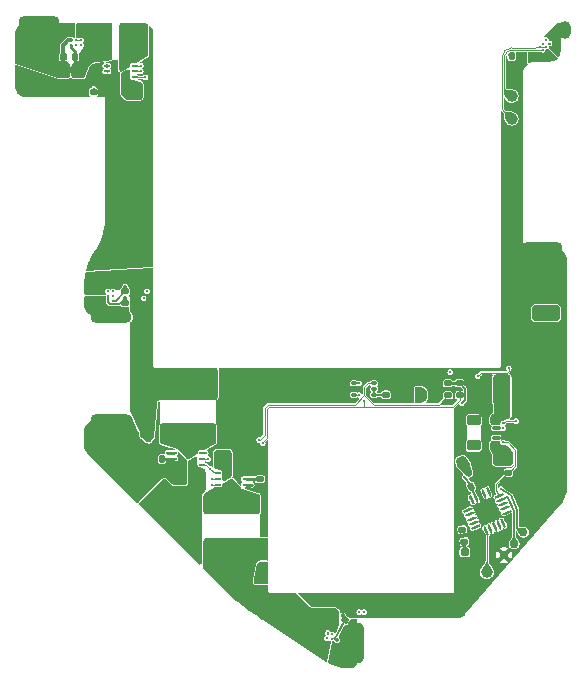
<source format=gbr>
%TF.GenerationSoftware,KiCad,Pcbnew,8.99.0-417-ga763d613e5*%
%TF.CreationDate,2024-05-16T16:31:54-04:00*%
%TF.ProjectId,thundervolt,7468756e-6465-4727-966f-6c742e6b6963,rev?*%
%TF.SameCoordinates,PX85b368ePY7384544*%
%TF.FileFunction,Copper,L1,Top*%
%TF.FilePolarity,Positive*%
%FSLAX46Y46*%
G04 Gerber Fmt 4.6, Leading zero omitted, Abs format (unit mm)*
G04 Created by KiCad (PCBNEW 8.99.0-417-ga763d613e5) date 2024-05-16 16:31:54*
%MOMM*%
%LPD*%
G01*
G04 APERTURE LIST*
G04 Aperture macros list*
%AMRoundRect*
0 Rectangle with rounded corners*
0 $1 Rounding radius*
0 $2 $3 $4 $5 $6 $7 $8 $9 X,Y pos of 4 corners*
0 Add a 4 corners polygon primitive as box body*
4,1,4,$2,$3,$4,$5,$6,$7,$8,$9,$2,$3,0*
0 Add four circle primitives for the rounded corners*
1,1,$1+$1,$2,$3*
1,1,$1+$1,$4,$5*
1,1,$1+$1,$6,$7*
1,1,$1+$1,$8,$9*
0 Add four rect primitives between the rounded corners*
20,1,$1+$1,$2,$3,$4,$5,0*
20,1,$1+$1,$4,$5,$6,$7,0*
20,1,$1+$1,$6,$7,$8,$9,0*
20,1,$1+$1,$8,$9,$2,$3,0*%
%AMRotRect*
0 Rectangle, with rotation*
0 The origin of the aperture is its center*
0 $1 length*
0 $2 width*
0 $3 Rotation angle, in degrees counterclockwise*
0 Add horizontal line*
21,1,$1,$2,0,0,$3*%
%AMFreePoly0*
4,1,19,0.500000,-0.650000,0.000000,-0.650000,0.000000,-0.644911,-0.071157,-0.644911,-0.207708,-0.604816,-0.327430,-0.527875,-0.420627,-0.420320,-0.479746,-0.290866,-0.500000,-0.150000,-0.500000,0.150000,-0.479746,0.290866,-0.420627,0.420320,-0.327430,0.527875,-0.207708,0.604816,-0.071157,0.644911,0.000000,0.644911,0.000000,0.650000,0.500000,0.650000,0.500000,-0.650000,0.500000,-0.650000,
$1*%
%AMFreePoly1*
4,1,19,0.000000,0.644911,0.071157,0.644911,0.207708,0.604816,0.327430,0.527875,0.420627,0.420320,0.479746,0.290866,0.500000,0.150000,0.500000,-0.150000,0.479746,-0.290866,0.420627,-0.420320,0.327430,-0.527875,0.207708,-0.604816,0.071157,-0.644911,0.000000,-0.644911,0.000000,-0.650000,-0.500000,-0.650000,-0.500000,0.650000,0.000000,0.650000,0.000000,0.644911,0.000000,0.644911,
$1*%
%AMFreePoly2*
4,1,14,0.334644,0.085355,0.385355,0.034644,0.400000,-0.000711,0.400000,-0.050000,0.385355,-0.085355,0.350001,-0.100000,-0.350000,-0.100000,-0.385355,-0.085355,-0.400000,-0.050000,-0.400000,0.050000,-0.385355,0.085355,-0.350001,0.100000,0.299289,0.100000,0.334644,0.085355,0.334644,0.085355,$1*%
%AMFreePoly3*
4,1,14,0.385355,0.085355,0.400000,0.050000,0.400000,0.000711,0.385355,-0.034644,0.334644,-0.085355,0.299289,-0.100000,-0.350000,-0.100000,-0.385355,-0.085355,-0.400000,-0.050000,-0.400000,0.050000,-0.385355,0.085355,-0.350001,0.100000,0.350000,0.100000,0.385355,0.085355,0.385355,0.085355,$1*%
%AMFreePoly4*
4,1,14,0.085355,0.385355,0.100000,0.350001,0.100000,-0.350000,0.085355,-0.385355,0.050000,-0.400000,-0.050000,-0.400000,-0.085355,-0.385355,-0.100000,-0.350001,-0.100000,0.299289,-0.085355,0.334644,-0.034644,0.385355,0.000711,0.400000,0.050000,0.400000,0.085355,0.385355,0.085355,0.385355,$1*%
%AMFreePoly5*
4,1,14,0.034644,0.385355,0.085355,0.334644,0.100000,0.299289,0.100000,-0.350000,0.085355,-0.385355,0.050000,-0.400000,-0.050000,-0.400000,-0.085355,-0.385355,-0.100000,-0.350001,-0.100000,0.350000,-0.085355,0.385355,-0.050000,0.400000,-0.000711,0.400000,0.034644,0.385355,0.034644,0.385355,$1*%
%AMFreePoly6*
4,1,14,0.385355,0.085355,0.400000,0.050000,0.400000,-0.050000,0.385355,-0.085355,0.350001,-0.100000,-0.299289,-0.100000,-0.334644,-0.085355,-0.385355,-0.034644,-0.400000,0.000711,-0.400000,0.050000,-0.385355,0.085355,-0.350001,0.100000,0.350000,0.100000,0.385355,0.085355,0.385355,0.085355,$1*%
%AMFreePoly7*
4,1,14,0.385355,0.085355,0.400000,0.050000,0.400000,-0.050000,0.385355,-0.085355,0.350001,-0.100000,-0.350000,-0.100000,-0.385355,-0.085355,-0.400000,-0.050000,-0.400000,-0.000711,-0.385355,0.034644,-0.334644,0.085355,-0.299289,0.100000,0.350000,0.100000,0.385355,0.085355,0.385355,0.085355,$1*%
%AMFreePoly8*
4,1,14,0.085355,0.385355,0.100000,0.350001,0.100000,-0.299289,0.085355,-0.334644,0.034644,-0.385355,-0.000711,-0.400000,-0.050000,-0.400000,-0.085355,-0.385355,-0.100000,-0.350001,-0.100000,0.350000,-0.085355,0.385355,-0.050000,0.400000,0.050000,0.400000,0.085355,0.385355,0.085355,0.385355,$1*%
%AMFreePoly9*
4,1,14,0.085355,0.385355,0.100000,0.350001,0.100000,-0.350000,0.085355,-0.385355,0.050000,-0.400000,0.000711,-0.400000,-0.034644,-0.385355,-0.085355,-0.334644,-0.100000,-0.299289,-0.100000,0.350000,-0.085355,0.385355,-0.050000,0.400000,0.050000,0.400000,0.085355,0.385355,0.085355,0.385355,$1*%
G04 Aperture macros list end*
%TA.AperFunction,ComponentPad*%
%ADD10RoundRect,0.500000X-1.250000X-0.000010X1.250000X-0.000010X1.250000X0.000010X-1.250000X0.000010X0*%
%TD*%
%TA.AperFunction,SMDPad,CuDef*%
%ADD11RoundRect,0.140000X-0.140000X-0.170000X0.140000X-0.170000X0.140000X0.170000X-0.140000X0.170000X0*%
%TD*%
%TA.AperFunction,SMDPad,CuDef*%
%ADD12RoundRect,0.140000X-0.207631X0.073414X-0.111865X-0.189700X0.207631X-0.073414X0.111865X0.189700X0*%
%TD*%
%TA.AperFunction,SMDPad,CuDef*%
%ADD13RoundRect,0.225000X0.225000X0.250000X-0.225000X0.250000X-0.225000X-0.250000X0.225000X-0.250000X0*%
%TD*%
%TA.AperFunction,ComponentPad*%
%ADD14RoundRect,0.500000X0.000010X-1.250000X0.000010X1.250000X-0.000010X1.250000X-0.000010X-1.250000X0*%
%TD*%
%TA.AperFunction,SMDPad,CuDef*%
%ADD15RoundRect,0.225000X0.250000X-0.225000X0.250000X0.225000X-0.250000X0.225000X-0.250000X-0.225000X0*%
%TD*%
%TA.AperFunction,SMDPad,CuDef*%
%ADD16RoundRect,0.295000X-2.055000X0.295000X-2.055000X-0.295000X2.055000X-0.295000X2.055000X0.295000X0*%
%TD*%
%TA.AperFunction,SMDPad,CuDef*%
%ADD17RoundRect,0.135000X-0.185000X0.135000X-0.185000X-0.135000X0.185000X-0.135000X0.185000X0.135000X0*%
%TD*%
%TA.AperFunction,SMDPad,CuDef*%
%ADD18RoundRect,0.135000X0.185000X-0.135000X0.185000X0.135000X-0.185000X0.135000X-0.185000X-0.135000X0*%
%TD*%
%TA.AperFunction,SMDPad,CuDef*%
%ADD19RoundRect,0.250000X0.925000X-0.412500X0.925000X0.412500X-0.925000X0.412500X-0.925000X-0.412500X0*%
%TD*%
%TA.AperFunction,SMDPad,CuDef*%
%ADD20RoundRect,0.135000X0.205632X-0.100824X0.158747X0.165074X-0.205632X0.100824X-0.158747X-0.165074X0*%
%TD*%
%TA.AperFunction,SMDPad,CuDef*%
%ADD21RoundRect,0.225000X0.335876X0.017678X0.017678X0.335876X-0.335876X-0.017678X-0.017678X-0.335876X0*%
%TD*%
%TA.AperFunction,SMDPad,CuDef*%
%ADD22RoundRect,0.140000X-0.055038X-0.213239X0.198728X-0.094906X0.055038X0.213239X-0.198728X0.094906X0*%
%TD*%
%TA.AperFunction,SMDPad,CuDef*%
%ADD23RoundRect,0.225000X0.263270X-0.209318X0.235798X0.239842X-0.263270X0.209318X-0.235798X-0.239842X0*%
%TD*%
%TA.AperFunction,SMDPad,CuDef*%
%ADD24C,0.750000*%
%TD*%
%TA.AperFunction,SMDPad,CuDef*%
%ADD25RoundRect,0.140000X0.191728X-0.108353X0.143107X0.167393X-0.191728X0.108353X-0.143107X-0.167393X0*%
%TD*%
%TA.AperFunction,SMDPad,CuDef*%
%ADD26C,1.000000*%
%TD*%
%TA.AperFunction,SMDPad,CuDef*%
%ADD27RoundRect,0.250000X-0.925000X0.412500X-0.925000X-0.412500X0.925000X-0.412500X0.925000X0.412500X0*%
%TD*%
%TA.AperFunction,SMDPad,CuDef*%
%ADD28FreePoly0,0.000000*%
%TD*%
%TA.AperFunction,SMDPad,CuDef*%
%ADD29FreePoly1,0.000000*%
%TD*%
%TA.AperFunction,SMDPad,CuDef*%
%ADD30RoundRect,0.140000X-0.058955X0.212189X-0.219557X-0.017173X0.058955X-0.212189X0.219557X0.017173X0*%
%TD*%
%TA.AperFunction,SMDPad,CuDef*%
%ADD31RoundRect,0.225000X-0.250000X0.225000X-0.250000X-0.225000X0.250000X-0.225000X0.250000X0.225000X0*%
%TD*%
%TA.AperFunction,SMDPad,CuDef*%
%ADD32RoundRect,0.295000X2.055000X-0.295000X2.055000X0.295000X-2.055000X0.295000X-2.055000X-0.295000X0*%
%TD*%
%TA.AperFunction,SMDPad,CuDef*%
%ADD33RoundRect,0.225000X-0.225000X-0.250000X0.225000X-0.250000X0.225000X0.250000X-0.225000X0.250000X0*%
%TD*%
%TA.AperFunction,SMDPad,CuDef*%
%ADD34RoundRect,0.045720X-0.106680X-0.157480X0.106680X-0.157480X0.106680X0.157480X-0.106680X0.157480X0*%
%TD*%
%TA.AperFunction,SMDPad,CuDef*%
%ADD35RoundRect,0.050800X-0.050800X-0.050800X0.050800X-0.050800X0.050800X0.050800X-0.050800X0.050800X0*%
%TD*%
%TA.AperFunction,SMDPad,CuDef*%
%ADD36RoundRect,0.062500X-0.212500X0.062500X-0.212500X-0.062500X0.212500X-0.062500X0.212500X0.062500X0*%
%TD*%
%TA.AperFunction,SMDPad,CuDef*%
%ADD37RoundRect,0.050000X-0.050000X-0.425000X0.050000X-0.425000X0.050000X0.425000X-0.050000X0.425000X0*%
%TD*%
%TA.AperFunction,SMDPad,CuDef*%
%ADD38RoundRect,0.135000X0.135000X0.185000X-0.135000X0.185000X-0.135000X-0.185000X0.135000X-0.185000X0*%
%TD*%
%TA.AperFunction,SMDPad,CuDef*%
%ADD39RoundRect,0.140000X0.094906X-0.198728X0.213239X0.055038X-0.094906X0.198728X-0.213239X-0.055038X0*%
%TD*%
%TA.AperFunction,SMDPad,CuDef*%
%ADD40RoundRect,0.162500X0.212500X-0.162500X0.212500X0.162500X-0.212500X0.162500X-0.212500X-0.162500X0*%
%TD*%
%TA.AperFunction,SMDPad,CuDef*%
%ADD41RoundRect,0.045720X0.132405X0.136563X-0.077713X0.173612X-0.132405X-0.136563X0.077713X-0.173612X0*%
%TD*%
%TA.AperFunction,SMDPad,CuDef*%
%ADD42RoundRect,0.050800X0.058850X0.041207X-0.041207X0.058850X-0.058850X-0.041207X0.041207X-0.058850X0*%
%TD*%
%TA.AperFunction,SMDPad,CuDef*%
%ADD43RoundRect,0.140000X-0.170000X0.140000X-0.170000X-0.140000X0.170000X-0.140000X0.170000X0.140000X0*%
%TD*%
%TA.AperFunction,SMDPad,CuDef*%
%ADD44RoundRect,0.062500X0.212500X-0.062500X0.212500X0.062500X-0.212500X0.062500X-0.212500X-0.062500X0*%
%TD*%
%TA.AperFunction,SMDPad,CuDef*%
%ADD45RoundRect,0.050000X0.050000X0.425000X-0.050000X0.425000X-0.050000X-0.425000X0.050000X-0.425000X0*%
%TD*%
%TA.AperFunction,SMDPad,CuDef*%
%ADD46RoundRect,0.140000X0.140000X0.170000X-0.140000X0.170000X-0.140000X-0.170000X0.140000X-0.170000X0*%
%TD*%
%TA.AperFunction,ComponentPad*%
%ADD47RoundRect,0.500000X0.000010X-0.250000X0.000010X0.250000X-0.000010X0.250000X-0.000010X-0.250000X0*%
%TD*%
%TA.AperFunction,SMDPad,CuDef*%
%ADD48RoundRect,0.225000X-0.017678X0.335876X-0.335876X0.017678X0.017678X-0.335876X0.335876X-0.017678X0*%
%TD*%
%TA.AperFunction,SMDPad,CuDef*%
%ADD49RoundRect,0.045720X-0.035921X0.186789X-0.186789X0.035921X0.035921X-0.186789X0.186789X-0.035921X0*%
%TD*%
%TA.AperFunction,SMDPad,CuDef*%
%ADD50RoundRect,0.050800X0.000000X0.071842X-0.071842X0.000000X0.000000X-0.071842X0.071842X0.000000X0*%
%TD*%
%TA.AperFunction,SMDPad,CuDef*%
%ADD51C,0.200000*%
%TD*%
%TA.AperFunction,SMDPad,CuDef*%
%ADD52C,0.208000*%
%TD*%
%TA.AperFunction,SMDPad,CuDef*%
%ADD53RoundRect,0.045720X0.157480X-0.106680X0.157480X0.106680X-0.157480X0.106680X-0.157480X-0.106680X0*%
%TD*%
%TA.AperFunction,SMDPad,CuDef*%
%ADD54RoundRect,0.050800X0.050800X-0.050800X0.050800X0.050800X-0.050800X0.050800X-0.050800X-0.050800X0*%
%TD*%
%TA.AperFunction,SMDPad,CuDef*%
%ADD55FreePoly2,295.000000*%
%TD*%
%TA.AperFunction,SMDPad,CuDef*%
%ADD56RoundRect,0.050000X-0.193232X0.296077X0.102601X-0.338339X0.193232X-0.296077X-0.102601X0.338339X0*%
%TD*%
%TA.AperFunction,SMDPad,CuDef*%
%ADD57FreePoly3,295.000000*%
%TD*%
%TA.AperFunction,SMDPad,CuDef*%
%ADD58FreePoly4,295.000000*%
%TD*%
%TA.AperFunction,SMDPad,CuDef*%
%ADD59RoundRect,0.050000X-0.338339X-0.102601X-0.296077X-0.193232X0.338339X0.102601X0.296077X0.193232X0*%
%TD*%
%TA.AperFunction,SMDPad,CuDef*%
%ADD60FreePoly5,295.000000*%
%TD*%
%TA.AperFunction,SMDPad,CuDef*%
%ADD61FreePoly6,295.000000*%
%TD*%
%TA.AperFunction,SMDPad,CuDef*%
%ADD62FreePoly7,295.000000*%
%TD*%
%TA.AperFunction,SMDPad,CuDef*%
%ADD63FreePoly8,295.000000*%
%TD*%
%TA.AperFunction,SMDPad,CuDef*%
%ADD64FreePoly9,295.000000*%
%TD*%
%TA.AperFunction,HeatsinkPad*%
%ADD65RotRect,1.700000X1.700000X295.000000*%
%TD*%
%TA.AperFunction,SMDPad,CuDef*%
%ADD66RoundRect,0.075000X0.162500X-0.075000X0.162500X0.075000X-0.162500X0.075000X-0.162500X-0.075000X0*%
%TD*%
%TA.AperFunction,SMDPad,CuDef*%
%ADD67RoundRect,0.325000X0.325000X1.025000X-0.325000X1.025000X-0.325000X-1.025000X0.325000X-1.025000X0*%
%TD*%
%TA.AperFunction,SMDPad,CuDef*%
%ADD68RoundRect,0.140000X0.170000X-0.140000X0.170000X0.140000X-0.170000X0.140000X-0.170000X-0.140000X0*%
%TD*%
%TA.AperFunction,SMDPad,CuDef*%
%ADD69RoundRect,0.218750X0.381250X-0.218750X0.381250X0.218750X-0.381250X0.218750X-0.381250X-0.218750X0*%
%TD*%
%TA.AperFunction,ViaPad*%
%ADD70C,0.300000*%
%TD*%
%TA.AperFunction,Conductor*%
%ADD71C,0.127000*%
%TD*%
%TA.AperFunction,Conductor*%
%ADD72C,0.200000*%
%TD*%
%TA.AperFunction,Conductor*%
%ADD73C,0.350000*%
%TD*%
%TA.AperFunction,Conductor*%
%ADD74C,0.088900*%
%TD*%
%TA.AperFunction,Conductor*%
%ADD75C,0.304800*%
%TD*%
%TA.AperFunction,Conductor*%
%ADD76C,0.254000*%
%TD*%
%TA.AperFunction,Conductor*%
%ADD77C,0.101600*%
%TD*%
%TA.AperFunction,Conductor*%
%ADD78C,0.152400*%
%TD*%
%TA.AperFunction,Conductor*%
%ADD79C,0.250000*%
%TD*%
%TA.AperFunction,Conductor*%
%ADD80C,0.203200*%
%TD*%
G04 APERTURE END LIST*
D10*
%TO.P,TP5,1,1*%
%TO.N,GND*%
X23038914Y29068642D03*
%TD*%
D11*
%TO.P,C8,1*%
%TO.N,/1.15v_ina*%
X-1595668Y2141502D03*
%TO.P,C8,2*%
%TO.N,GND*%
X-635668Y2141502D03*
%TD*%
D12*
%TO.P,C17,1*%
%TO.N,/1.8v_ina*%
X-15200770Y45069502D03*
%TO.P,C17,2*%
%TO.N,GND*%
X-14872430Y44167398D03*
%TD*%
D13*
%TO.P,C1,1*%
%TO.N,VBAT*%
X-6140668Y9541502D03*
%TO.P,C1,2*%
%TO.N,GND*%
X-7690668Y9541502D03*
%TD*%
D14*
%TO.P,TP3,1,1*%
%TO.N,+1V15*%
X7517570Y-4372602D03*
%TD*%
D15*
%TO.P,C11,1*%
%TO.N,/1.15v_ina*%
X3917570Y-2333498D03*
%TO.P,C11,2*%
%TO.N,GND*%
X3917570Y-783498D03*
%TD*%
%TO.P,C10,1*%
%TO.N,/1.15v_ina*%
X5217570Y-2333498D03*
%TO.P,C10,2*%
%TO.N,GND*%
X5217570Y-783498D03*
%TD*%
D16*
%TO.P,L2,1*%
%TO.N,Net-(U3-SW)*%
X-3215668Y7196502D03*
%TO.P,L2,2*%
%TO.N,/1.15v_ina*%
X-3215668Y3886502D03*
%TD*%
D17*
%TO.P,R4,1*%
%TO.N,+1V8_ALW*%
X15084332Y17651502D03*
%TO.P,R4,2*%
%TO.N,SDA*%
X15084332Y16631502D03*
%TD*%
D18*
%TO.P,R7,1*%
%TO.N,GND*%
X20205970Y9056432D03*
%TO.P,R7,2*%
%TO.N,EN*%
X20205970Y10076430D03*
%TD*%
D19*
%TO.P,C189,1*%
%TO.N,/3.3v_ina*%
X23384332Y23604002D03*
%TO.P,C189,2*%
%TO.N,GND*%
X23384332Y26679002D03*
%TD*%
D18*
%TO.P,R3,1*%
%TO.N,Net-(U5-VSET)*%
X-14912430Y42267398D03*
%TO.P,R3,2*%
%TO.N,GND*%
X-14912430Y43287398D03*
%TD*%
D20*
%TO.P,R6,1*%
%TO.N,Net-(D1-A)*%
X16472891Y4239250D03*
%TO.P,R6,2*%
%TO.N,Net-(U9-PC0)*%
X16295773Y5243754D03*
%TD*%
D21*
%TO.P,C24,1*%
%TO.N,VBAT*%
X-8867660Y8693494D03*
%TO.P,C24,2*%
%TO.N,GND*%
X-9963676Y9789510D03*
%TD*%
D22*
%TO.P,C25,1*%
%TO.N,+1V8_ALW*%
X17049306Y8888645D03*
%TO.P,C25,2*%
%TO.N,GND*%
X17919358Y9294359D03*
%TD*%
D23*
%TO.P,C4,1*%
%TO.N,/1v_ina*%
X-12835117Y26714566D03*
%TO.P,C4,2*%
%TO.N,GND*%
X-12929743Y28261676D03*
%TD*%
D24*
%TO.P,TP11,1,1*%
%TO.N,GND*%
X19852013Y3084181D03*
%TD*%
D25*
%TO.P,C22,1*%
%TO.N,VBAT*%
X16217683Y11018794D03*
%TO.P,C22,2*%
%TO.N,GND*%
X16050981Y11964210D03*
%TD*%
D26*
%TO.P,TP9,1,1*%
%TO.N,SCL*%
X20484332Y40041502D03*
%TD*%
D27*
%TO.P,C5,1*%
%TO.N,+1V8*%
X-19612430Y45858294D03*
%TO.P,C5,2*%
%TO.N,GND*%
X-19612430Y42783294D03*
%TD*%
D23*
%TO.P,C23,1*%
%TO.N,/1v_ina*%
X-14035117Y26613844D03*
%TO.P,C23,2*%
%TO.N,GND*%
X-14129743Y28160952D03*
%TD*%
D18*
%TO.P,R2,1*%
%TO.N,Net-(U3-VSET)*%
X-815668Y9531502D03*
%TO.P,R2,2*%
%TO.N,GND*%
X-815668Y10551502D03*
%TD*%
D28*
%TO.P,JP1,1,A*%
%TO.N,GND*%
X11534332Y16641502D03*
D29*
%TO.P,JP1,2,B*%
%TO.N,SAFEMODE*%
X12834332Y16641502D03*
%TD*%
D30*
%TO.P,C2,1*%
%TO.N,/1v_ina*%
X-10340351Y13134695D03*
%TO.P,C2,2*%
%TO.N,GND*%
X-10890985Y12348309D03*
%TD*%
D13*
%TO.P,C15,1*%
%TO.N,VBAT*%
X19859332Y11241502D03*
%TO.P,C15,2*%
%TO.N,GND*%
X18309332Y11241502D03*
%TD*%
%TO.P,C16,1*%
%TO.N,VBAT*%
X-11640668Y42341502D03*
%TO.P,C16,2*%
%TO.N,GND*%
X-13190668Y42341502D03*
%TD*%
D31*
%TO.P,C18,1*%
%TO.N,/1.8v_ina*%
X-16252430Y44132398D03*
%TO.P,C18,2*%
%TO.N,GND*%
X-16252430Y42582398D03*
%TD*%
D32*
%TO.P,L1,1*%
%TO.N,Net-(U1-SW)*%
X-6915668Y13586502D03*
%TO.P,L1,2*%
%TO.N,/1v_ina*%
X-6915668Y16896502D03*
%TD*%
D33*
%TO.P,C9,1*%
%TO.N,/1.15v_ina*%
X-2290668Y1141502D03*
%TO.P,C9,2*%
%TO.N,GND*%
X-740668Y1141502D03*
%TD*%
D34*
%TO.P,U6,A1,IN-*%
%TO.N,+1V8*%
X-16782429Y47187397D03*
%TO.P,U6,A3,IN+*%
%TO.N,/1.8v_ina*%
X-15982431Y47187397D03*
D35*
%TO.P,U6,B1,GND*%
%TO.N,GND*%
X-16782429Y46685798D03*
%TO.P,U6,B2,A0*%
%TO.N,SDA*%
X-16382430Y46685798D03*
%TO.P,U6,B3,SDA*%
X-15982431Y46685798D03*
%TO.P,U6,C1,VS*%
%TO.N,VBAT*%
X-16782429Y46285799D03*
%TO.P,U6,C2,ALERT*%
%TO.N,unconnected-(U6-ALERT-PadC2)*%
X-16382430Y46285799D03*
%TO.P,U6,C3,SCL*%
%TO.N,SCL*%
X-15982431Y46285799D03*
%TD*%
D36*
%TO.P,U3,1,AGND*%
%TO.N,GND*%
X-2040668Y10041502D03*
D37*
%TO.P,U3,2,PGND*%
X-2815668Y10016502D03*
%TO.P,U3,3,VIN*%
%TO.N,VBAT*%
X-3615668Y10016502D03*
D36*
%TO.P,U3,4,EN*%
%TO.N,EN*%
X-4390668Y10041502D03*
%TO.P,U3,5,SDA*%
%TO.N,SDA*%
X-4390668Y9541502D03*
%TO.P,U3,6,SCL*%
%TO.N,SCL*%
X-4390668Y9041502D03*
D37*
%TO.P,U3,7,SW*%
%TO.N,Net-(U3-SW)*%
X-3215668Y9066502D03*
D36*
%TO.P,U3,8,VOS*%
%TO.N,+1V15*%
X-2040668Y9041502D03*
%TO.P,U3,9,VSET*%
%TO.N,Net-(U3-VSET)*%
X-2040668Y9541502D03*
%TD*%
D24*
%TO.P,TP10,1,1*%
%TO.N,+1V8_ALW*%
X21484332Y5041502D03*
%TD*%
D38*
%TO.P,R1,1*%
%TO.N,Net-(U1-VSET)*%
X-9105668Y11241502D03*
%TO.P,R1,2*%
%TO.N,GND*%
X-10125668Y11241502D03*
%TD*%
D33*
%TO.P,C7,1*%
%TO.N,VBAT*%
X-3990668Y11241502D03*
%TO.P,C7,2*%
%TO.N,GND*%
X-2440668Y11241502D03*
%TD*%
D39*
%TO.P,C27,1*%
%TO.N,VBAT*%
X6340519Y-2382392D03*
%TO.P,C27,2*%
%TO.N,GND*%
X6746231Y-1512338D03*
%TD*%
D40*
%TO.P,D1,1,K*%
%TO.N,GND*%
X16527570Y2312398D03*
%TO.P,D1,2,A*%
%TO.N,Net-(D1-A)*%
X16527570Y3347398D03*
%TD*%
D31*
%TO.P,C19,1*%
%TO.N,+1V8*%
X-17352430Y44132398D03*
%TO.P,C19,2*%
%TO.N,GND*%
X-17352430Y42582398D03*
%TD*%
D41*
%TO.P,U4,A1,IN-*%
%TO.N,+1V15*%
X5542033Y-4575983D03*
%TO.P,U4,A3,IN+*%
%TO.N,/1.15v_ina*%
X4754189Y-4437065D03*
D42*
%TO.P,U4,B1,GND*%
%TO.N,GND*%
X5629135Y-4082005D03*
%TO.P,U4,B2,A0*%
%TO.N,VBAT*%
X5235213Y-4012546D03*
%TO.P,U4,B3,SDA*%
%TO.N,SDA*%
X4841291Y-3943085D03*
%TO.P,U4,C1,VS*%
%TO.N,VBAT*%
X5698594Y-3688083D03*
%TO.P,U4,C2,ALERT*%
%TO.N,unconnected-(U4-ALERT-PadC2)*%
X5304672Y-3618623D03*
%TO.P,U4,C3,SCL*%
%TO.N,SCL*%
X4910750Y-3549164D03*
%TD*%
D43*
%TO.P,C6,1*%
%TO.N,VBAT*%
X-12232430Y25417398D03*
%TO.P,C6,2*%
%TO.N,GND*%
X-12232430Y24457398D03*
%TD*%
D26*
%TO.P,TP8,1,1*%
%TO.N,SDA*%
X20484332Y41941502D03*
%TD*%
D11*
%TO.P,C20,1*%
%TO.N,VBAT*%
X20504332Y45341502D03*
%TO.P,C20,2*%
%TO.N,GND*%
X21464332Y45341502D03*
%TD*%
D10*
%TO.P,TP7,1,1*%
%TO.N,GND*%
X-13402430Y14547398D03*
%TD*%
D44*
%TO.P,U1,1,AGND*%
%TO.N,GND*%
X-8090668Y10741502D03*
D45*
%TO.P,U1,2,PGND*%
X-7315668Y10766502D03*
%TO.P,U1,3,VIN*%
%TO.N,VBAT*%
X-6515668Y10766502D03*
D44*
%TO.P,U1,4,EN*%
%TO.N,EN*%
X-5740668Y10741502D03*
%TO.P,U1,5,SDA*%
%TO.N,SDA*%
X-5740668Y11241502D03*
%TO.P,U1,6,SCL*%
%TO.N,SCL*%
X-5740668Y11741502D03*
D45*
%TO.P,U1,7,SW*%
%TO.N,Net-(U1-SW)*%
X-6915668Y11716502D03*
D44*
%TO.P,U1,8,VOS*%
%TO.N,+1V0*%
X-8090668Y11741502D03*
%TO.P,U1,9,VSET*%
%TO.N,Net-(U1-VSET)*%
X-8090668Y11241502D03*
%TD*%
D17*
%TO.P,R5,1*%
%TO.N,+1V8_ALW*%
X16084332Y17651502D03*
%TO.P,R5,2*%
%TO.N,SCL*%
X16084332Y16631502D03*
%TD*%
D46*
%TO.P,C14,1*%
%TO.N,/3.3v_ina*%
X19564332Y15441502D03*
%TO.P,C14,2*%
%TO.N,GND*%
X18604332Y15441502D03*
%TD*%
D47*
%TO.P,TP1,1,1*%
%TO.N,+3V3*%
X24977570Y47527398D03*
%TD*%
D48*
%TO.P,C3,1*%
%TO.N,/1v_ina*%
X-10667660Y14389510D03*
%TO.P,C3,2*%
%TO.N,GND*%
X-11763676Y13293494D03*
%TD*%
D49*
%TO.P,U8,A1,IN-*%
%TO.N,+3V3*%
X24049680Y46050121D03*
%TO.P,U8,A3,IN+*%
%TO.N,/3.3v_ina*%
X23483994Y45484437D03*
D50*
%TO.P,U8,B1,GND*%
%TO.N,GND*%
X23694995Y46404805D03*
%TO.P,U8,B2,A0*%
%TO.N,SCL*%
X23412152Y46121965D03*
%TO.P,U8,B3,SDA*%
%TO.N,SDA*%
X23129311Y45839122D03*
%TO.P,U8,C1,VS*%
%TO.N,VBAT*%
X23412153Y46687647D03*
%TO.P,U8,C2,ALERT*%
%TO.N,unconnected-(U8-ALERT-PadC2)*%
X23129310Y46404807D03*
%TO.P,U8,C3,SCL*%
%TO.N,SCL*%
X22846469Y46121964D03*
%TD*%
D51*
%TO.P,U7,A1,EN*%
%TO.N,EN*%
X19784332Y12641502D03*
%TO.P,U7,A2,VIN*%
%TO.N,VBAT*%
X19384332Y12641502D03*
%TO.P,U7,A3,VIN_2*%
X18984332Y12641502D03*
%TO.P,U7,B1,VSEL*%
%TO.N,GND*%
X19784332Y13041502D03*
%TO.P,U7,B2,LX1*%
%TO.N,Net-(U7-LX1)*%
X19384332Y13041502D03*
%TO.P,U7,B3,LX1_2*%
X18984332Y13041502D03*
%TO.P,U7,C1,AGND*%
%TO.N,GND*%
X19784332Y13441502D03*
%TO.P,U7,C2,GND*%
X19384332Y13441502D03*
%TO.P,U7,C3,GND_2*%
X18984332Y13441502D03*
%TO.P,U7,D1,SCL*%
%TO.N,SCL*%
X19784332Y13841502D03*
%TO.P,U7,D2,LX2*%
%TO.N,Net-(U7-LX2)*%
X19384332Y13841502D03*
%TO.P,U7,D3,LX2_2*%
X18984332Y13841502D03*
%TO.P,U7,E1,SDA*%
%TO.N,SDA*%
X19784332Y14241502D03*
%TO.P,U7,E2,VOUT*%
%TO.N,/3.3v_ina*%
X19384332Y14241502D03*
%TO.P,U7,E3,VOUT_2*%
X18984332Y14241502D03*
%TD*%
D52*
%TO.P,U11,A1,IN*%
%TO.N,VBAT*%
X16731819Y9941502D03*
%TO.P,U11,A2,OUT*%
%TO.N,+1V8_ALW*%
X16484332Y9694015D03*
%TO.P,U11,B1,EN*%
%TO.N,VBAT*%
X16484332Y10188989D03*
%TO.P,U11,B2,GND*%
%TO.N,GND*%
X16236845Y9941502D03*
%TD*%
D53*
%TO.P,U2,A1,IN-*%
%TO.N,+1V0*%
X-14182430Y24637400D03*
%TO.P,U2,A3,IN+*%
%TO.N,/1v_ina*%
X-14182430Y25437398D03*
D54*
%TO.P,U2,B1,GND*%
%TO.N,GND*%
X-13680831Y24637400D03*
%TO.P,U2,B2,A0*%
X-13680831Y25037399D03*
%TO.P,U2,B3,SDA*%
%TO.N,SDA*%
X-13680831Y25437398D03*
%TO.P,U2,C1,VS*%
%TO.N,VBAT*%
X-13280832Y24637400D03*
%TO.P,U2,C2,ALERT*%
%TO.N,unconnected-(U2-ALERT-PadC2)*%
X-13280832Y25037399D03*
%TO.P,U2,C3,SCL*%
%TO.N,SCL*%
X-13280832Y25437398D03*
%TD*%
D44*
%TO.P,U5,1,AGND*%
%TO.N,GND*%
X-13790668Y43541502D03*
D45*
%TO.P,U5,2,PGND*%
X-13015668Y43566502D03*
%TO.P,U5,3,VIN*%
%TO.N,VBAT*%
X-12215668Y43566502D03*
D44*
%TO.P,U5,4,EN*%
%TO.N,EN*%
X-11440668Y43541502D03*
%TO.P,U5,5,SDA*%
%TO.N,SDA*%
X-11440668Y44041502D03*
%TO.P,U5,6,SCL*%
%TO.N,SCL*%
X-11440668Y44541502D03*
D45*
%TO.P,U5,7,SW*%
%TO.N,Net-(U5-SW)*%
X-12615668Y44516502D03*
D44*
%TO.P,U5,8,VOS*%
%TO.N,+1V8*%
X-13790668Y44541502D03*
%TO.P,U5,9,VSET*%
%TO.N,Net-(U5-VSET)*%
X-13790668Y44041502D03*
%TD*%
D10*
%TO.P,TP4,1,1*%
%TO.N,+1V0*%
X-13402430Y23247398D03*
%TD*%
D26*
%TO.P,TP6,1,1*%
%TO.N,U10*%
X18384332Y1641502D03*
%TD*%
D24*
%TO.P,TP12,1,1*%
%TO.N,UPDI*%
X20690077Y4045633D03*
%TD*%
D55*
%TO.P,U9,1,PA2*%
%TO.N,unconnected-(U9-PA2-Pad1)*%
X18546581Y8443742D03*
D56*
%TO.P,U9,2,PA3*%
%TO.N,SAFEMODE*%
X18184059Y8274697D03*
%TO.P,U9,3,GND*%
%TO.N,GND*%
X17821535Y8105647D03*
%TO.P,U9,4,VCC*%
%TO.N,+1V8_ALW*%
X17459012Y7936601D03*
D57*
%TO.P,U9,5,PA4*%
%TO.N,ALERT*%
X17096490Y7767553D03*
D58*
%TO.P,U9,6,PA5*%
%TO.N,unconnected-(U9-PA5-Pad6)*%
X16782092Y6903751D03*
D59*
%TO.P,U9,7,PA6*%
%TO.N,unconnected-(U9-PA6-Pad7)*%
X16951137Y6541229D03*
%TO.P,U9,8,PA7*%
%TO.N,unconnected-(U9-PA7-Pad8)*%
X17120187Y6178705D03*
%TO.P,U9,9,PB5*%
%TO.N,unconnected-(U9-PB5-Pad9)*%
X17289233Y5816182D03*
D60*
%TO.P,U9,10,PB4*%
%TO.N,unconnected-(U9-PB4-Pad10)*%
X17458281Y5453660D03*
D61*
%TO.P,U9,11,PB3*%
%TO.N,U10*%
X18322083Y5139262D03*
D56*
%TO.P,U9,12,PB2*%
%TO.N,unconnected-(U9-PB2-Pad12)*%
X18684605Y5308307D03*
%TO.P,U9,13,PB1*%
%TO.N,SDA*%
X19047129Y5477357D03*
%TO.P,U9,14,PB0*%
%TO.N,SCL*%
X19409652Y5646403D03*
D62*
%TO.P,U9,15,PC0*%
%TO.N,Net-(U9-PC0)*%
X19772174Y5815451D03*
D63*
%TO.P,U9,16,PC1*%
%TO.N,unconnected-(U9-PC1-Pad16)*%
X20086572Y6679253D03*
D59*
%TO.P,U9,17,PC2*%
%TO.N,unconnected-(U9-PC2-Pad17)*%
X19917527Y7041775D03*
%TO.P,U9,18,PC3*%
%TO.N,unconnected-(U9-PC3-Pad18)*%
X19748477Y7404299D03*
%TO.P,U9,19,~{RESET}/PA0*%
%TO.N,UPDI*%
X19579431Y7766822D03*
D64*
%TO.P,U9,20,PA1*%
%TO.N,EN*%
X19410383Y8129344D03*
D65*
%TO.P,U9,21,GND*%
%TO.N,GND*%
X18434332Y6791502D03*
%TD*%
D66*
%TO.P,U10,1,SCL*%
%TO.N,SCL*%
X7146332Y17641502D03*
%TO.P,U10,2,GND*%
%TO.N,GND*%
X7146332Y17141502D03*
%TO.P,U10,3,ALERT*%
%TO.N,ALERT*%
X7146332Y16641502D03*
%TO.P,U10,4,A0*%
%TO.N,+1V8_ALW*%
X8822332Y16641502D03*
%TO.P,U10,5,V+*%
X8822332Y17141502D03*
%TO.P,U10,6,SDA*%
%TO.N,SDA*%
X8822332Y17641502D03*
%TD*%
D13*
%TO.P,C12,1*%
%TO.N,/3.3v_ina*%
X19859332Y16541502D03*
%TO.P,C12,2*%
%TO.N,GND*%
X18309332Y16541502D03*
%TD*%
D10*
%TO.P,TP2,1,1*%
%TO.N,+1V8*%
X-19552430Y48237398D03*
%TD*%
D67*
%TO.P,L3,1*%
%TO.N,Net-(U5-SW)*%
X-11215668Y46641502D03*
%TO.P,L3,2*%
%TO.N,/1.8v_ina*%
X-14015668Y46641502D03*
%TD*%
D68*
%TO.P,C26,1*%
%TO.N,+1V8_ALW*%
X9834332Y16661502D03*
%TO.P,C26,2*%
%TO.N,GND*%
X9834332Y17621502D03*
%TD*%
D46*
%TO.P,C21,1*%
%TO.N,VBAT*%
X-16502430Y45287398D03*
%TO.P,C21,2*%
%TO.N,GND*%
X-17462430Y45287398D03*
%TD*%
D13*
%TO.P,C13,1*%
%TO.N,/3.3v_ina*%
X19859332Y17641502D03*
%TO.P,C13,2*%
%TO.N,GND*%
X18309332Y17641502D03*
%TD*%
D69*
%TO.P,L4,1*%
%TO.N,Net-(U7-LX1)*%
X17284332Y12379002D03*
%TO.P,L4,2*%
%TO.N,Net-(U7-LX2)*%
X17284332Y14504002D03*
%TD*%
D70*
%TO.N,GND*%
X-14100702Y27480205D03*
X-9687095Y9784750D03*
X5717570Y-4112602D03*
X-14349933Y28349088D03*
X-13415668Y42541502D03*
X20984332Y13841502D03*
X23384332Y28341502D03*
X-665668Y1641502D03*
X-13315668Y11041502D03*
X-17142430Y42787398D03*
X-1015668Y1641502D03*
X13934332Y17291502D03*
X18484332Y17841502D03*
X-13116372Y28050596D03*
X-13140792Y28449850D03*
X22134332Y27741502D03*
X18084332Y17841502D03*
X-2615668Y11041502D03*
X-11115697Y9819638D03*
X21185067Y43778918D03*
X-13015668Y13141502D03*
X24198914Y11693642D03*
X6234332Y16716039D03*
X18084332Y16741502D03*
X-13015668Y43441502D03*
X-14003889Y29701826D03*
X-13015668Y42141502D03*
X-10890985Y12348309D03*
X16216344Y7216418D03*
X-3515668Y17841502D03*
X18084332Y16341502D03*
X-14872430Y13217398D03*
X-13915668Y12241502D03*
X4817570Y-358498D03*
X-2815668Y10544371D03*
X-13615668Y11341502D03*
X-19015668Y43187398D03*
X-12872430Y13617398D03*
X24184332Y26241502D03*
X-12715668Y11041502D03*
X-13649019Y40162552D03*
X-15317587Y13517398D03*
X-14683731Y13921723D03*
X-18615668Y42387398D03*
X18484332Y16341502D03*
X-18615668Y42787398D03*
X-12517587Y12017398D03*
X11117570Y-2012602D03*
X4784332Y17941502D03*
X17842378Y2797052D03*
X-13950679Y28373508D03*
X-1315668Y13941502D03*
X-15173173Y27470305D03*
X-19415668Y43187398D03*
X18484332Y16741502D03*
X-17462430Y45287398D03*
X-815668Y10551502D03*
X-8090668Y10741502D03*
X18084332Y11041502D03*
X21998914Y7493642D03*
X18484332Y17441502D03*
X23384332Y26641502D03*
X23784332Y28341502D03*
X-11515668Y13241502D03*
X20184332Y13041502D03*
X21218682Y44121790D03*
X-9988477Y9514546D03*
X-19015668Y42787398D03*
X-20615668Y43187398D03*
X21184332Y43441502D03*
X-16042430Y42387398D03*
X-14515668Y11641502D03*
X24184332Y28341502D03*
X19784332Y13041502D03*
X-14878778Y44163655D03*
X17598914Y4593642D03*
X-13615668Y10741502D03*
X4817570Y-958498D03*
X-15317587Y12317398D03*
X-19815668Y42787398D03*
X-13658727Y36803503D03*
X-13790668Y43541502D03*
X3317570Y-658498D03*
X-7915668Y9341502D03*
X1858303Y16196228D03*
X-13415668Y42141502D03*
X15417570Y-2012602D03*
X18384332Y14741502D03*
X13337857Y-2030487D03*
X584332Y17241502D03*
X17584332Y10741502D03*
X22298914Y10493642D03*
X-13015668Y10741502D03*
X-17542430Y42387398D03*
X-2215668Y11041502D03*
X16527570Y2312398D03*
X-14872430Y12417398D03*
X22984332Y26241502D03*
X23689108Y46407508D03*
X-13615668Y12541502D03*
X-14072430Y13617398D03*
X-11604726Y10512945D03*
X19384332Y13441502D03*
X-14912430Y43267398D03*
X-12717118Y28075016D03*
X11534332Y16641502D03*
X24184332Y27041502D03*
X-11784158Y13552781D03*
X18484332Y10441502D03*
X20984332Y13041502D03*
X-13483731Y13921723D03*
X18984332Y13441502D03*
X4217570Y-958498D03*
X21064332Y8481502D03*
X-20215668Y43187398D03*
X22584332Y26641502D03*
X22198914Y13393642D03*
X-14215668Y11941502D03*
X-14325513Y27949834D03*
X-2815668Y10141502D03*
X17984332Y10441502D03*
X23384332Y26241502D03*
X-2615668Y11441502D03*
X-19415668Y42787398D03*
X23784332Y26241502D03*
X-13315668Y12241502D03*
X-11623297Y12270974D03*
X23784332Y26641502D03*
X23484332Y6941502D03*
X-11796211Y12997633D03*
X-2215668Y11441502D03*
X15834332Y7941502D03*
X10534332Y16391502D03*
X-13015668Y11941502D03*
X-13649019Y33735700D03*
X-13015668Y43841502D03*
X-13615668Y11941502D03*
X-12232430Y24457398D03*
X-13474993Y43120430D03*
X-2315668Y10441502D03*
X-14515668Y12241502D03*
X16384332Y841502D03*
X-7315668Y10267261D03*
X19428562Y2102219D03*
X20184332Y13441502D03*
X-2040668Y10041502D03*
X-13653006Y31521619D03*
X-12239117Y24844645D03*
X-13672430Y13617398D03*
X-13404897Y43619069D03*
X-2460454Y9972493D03*
X-12817587Y12317398D03*
X-20215668Y42387398D03*
X-14472430Y13617398D03*
X-13117587Y12617398D03*
X-2815668Y9741502D03*
X19784332Y13441502D03*
X23384332Y27691502D03*
X23384332Y27041502D03*
X24184332Y26641502D03*
X-7915668Y9741502D03*
X19063599Y4207773D03*
X-18615668Y43187398D03*
X-7845159Y10360397D03*
X-19415668Y42387398D03*
X-13083731Y13921723D03*
X3617570Y-358498D03*
X-10762853Y10333428D03*
X15954374Y6120177D03*
X-13015668Y11341502D03*
X16394161Y9245210D03*
X-14872430Y12817398D03*
X-14072430Y13217398D03*
X16904332Y15615502D03*
X22984332Y26641502D03*
X-13015668Y42541502D03*
X-14472430Y13217398D03*
X-15304334Y13929143D03*
X-9931319Y10054955D03*
X-12741538Y28474270D03*
X4217570Y-358498D03*
X24298914Y9093642D03*
X-19815668Y43187398D03*
X-13926259Y27974254D03*
X21185067Y43096537D03*
X-13315668Y10441502D03*
X-20615668Y42787398D03*
X-17142430Y42387398D03*
X16609332Y11766502D03*
X-1055973Y1242401D03*
X17484332Y11241502D03*
X-665668Y2141502D03*
X-14367183Y28995201D03*
X22405303Y6635950D03*
X-15317587Y12717398D03*
X15853691Y18287024D03*
X-12415668Y11341502D03*
X22584332Y28341502D03*
X-7691976Y10811606D03*
X-20615668Y42387398D03*
X20234332Y6091502D03*
X-16042430Y42787398D03*
X-7315668Y10641502D03*
X17198914Y17293642D03*
X-14464996Y12844424D03*
X3917570Y-658498D03*
X-11097126Y11268155D03*
X-13272430Y13617398D03*
X18084332Y17441502D03*
X-12217587Y11717398D03*
X17919359Y9294359D03*
X-13915668Y11641502D03*
X-11530443Y8402072D03*
X23784332Y27041502D03*
X-13672430Y13217398D03*
X-16782430Y46687398D03*
X18584332Y15441502D03*
X-12347555Y9225374D03*
X21548107Y44743665D03*
X-12071836Y13291040D03*
X-7315668Y11041502D03*
X24034332Y27691502D03*
X18484332Y11041502D03*
X24584332Y27791502D03*
X-10222308Y9779554D03*
X18434332Y6791502D03*
X-12409458Y12592867D03*
X-17542430Y42787398D03*
X-3615668Y14641502D03*
X-20215668Y42787398D03*
X5117570Y-658498D03*
X24098914Y14093642D03*
X-13315668Y11641502D03*
X-14872430Y13617398D03*
X-15317587Y13117398D03*
X-12886731Y27569032D03*
X3617570Y-958498D03*
X22984332Y27041502D03*
X21332972Y44451215D03*
X3199200Y17300060D03*
X-19015668Y42387398D03*
X-16442430Y42387398D03*
X20205970Y9056432D03*
X18084332Y11441502D03*
X-13883731Y13921723D03*
X-665668Y1241502D03*
X-13008888Y42979798D03*
X18584332Y13441502D03*
X5917570Y-658498D03*
X-12715668Y11641502D03*
X5517570Y-358498D03*
X20584332Y13441502D03*
X-12683731Y13921723D03*
X-13417587Y12917398D03*
X22984332Y28341502D03*
X20584332Y13841502D03*
X-14215668Y12541502D03*
X13143435Y18008229D03*
X10684332Y17291502D03*
X-665668Y841502D03*
X18484332Y11441502D03*
X8596423Y-2030487D03*
X-3015668Y12641502D03*
X-7515668Y9741502D03*
X-13915668Y12841502D03*
X20584332Y13041502D03*
X-19815668Y42387398D03*
X24584332Y28341502D03*
X-7515668Y9341502D03*
X4517570Y-658498D03*
X21984332Y28241502D03*
X22584332Y27041502D03*
X-8915668Y10241502D03*
X-16442430Y42787398D03*
X20853125Y12386758D03*
X17298914Y-706358D03*
X13934332Y16401502D03*
X22584332Y26241502D03*
X22734332Y27691502D03*
X5517570Y-958498D03*
X-13915668Y11041502D03*
X18184332Y13441502D03*
X-1115668Y841502D03*
X3017570Y-358498D03*
X20984332Y13441502D03*
X-10125668Y11241502D03*
X-14815668Y11941502D03*
X-10484292Y9021096D03*
X-12472430Y13617398D03*
X-14283731Y13921723D03*
X-14215668Y11341502D03*
X-12283731Y13921723D03*
%TO.N,+3V3*%
X24379944Y45676387D03*
X24227570Y47307398D03*
X24227570Y46907398D03*
X23827570Y47307398D03*
X23992732Y46037828D03*
X24227570Y46507398D03*
X24401858Y46148154D03*
X24227570Y47707398D03*
X23827570Y46907398D03*
%TO.N,+1V8*%
X-17982430Y46287398D03*
X-18382430Y46287398D03*
X-17982430Y45887398D03*
X-17234264Y47647059D03*
X-17182430Y47187398D03*
X-18682430Y46587398D03*
X-17882430Y46687398D03*
X-13790658Y44543362D03*
X-16782429Y47187397D03*
X-18782430Y46987398D03*
X-18282430Y46787398D03*
X-18382430Y47187398D03*
X-17582430Y46987398D03*
X-17682430Y47787398D03*
X-17982430Y47487398D03*
X-17982430Y47087398D03*
X-17582430Y47387398D03*
X-18382430Y45887398D03*
X-16782430Y47587398D03*
%TO.N,+1V0*%
X-14876166Y23985814D03*
X-15290847Y23985814D03*
X-15082393Y24332994D03*
X-15297355Y24676937D03*
X-14282393Y24332994D03*
X-14440296Y23967653D03*
X-14682393Y24332994D03*
X-12764017Y23969907D03*
X-14097355Y24676937D03*
X-13564017Y23969907D03*
X-13164017Y23969907D03*
X-8665668Y11741502D03*
X-14497355Y24676937D03*
X-14897355Y24676937D03*
X-13982393Y24032994D03*
X-15482393Y24332994D03*
%TO.N,+1V15*%
X5317570Y-5312602D03*
X6717570Y-5112602D03*
X6717570Y-3912602D03*
X6817570Y-5912602D03*
X5911790Y-4808866D03*
X6327343Y-4870960D03*
X6332119Y-3629078D03*
X-1515668Y9041502D03*
X6422872Y-5802371D03*
X5542034Y-4575983D03*
X6717570Y-5512602D03*
X5797155Y-5219642D03*
X5617570Y-5612602D03*
X6050307Y-5702066D03*
X6717570Y-3512602D03*
X5217570Y-5712602D03*
X6145837Y-4441078D03*
X6717570Y-4712602D03*
X6227037Y-4035078D03*
X5517570Y-6012602D03*
X5456208Y-4942905D03*
X5917570Y-6112602D03*
X6417570Y-6212602D03*
X6222260Y-5286513D03*
X6717570Y-4312602D03*
%TO.N,SDA*%
X-10382430Y25437398D03*
X-897441Y12846329D03*
X-10915668Y44041502D03*
X20884332Y14436143D03*
X-5215668Y11241502D03*
X4831016Y-3946522D03*
X-4915668Y9541502D03*
X19784332Y14241502D03*
X-15982431Y46685798D03*
X-13682430Y25437398D03*
X20484332Y41941502D03*
X7578667Y-1720952D03*
X-10680018Y24842344D03*
X15084332Y16793642D03*
X18934332Y5691502D03*
%TO.N,SCL*%
X17598914Y18224942D03*
X-10915668Y44541502D03*
X20484332Y40041502D03*
X-582318Y12541502D03*
X-15982430Y46246896D03*
X-13232430Y25437398D03*
X19384332Y5691502D03*
X7995838Y16160971D03*
X7584332Y17641502D03*
X-5415668Y11741502D03*
X8017570Y-1712602D03*
X-4915668Y9041502D03*
X4900451Y-3503461D03*
X16084332Y16793642D03*
X20246462Y18893642D03*
X19784332Y13841502D03*
%TO.N,EN*%
X19410383Y8129344D03*
X-10515668Y43541502D03*
X-5015668Y10398014D03*
%TO.N,VBAT*%
X-7615668Y5941502D03*
X19584332Y11941502D03*
X-6109635Y8996864D03*
X-6515668Y10241502D03*
X-3615668Y10541502D03*
X-11415668Y42541502D03*
X-8515668Y5641502D03*
X-3815668Y11441502D03*
X-12232985Y25796265D03*
X-5915668Y9341502D03*
X-7315668Y5041502D03*
X-6041307Y10239779D03*
X19684332Y11041502D03*
X20084332Y11041502D03*
X-7615668Y4741502D03*
X-12215668Y43041502D03*
X20084332Y11441502D03*
X-8215668Y7141502D03*
X-6315668Y9341502D03*
X-8515668Y6841502D03*
X-4521148Y10746356D03*
X-12215668Y43841502D03*
X-3615668Y9741502D03*
X-3615668Y10141502D03*
X23369811Y46729734D03*
X-8215668Y5341502D03*
X-8855138Y8968317D03*
X15298914Y18593642D03*
X-8215668Y6541502D03*
X-6515668Y10641502D03*
X-7915668Y6241502D03*
X19684332Y11441502D03*
X-7915668Y6841502D03*
X-6653004Y9042416D03*
X-11815668Y42541502D03*
X-11815668Y42141502D03*
X-12329478Y42615810D03*
X19184332Y11941502D03*
X-6315668Y9741502D03*
X-8815668Y6541502D03*
X-8815668Y5941502D03*
X-9115668Y6241502D03*
X-4501231Y11748826D03*
X-7015668Y5341502D03*
X6177897Y-1997614D03*
X-12215668Y43441502D03*
X-8215668Y5941502D03*
X-8633297Y8714784D03*
X-4215668Y11441502D03*
X-7315668Y5641502D03*
X-6715668Y5641502D03*
X19384332Y12641502D03*
X-11748792Y43044551D03*
X-6695302Y9540233D03*
X-4026552Y11805256D03*
X16784332Y10691502D03*
X20303233Y45471233D03*
X-11260245Y42981737D03*
X-4215668Y11041502D03*
X-5637848Y9029401D03*
X-8515668Y6241502D03*
X-7915668Y5641502D03*
X-3409137Y11257549D03*
X-3498762Y11742187D03*
X-7915668Y5041502D03*
X-3815668Y11041502D03*
X-7015668Y5941502D03*
X-4099579Y10540551D03*
X-16502430Y45287398D03*
X-8931198Y8429560D03*
X-7615668Y5341502D03*
X-4538774Y11239878D03*
X-12282593Y42202373D03*
X-9165716Y8695769D03*
X19984332Y11941502D03*
X-5915668Y9741502D03*
X-6515668Y11041502D03*
X18984332Y12641502D03*
X-7315668Y6241502D03*
X-7615668Y6541502D03*
X-11415668Y42141502D03*
%TO.N,+1V8_ALW*%
X16266332Y15957502D03*
X17095648Y9089286D03*
X9834332Y16641502D03*
X17459012Y7936601D03*
X14944710Y17742877D03*
X19591352Y8685420D03*
%TO.N,ALERT*%
X7584332Y16641502D03*
X16998332Y7891502D03*
%TO.N,SAFEMODE*%
X18184059Y8274697D03*
X12834332Y16641502D03*
%TO.N,/1v_ina*%
X-13382430Y26637398D03*
X-12582430Y26637398D03*
X-14182430Y26637398D03*
X-13782430Y26637398D03*
X-14182430Y25437398D03*
X-14982430Y26637398D03*
X-14182430Y25837398D03*
X-13782430Y26237398D03*
X-14982430Y25437398D03*
X-12829500Y25826155D03*
X-14582430Y25437398D03*
X-14582430Y26637398D03*
X-14582430Y25837398D03*
X-14582430Y26237398D03*
X-14982430Y26237398D03*
X-13382430Y26237398D03*
X-12982430Y26637398D03*
X-14976469Y25842711D03*
X-14182430Y26237398D03*
X-12582430Y26237398D03*
X-12982430Y26237398D03*
%TO.N,/1.15v_ina*%
X3943809Y-4110037D03*
X4160453Y-3726744D03*
X3620510Y-4390007D03*
X4817570Y-4812602D03*
X3352665Y-4060717D03*
X3317570Y-3412602D03*
X3617570Y-4812602D03*
X4390429Y-3386780D03*
X4917570Y-4412602D03*
X2817570Y-4212602D03*
X3992546Y-5020231D03*
X3217570Y-4512602D03*
X3673787Y-3740190D03*
X4517570Y-4512602D03*
X4383763Y-4116703D03*
X4319754Y-5287080D03*
X4389643Y-4883630D03*
X2983442Y-3771019D03*
X4097379Y-4604073D03*
X4717570Y-5212602D03*
X3927591Y-3357591D03*
%TO.N,/3.3v_ina*%
X22498914Y45493642D03*
X20084332Y16341502D03*
X23384332Y23541502D03*
X22898914Y45093642D03*
X23784332Y23941502D03*
X22984332Y23541502D03*
X24184332Y23941502D03*
X18984332Y14241502D03*
X20084332Y17441502D03*
X23784332Y23541502D03*
X19684332Y17841502D03*
X19484332Y14841502D03*
X22098914Y45493642D03*
X23298914Y45093642D03*
X23698914Y45093642D03*
X22098914Y45093642D03*
X23752406Y45500391D03*
X22498914Y45093642D03*
X20084332Y15741502D03*
X19684332Y16741502D03*
X19084332Y14841502D03*
X24078605Y45205687D03*
X19684332Y17441502D03*
X23384332Y23941502D03*
X24184332Y23541502D03*
X23384332Y23141502D03*
X19384332Y14241502D03*
X22984332Y23141502D03*
X19884332Y14941502D03*
X20084332Y16741502D03*
X22584332Y23141502D03*
X20084332Y17841502D03*
X22898914Y45493642D03*
X22584332Y23541502D03*
X22984332Y23941502D03*
X23354218Y45491392D03*
X24184332Y23141502D03*
X23784332Y23141502D03*
X22584332Y23941502D03*
X20084332Y15341502D03*
X19684332Y16341502D03*
X19584332Y15441502D03*
%TO.N,/1.8v_ina*%
X-15082430Y47387398D03*
X-15082430Y46587398D03*
X-15482430Y47387398D03*
X-15682430Y47787398D03*
X-15482430Y46187398D03*
X-15682430Y45787398D03*
X-15982431Y47187397D03*
X-15082430Y46187398D03*
X-15482430Y46587398D03*
X-14882430Y47787398D03*
X-15282430Y45787398D03*
X-15482430Y46987398D03*
X-16088879Y47613195D03*
X-15282430Y47787398D03*
X-14882430Y45787398D03*
X-15082430Y46987398D03*
%TO.N,Net-(U7-LX2)*%
X17684332Y14341502D03*
X17284332Y14341502D03*
X18984332Y13841502D03*
X17284332Y14741502D03*
X16884332Y14741502D03*
X16884332Y14341502D03*
X19384332Y13841502D03*
X17684332Y14741502D03*
%TO.N,Net-(U7-LX1)*%
X17684332Y12141502D03*
X17684332Y12541502D03*
X17284332Y12541502D03*
X16884332Y12541502D03*
X16884332Y12141502D03*
X17284332Y12141502D03*
X18984332Y13041502D03*
X19384332Y13041502D03*
%TO.N,Net-(U5-VSET)*%
X-13815668Y44041502D03*
X-14909747Y42576795D03*
%TO.N,Net-(U9-PC0)*%
X16378025Y5161502D03*
X19834332Y5691502D03*
%TD*%
D71*
%TO.N,+1V8_ALW*%
X20973303Y5393642D02*
X21325443Y5041502D01*
X20973303Y5879744D02*
X20973303Y5393642D01*
X21325443Y5041502D02*
X21484332Y5041502D01*
X20971964Y6945349D02*
X20971964Y5881083D01*
X20971964Y5881083D02*
X20973303Y5879744D01*
X20433692Y8141502D02*
X20971964Y6945349D01*
X19591352Y8685420D02*
X20433692Y8141502D01*
D72*
%TO.N,GND*%
X5686973Y-4082005D02*
X5629134Y-4082005D01*
D73*
X-12239117Y24844645D02*
X-12232430Y24457398D01*
D74*
X23691811Y46404805D02*
X23689108Y46407508D01*
D73*
X-17080830Y46685798D02*
X-17082430Y46687398D01*
D72*
X-12232430Y24457398D02*
X-12612430Y24457398D01*
D75*
X-7315668Y11041502D02*
X-7315668Y10766502D01*
D72*
X-13532430Y24337398D02*
X-13680831Y24485799D01*
X5717570Y-4112602D02*
X5686973Y-4082005D01*
X-13680831Y25037399D02*
X-13680831Y24637400D01*
X-12612430Y24457398D02*
X-12732430Y24337398D01*
D73*
X-16782429Y46685798D02*
X-17080830Y46685798D01*
D74*
X23694995Y46404805D02*
X23691811Y46404805D01*
D72*
X-13680831Y24485799D02*
X-13680831Y24637400D01*
D73*
X-17082430Y46687398D02*
X-17462430Y46307398D01*
D72*
X-12732430Y24337398D02*
X-13532430Y24337398D01*
D73*
X-17462430Y46307398D02*
X-17462430Y45287398D01*
D75*
%TO.N,+1V8*%
X-13790668Y44541502D02*
X-13790658Y44543362D01*
D76*
%TO.N,+1V0*%
X-8090668Y11741502D02*
X-8665668Y11741502D01*
%TO.N,+1V15*%
X-2040668Y9041502D02*
X-1515668Y9041502D01*
D74*
%TO.N,SDA*%
X14294332Y15841502D02*
X15084332Y16631502D01*
X8009332Y16619502D02*
X8009332Y17316502D01*
X20884332Y14436143D02*
X19978973Y14436143D01*
X7231332Y15841502D02*
X8009332Y16619502D01*
X23126931Y45841502D02*
X23129311Y45839122D01*
X19877004Y42548830D02*
X19877004Y45311520D01*
X20484332Y41941502D02*
X19877004Y42548830D01*
D72*
X-13680831Y25437398D02*
X-13682430Y25437398D01*
D74*
X-415668Y13274502D02*
X-415668Y15541502D01*
D77*
X-4390668Y9541502D02*
X-4915668Y9541502D01*
D74*
X8009332Y17316502D02*
X8334332Y17641502D01*
X-843841Y12846329D02*
X-415668Y13274502D01*
X8795332Y15841502D02*
X14294332Y15841502D01*
X-897441Y12846329D02*
X-843841Y12846329D01*
D77*
X-5740668Y11241502D02*
X-5215668Y11241502D01*
D74*
X8334332Y17641502D02*
X8822332Y17641502D01*
D75*
X15084332Y16631502D02*
X15084332Y16730492D01*
D77*
X-11440668Y44041502D02*
X-10915668Y44041502D01*
D74*
X20484332Y45841502D02*
X23126931Y45841502D01*
D72*
X4841289Y-3943086D02*
X4831016Y-3946522D01*
D74*
X-115668Y15841502D02*
X7231332Y15841502D01*
D77*
X-16382430Y46685798D02*
X-15982431Y46685798D01*
D74*
X19978973Y14436143D02*
X19784332Y14241502D01*
X8026332Y16610502D02*
X8795332Y15841502D01*
X-415668Y15541502D02*
X-115668Y15841502D01*
X19877004Y45311520D02*
G75*
G02*
X20484332Y45841519I609326J-85260D01*
G01*
%TO.N,SCL*%
X15536532Y15663702D02*
X16084332Y16211502D01*
X20484332Y40041502D02*
X19684332Y40841502D01*
X-582318Y12541502D02*
X-582318Y12674128D01*
D75*
X16084332Y16631502D02*
X16084332Y16793642D01*
D74*
X7995838Y16160971D02*
X7984332Y16149465D01*
X19684332Y40841502D02*
X19684332Y45241502D01*
X16084332Y16211502D02*
X16084332Y16631502D01*
D78*
X19384332Y5671723D02*
X19409652Y5646403D01*
D74*
X22846469Y46121964D02*
X23412152Y46121965D01*
D77*
X-5740668Y11741502D02*
X-5415668Y11741502D01*
D74*
X7984332Y16149465D02*
X7984332Y15663702D01*
X22584332Y46121964D02*
X22846469Y46121964D01*
X7984332Y15663702D02*
X7784332Y15663702D01*
X-237868Y15467854D02*
X-42020Y15663702D01*
D72*
X4910750Y-3549164D02*
X4900451Y-3503461D01*
D74*
X-15982431Y46285799D02*
X-15982431Y46246897D01*
X-15982431Y46246897D02*
X-15982430Y46246896D01*
D78*
X19384332Y5691502D02*
X19384332Y5671723D01*
D74*
X-42020Y15663702D02*
X7784332Y15663702D01*
X22503870Y46041502D02*
X22584332Y46121964D01*
D72*
X-13280832Y25437398D02*
X-13232430Y25437398D01*
D74*
X20484332Y46041502D02*
X22503870Y46041502D01*
X7784332Y15663702D02*
X15536532Y15663702D01*
X-582318Y12674128D02*
X-237868Y13018578D01*
D77*
X-11440668Y44541502D02*
X-10915668Y44541502D01*
D74*
X20246462Y18668451D02*
X20101803Y18523792D01*
D71*
X7146332Y17641502D02*
X7584332Y17641502D01*
D74*
X20246462Y18893642D02*
X20246462Y18668451D01*
X20101803Y18523792D02*
X17897764Y18523792D01*
X-237868Y13018578D02*
X-237868Y15467854D01*
X17897764Y18523792D02*
X17598914Y18224942D01*
D77*
X-4390668Y9041502D02*
X-4915668Y9041502D01*
D74*
X19684332Y45241502D02*
G75*
G02*
X20484332Y46041458I799998J-42D01*
G01*
%TO.N,EN*%
X19176656Y8633826D02*
X19176656Y9105311D01*
D77*
X-5015668Y10398014D02*
X-5359156Y10741502D01*
X-4659156Y10041502D02*
X-4390668Y10041502D01*
X-11440668Y43541502D02*
X-10515668Y43541502D01*
D74*
X19176656Y9105311D02*
X20147775Y10076430D01*
D77*
X-5359156Y10741502D02*
X-5740668Y10741502D01*
D74*
X20810323Y10601782D02*
X20237188Y10028647D01*
X19410383Y8129344D02*
X19176656Y8633826D01*
X19784332Y12641502D02*
X20150134Y12641502D01*
X20150134Y12641502D02*
X20810323Y11981313D01*
X20147775Y10076430D02*
X20205970Y10076430D01*
X20810323Y11981313D02*
X20810323Y10601782D01*
D77*
X-5015668Y10398014D02*
X-4659156Y10041502D01*
D73*
%TO.N,VBAT*%
X-12232430Y25417398D02*
X-12232985Y25796265D01*
D79*
X-16782429Y46055957D02*
X-16502430Y45775958D01*
D73*
X6177897Y-1997614D02*
X6340519Y-2382392D01*
D72*
X5698594Y-3688083D02*
X6340519Y-2382392D01*
D74*
X23412153Y46687647D02*
X23411898Y46687647D01*
D71*
X20504332Y45341502D02*
X20432964Y45341502D01*
D72*
X-13032428Y24637400D02*
X-12252430Y25417398D01*
X-12252430Y25417398D02*
X-12232430Y25417398D01*
D71*
X20432964Y45341502D02*
X20303233Y45471233D01*
D72*
X-13280832Y24637400D02*
X-13032428Y24637400D01*
D79*
X-16502430Y45775958D02*
X-16502430Y45287398D01*
D74*
X5235212Y-4012547D02*
X5698594Y-3688083D01*
D72*
X-12232430Y25287398D02*
X-12232430Y25417398D01*
D79*
X-16782429Y46285799D02*
X-16782429Y46055957D01*
D74*
X23411898Y46687647D02*
G75*
G02*
X23369817Y46729734I32J42113D01*
G01*
D75*
%TO.N,Net-(D1-A)*%
X16534332Y3376502D02*
X16472891Y4239250D01*
D76*
%TO.N,Net-(U1-VSET)*%
X-8090668Y11241502D02*
X-9105668Y11241502D01*
%TO.N,Net-(U3-VSET)*%
X-2040668Y9541502D02*
X-825668Y9541502D01*
X-825668Y9541502D02*
X-815668Y9531502D01*
D78*
%TO.N,UPDI*%
X20074332Y7991502D02*
X20201324Y7910856D01*
X20684332Y4051378D02*
X20690077Y4045633D01*
X19579431Y7766822D02*
X20074332Y7991502D01*
X20201324Y7910856D02*
X20684332Y6841502D01*
X20684332Y6841502D02*
X20684332Y4051378D01*
D72*
%TO.N,+1V8_ALW*%
X17459012Y7936601D02*
X17013858Y8861028D01*
D76*
X15084332Y17651502D02*
X16084332Y17651502D01*
D80*
X16734332Y9441502D02*
X17013858Y8861028D01*
D78*
X17041475Y8888645D02*
X17013858Y8861028D01*
D71*
X16556732Y17179102D02*
X16084332Y17651502D01*
D72*
X9834332Y16641502D02*
X8822332Y16641502D01*
X8822332Y17141502D02*
X8822332Y16641502D01*
D77*
X16084332Y17651502D02*
X16084332Y17641502D01*
D78*
X17049305Y8888645D02*
X17041475Y8888645D01*
D71*
X16556732Y16247902D02*
X16556732Y17179102D01*
D80*
X16484332Y9694015D02*
X16734332Y9444015D01*
X16734332Y9444015D02*
X16734332Y9441502D01*
D71*
X16266332Y15957502D02*
X16556732Y16247902D01*
X9834332Y16661502D02*
X9834332Y16641502D01*
D74*
%TO.N,ALERT*%
X7146332Y16641502D02*
X7584332Y16641502D01*
%TO.N,U10*%
X18414035Y1671205D02*
X18414035Y5047310D01*
X18384332Y1641502D02*
X18414035Y1671205D01*
X18414035Y5047310D02*
X18322083Y5139262D01*
D75*
%TO.N,Net-(U7-LX2)*%
X19384332Y13841502D02*
X18984332Y13841502D01*
%TO.N,Net-(U7-LX1)*%
X19384332Y13041502D02*
X18984332Y13041502D01*
D76*
%TO.N,Net-(U5-VSET)*%
X-13790668Y44041502D02*
X-13815668Y44041502D01*
D78*
X-14909747Y42270081D02*
X-14912430Y42267398D01*
X-14909747Y42576795D02*
X-14909747Y42270081D01*
%TO.N,Net-(U9-PC0)*%
X16463280Y5243754D02*
X16460277Y5243754D01*
X19834332Y5691502D02*
X19834332Y5753293D01*
X16460277Y5243754D02*
X16378025Y5161502D01*
X19834332Y5753293D02*
X19772174Y5815451D01*
%TD*%
%TA.AperFunction,Conductor*%
%TO.N,/1.8v_ina*%
G36*
X-13363165Y48118139D02*
G01*
X-13357767Y48111561D01*
X-13339499Y48084221D01*
X-13333013Y48068562D01*
X-13316503Y47985563D01*
X-13315668Y47977086D01*
X-13315668Y45259610D01*
X-13316348Y45251953D01*
X-13329823Y45176683D01*
X-13335135Y45162321D01*
X-13371901Y45099775D01*
X-13381865Y45088149D01*
X-13438042Y45042243D01*
X-13451422Y45034794D01*
X-13523744Y45009954D01*
X-13531206Y45008110D01*
X-13792128Y44967685D01*
X-14422671Y44869995D01*
X-14707532Y44825861D01*
X-14707535Y44825861D01*
X-14707539Y44825860D01*
X-14735247Y44819942D01*
X-14751666Y44814432D01*
X-14762098Y44810931D01*
X-14762108Y44810928D01*
X-14762108Y44810927D01*
X-15135465Y44661585D01*
X-15219861Y44605775D01*
X-15219862Y44605774D01*
X-15275216Y44521107D01*
X-15275226Y44521087D01*
X-15618451Y43649810D01*
X-15622403Y43642123D01*
X-15669057Y43570056D01*
X-15681077Y43557753D01*
X-15748383Y43511926D01*
X-15764236Y43505251D01*
X-15848386Y43488258D01*
X-15856987Y43487398D01*
X-16528151Y43487398D01*
X-16536628Y43488233D01*
X-16619627Y43504743D01*
X-16635288Y43511231D01*
X-16702023Y43555821D01*
X-16714009Y43567807D01*
X-16758600Y43634543D01*
X-16765086Y43650203D01*
X-16781595Y43733202D01*
X-16782430Y43741678D01*
X-16782430Y44508508D01*
X-16781961Y44514872D01*
X-16781038Y44521107D01*
X-16772645Y44577789D01*
X-16768960Y44589964D01*
X-16741808Y44647489D01*
X-16738675Y44653032D01*
X-16594927Y44868654D01*
X-16567298Y44887155D01*
X-16558784Y44887999D01*
X-16339838Y44887999D01*
X-16339835Y44887999D01*
X-16306381Y44894654D01*
X-16272923Y44901308D01*
X-16272920Y44901311D01*
X-16272918Y44901311D01*
X-16197046Y44952007D01*
X-16197046Y44952008D01*
X-16197042Y44952010D01*
X-16185770Y44968879D01*
X-16146342Y45027888D01*
X-16146340Y45027892D01*
X-16133030Y45094805D01*
X-16133031Y45479990D01*
X-16133031Y45479993D01*
X-16141463Y45522383D01*
X-16142012Y45525144D01*
X-16135551Y45557717D01*
X-15824417Y46024417D01*
X-15793157Y46090646D01*
X-15792951Y46092043D01*
X-15786100Y46109816D01*
X-15756920Y46153487D01*
X-15738340Y46246896D01*
X-15756920Y46340305D01*
X-15765723Y46353480D01*
X-15775108Y46367526D01*
X-15782430Y46391665D01*
X-15782430Y46541033D01*
X-15775108Y46565171D01*
X-15756921Y46592389D01*
X-15738341Y46685798D01*
X-15756921Y46779207D01*
X-15809833Y46858396D01*
X-15889022Y46911308D01*
X-15982431Y46929888D01*
X-16075840Y46911308D01*
X-16075841Y46911308D01*
X-16100664Y46894721D01*
X-16124804Y46887398D01*
X-16323788Y46887398D01*
X-16340416Y46890706D01*
X-16351159Y46895156D01*
X-16374672Y46918669D01*
X-16379125Y46929418D01*
X-16382430Y46946041D01*
X-16382430Y47977086D01*
X-16381595Y47985562D01*
X-16365086Y48068561D01*
X-16358601Y48084220D01*
X-16340335Y48111556D01*
X-16312685Y48130030D01*
X-16304209Y48130865D01*
X-13393889Y48130865D01*
X-13363165Y48118139D01*
G37*
%TD.AperFunction*%
%TD*%
%TA.AperFunction,Conductor*%
%TO.N,VBAT*%
G36*
X16456391Y11457347D02*
G01*
X16473255Y11453901D01*
X16549762Y11421462D01*
X16563968Y11411732D01*
X16608973Y11365395D01*
X16618544Y11355541D01*
X16624953Y11348943D01*
X16630333Y11342167D01*
X16726739Y11192202D01*
X16960755Y10828178D01*
X16962549Y10825121D01*
X16979524Y10793276D01*
X16982334Y10786776D01*
X16993903Y10752620D01*
X16994903Y10749219D01*
X17152604Y10118412D01*
X17153896Y10108528D01*
X17155409Y10007951D01*
X17151186Y9988602D01*
X17107905Y9897800D01*
X17102612Y9889352D01*
X17063646Y9840645D01*
X17056768Y9833786D01*
X16980029Y9772734D01*
X16962630Y9764372D01*
X16867020Y9742588D01*
X16857368Y9741502D01*
X16843821Y9741502D01*
X16835344Y9742337D01*
X16750815Y9759152D01*
X16735156Y9765638D01*
X16663492Y9813522D01*
X16656914Y9818920D01*
X15947645Y10528189D01*
X15943061Y10533590D01*
X15901195Y10591963D01*
X15894941Y10604619D01*
X15874001Y10673343D01*
X15872500Y10680243D01*
X15816333Y11101485D01*
X15816020Y11109644D01*
X15820623Y11192202D01*
X15824551Y11207982D01*
X15857437Y11279278D01*
X15866885Y11292500D01*
X15923684Y11346716D01*
X15937331Y11355539D01*
X16013954Y11386645D01*
X16021773Y11388991D01*
X16360245Y11456686D01*
X16368854Y11457529D01*
X16456391Y11457347D01*
G37*
%TD.AperFunction*%
%TD*%
%TA.AperFunction,Conductor*%
%TO.N,VBAT*%
G36*
X-6267667Y11410041D02*
G01*
X-6208440Y11393994D01*
X-6189031Y11382729D01*
X-6145717Y11339270D01*
X-6134516Y11319822D01*
X-6117142Y11254838D01*
X-6115668Y11243615D01*
X-6115668Y10770498D01*
X-6105975Y10723796D01*
X-6105068Y10714966D01*
X-6105068Y10664040D01*
X-6096255Y10619734D01*
X-6062682Y10569488D01*
X-6012436Y10535915D01*
X-5968132Y10527102D01*
X-5942875Y10527102D01*
X-5928262Y10524572D01*
X-5588436Y10403205D01*
X-5580438Y10399388D01*
X-5503803Y10352650D01*
X-5490914Y10340587D01*
X-5441839Y10270949D01*
X-5434813Y10254749D01*
X-5416575Y10166869D01*
X-5415668Y10158040D01*
X-5415668Y9141502D01*
X-6915668Y9141502D01*
X-6915668Y10927225D01*
X-6914980Y10934927D01*
X-6901094Y11012027D01*
X-6895719Y11026463D01*
X-6857815Y11090477D01*
X-6847747Y11102126D01*
X-6786806Y11151387D01*
X-6780409Y11155677D01*
X-6607621Y11250431D01*
X-6605673Y11251511D01*
X-6603734Y11252607D01*
X-6603647Y11252656D01*
X-6452072Y11339271D01*
X-6365622Y11388672D01*
X-6355154Y11392957D01*
X-6290106Y11410115D01*
X-6267667Y11410041D01*
G37*
%TD.AperFunction*%
%TD*%
%TA.AperFunction,Conductor*%
%TO.N,Net-(U3-SW)*%
G36*
X-3211128Y9540520D02*
G01*
X-3189191Y9535776D01*
X-3133790Y9523795D01*
X-3117062Y9516204D01*
X-3053546Y9469014D01*
X-3046760Y9462749D01*
X-2462780Y8795343D01*
X-2419718Y8757978D01*
X-2410273Y8749782D01*
X-2347385Y8720163D01*
X-998296Y8298573D01*
X-989904Y8294940D01*
X-909247Y8249379D01*
X-895612Y8237285D01*
X-843538Y8166456D01*
X-836062Y8149832D01*
X-816635Y8059271D01*
X-815668Y8050158D01*
X-815668Y6799782D01*
X-816503Y6791305D01*
X-833317Y6706777D01*
X-839805Y6691114D01*
X-885262Y6623083D01*
X-897249Y6611096D01*
X-965280Y6565639D01*
X-980943Y6559151D01*
X-1065470Y6542337D01*
X-1073947Y6541502D01*
X-5357389Y6541502D01*
X-5365866Y6542337D01*
X-5450394Y6559151D01*
X-5466057Y6565639D01*
X-5534088Y6611096D01*
X-5546075Y6623083D01*
X-5591533Y6691117D01*
X-5598019Y6706776D01*
X-5614833Y6791306D01*
X-5615668Y6799782D01*
X-5615668Y8089470D01*
X-5614996Y8097080D01*
X-5601438Y8173297D01*
X-5596192Y8187573D01*
X-5559138Y8251082D01*
X-5549291Y8262673D01*
X-5489596Y8311992D01*
X-5483321Y8316308D01*
X-4589557Y8821479D01*
X-4568177Y8827102D01*
X-4163204Y8827102D01*
X-4133669Y8832978D01*
X-4118900Y8835915D01*
X-4068654Y8869488D01*
X-4035081Y8919734D01*
X-4026268Y8964040D01*
X-4026268Y9114508D01*
X-4013542Y9145232D01*
X-4004204Y9152330D01*
X-3734711Y9304653D01*
X-3730588Y9306649D01*
X-3730591Y9306657D01*
X-3730579Y9306664D01*
X-3730588Y9306685D01*
X-3729970Y9306963D01*
X-3729949Y9306971D01*
X-3718876Y9312373D01*
X-3520995Y9425449D01*
X-3464313Y9457487D01*
X-3365312Y9511778D01*
X-3360831Y9513908D01*
X-3318674Y9531032D01*
X-3307901Y9533866D01*
X-3251629Y9541144D01*
X-3246056Y9541502D01*
X-3220312Y9541502D01*
X-3211128Y9540520D01*
G37*
%TD.AperFunction*%
%TD*%
%TA.AperFunction,Conductor*%
%TO.N,/1v_ina*%
G36*
X-10016336Y27405970D02*
G01*
X-10003109Y27404161D01*
X-9927260Y27393786D01*
X-9910596Y27387874D01*
X-9870629Y27363595D01*
X-9850978Y27336769D01*
X-9849738Y27326462D01*
X-9849738Y19023134D01*
X-9834438Y18986196D01*
X-9806167Y18957925D01*
X-9769229Y18942625D01*
X-9769228Y18942625D01*
X-4495844Y18942625D01*
X-4465120Y18929899D01*
X-4459717Y18923314D01*
X-4439806Y18893515D01*
X-4433318Y18877853D01*
X-4416503Y18793323D01*
X-4415668Y18784846D01*
X-4415668Y16499782D01*
X-4416503Y16491305D01*
X-4433317Y16406777D01*
X-4439805Y16391114D01*
X-4485262Y16323083D01*
X-4497249Y16311096D01*
X-4565280Y16265639D01*
X-4580943Y16259151D01*
X-4665470Y16242337D01*
X-4673947Y16241502D01*
X-9284371Y16241502D01*
X-9376055Y16224377D01*
X-9376058Y16224376D01*
X-9455383Y16175303D01*
X-9455386Y16175300D01*
X-9511647Y16100904D01*
X-9537257Y16011216D01*
X-9537260Y16011202D01*
X-9809450Y13107834D01*
X-9810277Y13102545D01*
X-9821980Y13049407D01*
X-9825545Y13039330D01*
X-9849870Y12990649D01*
X-9852554Y12986017D01*
X-10016452Y12739470D01*
X-10021924Y12732788D01*
X-10083732Y12671029D01*
X-10098054Y12661525D01*
X-10174870Y12630238D01*
X-10191756Y12627031D01*
X-10274694Y12627978D01*
X-10291503Y12631570D01*
X-10371645Y12666368D01*
X-10379186Y12670578D01*
X-10831727Y12986017D01*
X-10847849Y12997254D01*
X-10855163Y13003683D01*
X-10887543Y13039330D01*
X-10921283Y13076475D01*
X-10930778Y13093340D01*
X-10958720Y13187622D01*
X-10960423Y13197210D01*
X-10976258Y13446398D01*
X-10983545Y13492747D01*
X-10999233Y13536965D01*
X-11793652Y15253605D01*
X-11797670Y15271853D01*
X-11797670Y22755266D01*
X-11784944Y22785990D01*
X-11780676Y22789734D01*
X-11732065Y22827033D01*
X-11637590Y22950155D01*
X-11578201Y23093534D01*
X-11578201Y23093542D01*
X-11578199Y23093544D01*
X-11563031Y23208762D01*
X-11563030Y23208767D01*
X-11563031Y23286028D01*
X-11578201Y23401262D01*
X-11637590Y23544641D01*
X-11732065Y23667763D01*
X-11732067Y23667765D01*
X-11815431Y23731733D01*
X-11832058Y23760533D01*
X-11832430Y23766204D01*
X-11832430Y24842344D01*
X-10924108Y24842344D01*
X-10905528Y24748935D01*
X-10852616Y24669746D01*
X-10773427Y24616834D01*
X-10680018Y24598254D01*
X-10586609Y24616834D01*
X-10507420Y24669746D01*
X-10454508Y24748935D01*
X-10435928Y24842344D01*
X-10454508Y24935753D01*
X-10507420Y25014942D01*
X-10586609Y25067854D01*
X-10680018Y25086434D01*
X-10773427Y25067854D01*
X-10852616Y25014943D01*
X-10852617Y25014942D01*
X-10880782Y24972789D01*
X-10905528Y24935753D01*
X-10924108Y24842344D01*
X-11832430Y24842344D01*
X-11832430Y24883401D01*
X-11851765Y24980600D01*
X-11851766Y24980601D01*
X-11875108Y25015535D01*
X-11882431Y25039675D01*
X-11882431Y25120697D01*
X-11875108Y25144837D01*
X-11868286Y25155047D01*
X-11846340Y25187891D01*
X-11833030Y25254805D01*
X-11833031Y25437398D01*
X-10626520Y25437398D01*
X-10607940Y25343989D01*
X-10555028Y25264800D01*
X-10475839Y25211888D01*
X-10382430Y25193308D01*
X-10289021Y25211888D01*
X-10209832Y25264800D01*
X-10156920Y25343989D01*
X-10138340Y25437398D01*
X-10156920Y25530807D01*
X-10209832Y25609996D01*
X-10209835Y25609998D01*
X-10265080Y25646911D01*
X-10289021Y25662908D01*
X-10382430Y25681488D01*
X-10475839Y25662908D01*
X-10555028Y25609997D01*
X-10555029Y25609996D01*
X-10607940Y25530807D01*
X-10626520Y25437398D01*
X-11833031Y25437398D01*
X-11833031Y25579990D01*
X-11833031Y25579992D01*
X-11833031Y25579994D01*
X-11846340Y25646903D01*
X-11846340Y25646905D01*
X-11846342Y25646908D01*
X-11846343Y25646911D01*
X-11897039Y25722783D01*
X-11897043Y25722787D01*
X-11948171Y25756949D01*
X-11949271Y25757684D01*
X-11967746Y25785334D01*
X-11968581Y25793748D01*
X-11968662Y25849243D01*
X-11968663Y25849248D01*
X-12009056Y25946362D01*
X-12009057Y25946363D01*
X-12009057Y25946364D01*
X-12083543Y26020632D01*
X-12180780Y26060742D01*
X-12285963Y26060589D01*
X-12285968Y26060588D01*
X-12383082Y26020195D01*
X-12457353Y25945706D01*
X-12497462Y25848471D01*
X-12497381Y25793139D01*
X-12510062Y25762397D01*
X-12516691Y25756949D01*
X-12567817Y25722788D01*
X-12567822Y25722783D01*
X-12618519Y25646909D01*
X-12618521Y25646905D01*
X-12631831Y25579992D01*
X-12632039Y25577871D01*
X-12633289Y25577994D01*
X-12644556Y25550792D01*
X-12675280Y25538066D01*
X-12675317Y25538066D01*
X-12988759Y25538330D01*
X-13019472Y25551082D01*
X-13024850Y25557641D01*
X-13059832Y25609996D01*
X-13059833Y25609997D01*
X-13115080Y25646911D01*
X-13139021Y25662908D01*
X-13232430Y25681488D01*
X-13325839Y25662908D01*
X-13325843Y25662907D01*
X-13405028Y25609998D01*
X-13408053Y25606972D01*
X-13408575Y25607494D01*
X-13414893Y25601184D01*
X-13432714Y25589276D01*
X-13433211Y25588778D01*
X-13433860Y25588510D01*
X-13436268Y25586900D01*
X-13436589Y25587380D01*
X-13463936Y25576056D01*
X-13494658Y25588787D01*
X-13500058Y25595368D01*
X-13509831Y25609995D01*
X-13509833Y25609997D01*
X-13565080Y25646911D01*
X-13589021Y25662908D01*
X-13682430Y25681488D01*
X-13775839Y25662908D01*
X-13855028Y25609997D01*
X-13855029Y25609996D01*
X-13907940Y25530807D01*
X-13926520Y25437398D01*
X-13907940Y25343989D01*
X-13872587Y25291078D01*
X-13855029Y25264801D01*
X-13855028Y25264800D01*
X-13840400Y25255026D01*
X-13821924Y25227375D01*
X-13828411Y25194759D01*
X-13831842Y25190578D01*
X-13843412Y25173263D01*
X-13854473Y25156709D01*
X-13882122Y25138233D01*
X-13890599Y25137398D01*
X-15557389Y25137398D01*
X-15565866Y25138233D01*
X-15650394Y25155047D01*
X-15666058Y25161536D01*
X-15695859Y25181450D01*
X-15714333Y25209101D01*
X-15715168Y25217576D01*
X-15715168Y25955734D01*
X-15715136Y25957411D01*
X-15700638Y26332791D01*
X-15700379Y26336134D01*
X-15675923Y26546366D01*
X-15657071Y26708439D01*
X-15656556Y26711741D01*
X-15612796Y26935650D01*
X-15605305Y26973979D01*
X-15586923Y27001689D01*
X-15575063Y27007286D01*
X-15513154Y27025714D01*
X-15503762Y27027415D01*
X-10025215Y27406267D01*
X-10016336Y27405970D01*
G37*
%TD.AperFunction*%
%TD*%
%TA.AperFunction,Conductor*%
%TO.N,/3.3v_ina*%
G36*
X20132707Y18389220D02*
G01*
X20141774Y18389226D01*
X20219060Y18373853D01*
X20234717Y18367367D01*
X20302752Y18321908D01*
X20314738Y18309922D01*
X20360195Y18241891D01*
X20366683Y18226228D01*
X20383497Y18141700D01*
X20384332Y18133223D01*
X20384332Y14915890D01*
X20383494Y14907398D01*
X20366622Y14822732D01*
X20360112Y14807046D01*
X20314503Y14738943D01*
X20302478Y14726952D01*
X20230611Y14679112D01*
X20223076Y14675104D01*
X20164913Y14651154D01*
X19980816Y14575349D01*
X19975755Y14573266D01*
X19959215Y14569993D01*
X19952349Y14569993D01*
X19903153Y14549615D01*
X19903151Y14549614D01*
X19898678Y14545141D01*
X19884499Y14535690D01*
X19746663Y14478935D01*
X19738598Y14476497D01*
X19690923Y14467012D01*
X19690919Y14467011D01*
X19611733Y14414101D01*
X19611733Y14414100D01*
X19608984Y14409986D01*
X19602659Y14403661D01*
X19603189Y14403129D01*
X19600155Y14400104D01*
X19551442Y14327364D01*
X19551442Y14327363D01*
X19534610Y14242900D01*
X19533968Y14240147D01*
X19517249Y14177749D01*
X19506003Y14158270D01*
X19467564Y14119831D01*
X19448086Y14108586D01*
X19389855Y14092983D01*
X19378609Y14091502D01*
X18942611Y14091502D01*
X18934134Y14092337D01*
X18930886Y14092983D01*
X18849606Y14109151D01*
X18833943Y14115639D01*
X18827669Y14119831D01*
X18765911Y14161097D01*
X18753925Y14173083D01*
X18708467Y14241117D01*
X18701981Y14256776D01*
X18685167Y14341306D01*
X18684332Y14349782D01*
X18684332Y14767759D01*
X18685370Y14777199D01*
X18706211Y14870834D01*
X18714216Y14887925D01*
X18772810Y14963885D01*
X18779391Y14970719D01*
X18892939Y15065341D01*
X18960352Y15152734D01*
X18984332Y15260469D01*
X18984332Y15850283D01*
X18981052Y15890970D01*
X18971298Y15930605D01*
X18947914Y16000754D01*
X18946948Y16004096D01*
X18938448Y16038636D01*
X18937331Y16045512D01*
X18934471Y16080997D01*
X18934332Y16084463D01*
X18934332Y18133223D01*
X18935167Y18141699D01*
X18937858Y18155234D01*
X18951981Y18226231D01*
X18958466Y18241887D01*
X19003928Y18309926D01*
X19015908Y18321906D01*
X19083947Y18367368D01*
X19099603Y18373853D01*
X19176292Y18389107D01*
X19184768Y18389942D01*
X20132707Y18389942D01*
X20132707Y18389220D01*
G37*
%TD.AperFunction*%
%TD*%
%TA.AperFunction,Conductor*%
%TO.N,VBAT*%
G36*
X19338529Y12790667D02*
G01*
X19352169Y12787954D01*
X19402393Y12777964D01*
X19418052Y12771479D01*
X19468568Y12737724D01*
X19480553Y12725739D01*
X19483112Y12721909D01*
X19514306Y12675226D01*
X19520794Y12659563D01*
X19534332Y12591502D01*
X19549556Y12514966D01*
X19549557Y12514962D01*
X19592909Y12450083D01*
X19592912Y12450080D01*
X19657791Y12406728D01*
X19657792Y12406728D01*
X19657795Y12406726D01*
X19712548Y12395836D01*
X19734330Y12391502D01*
X19734332Y12391502D01*
X19967431Y12391502D01*
X19976413Y12390564D01*
X20065745Y12371687D01*
X20082173Y12364420D01*
X20156231Y12311018D01*
X20162966Y12305005D01*
X20451269Y11987871D01*
X20515578Y11917131D01*
X20520388Y11910746D01*
X20562982Y11841792D01*
X20568729Y11826927D01*
X20583595Y11747256D01*
X20584332Y11739286D01*
X20584332Y10950992D01*
X20583497Y10942515D01*
X20566682Y10857986D01*
X20560195Y10842324D01*
X20512318Y10770670D01*
X20506914Y10764085D01*
X20461749Y10718920D01*
X20455166Y10713518D01*
X20383510Y10665639D01*
X20367848Y10659152D01*
X20283320Y10642337D01*
X20274843Y10641502D01*
X19227102Y10641502D01*
X19219807Y10642119D01*
X19146650Y10654578D01*
X19132883Y10659407D01*
X19067971Y10695381D01*
X19061890Y10699456D01*
X18983474Y10762188D01*
X18976615Y10769066D01*
X18975339Y10770670D01*
X18915562Y10845807D01*
X18907202Y10863202D01*
X18885418Y10958815D01*
X18884332Y10968467D01*
X18884332Y11581540D01*
X18884331Y11581549D01*
X18877537Y11639899D01*
X18877536Y11639901D01*
X18857518Y11695129D01*
X18857517Y11695133D01*
X18712270Y11985624D01*
X18710291Y11990233D01*
X18692848Y12038357D01*
X18690541Y12048135D01*
X18684624Y12098956D01*
X18684332Y12103981D01*
X18684332Y12533223D01*
X18685167Y12541699D01*
X18695073Y12591502D01*
X18701981Y12626231D01*
X18708466Y12641887D01*
X18753928Y12709926D01*
X18765908Y12721906D01*
X18833947Y12767368D01*
X18849603Y12773853D01*
X18920600Y12787976D01*
X18934135Y12790667D01*
X18942611Y12791502D01*
X19330053Y12791502D01*
X19338529Y12790667D01*
G37*
%TD.AperFunction*%
%TD*%
%TA.AperFunction,Conductor*%
%TO.N,VBAT*%
G36*
X-11967667Y44210041D02*
G01*
X-11908440Y44193994D01*
X-11889031Y44182729D01*
X-11845717Y44139270D01*
X-11834516Y44119822D01*
X-11817142Y44054838D01*
X-11815668Y44043615D01*
X-11815668Y43592124D01*
X-11806142Y43550089D01*
X-11805068Y43540487D01*
X-11805068Y43464040D01*
X-11796255Y43419734D01*
X-11762682Y43369488D01*
X-11712436Y43335915D01*
X-11668132Y43327102D01*
X-11550289Y43327102D01*
X-11540225Y43325920D01*
X-10965566Y43189097D01*
X-10956476Y43185829D01*
X-10868907Y43142815D01*
X-10853966Y43130747D01*
X-10796584Y43058097D01*
X-10788305Y43040769D01*
X-10766742Y42945618D01*
X-10765668Y42936015D01*
X-10765668Y41899782D01*
X-10766503Y41891305D01*
X-10783317Y41806777D01*
X-10789805Y41791114D01*
X-10835262Y41723083D01*
X-10847249Y41711096D01*
X-10915280Y41665639D01*
X-10930943Y41659151D01*
X-11015470Y41642337D01*
X-11023947Y41641502D01*
X-11994281Y41641502D01*
X-12002609Y41642308D01*
X-12028414Y41647349D01*
X-12085731Y41658544D01*
X-12101164Y41664812D01*
X-12137271Y41688399D01*
X-12172071Y41711133D01*
X-12178596Y41716357D01*
X-12535652Y42063669D01*
X-12541230Y42070301D01*
X-12590694Y42142692D01*
X-12597402Y42158576D01*
X-12614804Y42244511D01*
X-12615668Y42253134D01*
X-12615668Y43727225D01*
X-12614980Y43734927D01*
X-12601094Y43812027D01*
X-12595719Y43826463D01*
X-12557815Y43890477D01*
X-12547747Y43902126D01*
X-12486806Y43951387D01*
X-12480409Y43955677D01*
X-12307621Y44050431D01*
X-12305673Y44051511D01*
X-12303734Y44052607D01*
X-12303647Y44052656D01*
X-12152072Y44139271D01*
X-12065622Y44188672D01*
X-12055154Y44192957D01*
X-11990106Y44210115D01*
X-11967667Y44210041D01*
G37*
%TD.AperFunction*%
%TD*%
%TA.AperFunction,Conductor*%
%TO.N,Net-(U5-SW)*%
G36*
X-10782584Y48130864D02*
G01*
X-10776162Y48130865D01*
X-10776160Y48130863D01*
X-10751363Y48130865D01*
X-10747109Y48130657D01*
X-10577995Y48114011D01*
X-10569649Y48112352D01*
X-10417125Y48066093D01*
X-10409083Y48063654D01*
X-10401215Y48060396D01*
X-10338636Y48026951D01*
X-10317540Y48001248D01*
X-10315668Y47988632D01*
X-10315668Y45490210D01*
X-10316316Y45482737D01*
X-10329392Y45407845D01*
X-10334456Y45393783D01*
X-10370238Y45331077D01*
X-10379768Y45319564D01*
X-10437588Y45270212D01*
X-10443692Y45265853D01*
X-11296457Y44761945D01*
X-11318561Y44755902D01*
X-11668132Y44755902D01*
X-11712436Y44747090D01*
X-11712436Y44747089D01*
X-11762682Y44713517D01*
X-11762683Y44713516D01*
X-11796255Y44663270D01*
X-11796256Y44663270D01*
X-11805068Y44618967D01*
X-11805068Y44486197D01*
X-11817794Y44455473D01*
X-11826414Y44448790D01*
X-12453388Y44078305D01*
X-12458560Y44075697D01*
X-12512754Y44052766D01*
X-12523905Y44049717D01*
X-12571232Y44043365D01*
X-12582231Y44041888D01*
X-12588009Y44041502D01*
X-12607025Y44041502D01*
X-12623651Y44044809D01*
X-12669752Y44063904D01*
X-12693267Y44087420D01*
X-12712361Y44133519D01*
X-12715668Y44150146D01*
X-12715668Y47973086D01*
X-12714833Y47981563D01*
X-12698019Y48066093D01*
X-12691534Y48081750D01*
X-12671618Y48111556D01*
X-12643968Y48130030D01*
X-12635492Y48130865D01*
X-10782598Y48130865D01*
X-10782584Y48130864D01*
G37*
%TD.AperFunction*%
%TD*%
%TA.AperFunction,Conductor*%
%TO.N,VBAT*%
G36*
X-3465471Y11990667D02*
G01*
X-3448319Y11987256D01*
X-3380942Y11973853D01*
X-3365283Y11967367D01*
X-3297248Y11921908D01*
X-3285262Y11909922D01*
X-3239805Y11841891D01*
X-3233317Y11826228D01*
X-3216503Y11741700D01*
X-3215668Y11733223D01*
X-3215668Y9855780D01*
X-3216356Y9848078D01*
X-3230243Y9770978D01*
X-3235618Y9756542D01*
X-3273522Y9692528D01*
X-3283594Y9680875D01*
X-3344520Y9631626D01*
X-3350943Y9627320D01*
X-3523639Y9532616D01*
X-3523715Y9532573D01*
X-3524541Y9532116D01*
X-3525679Y9531485D01*
X-3526766Y9530871D01*
X-3527579Y9530411D01*
X-3765712Y9394335D01*
X-3776187Y9390047D01*
X-3841228Y9372890D01*
X-3863673Y9372965D01*
X-3922896Y9389011D01*
X-3942308Y9400277D01*
X-3985621Y9443736D01*
X-3996820Y9463182D01*
X-4014194Y9528168D01*
X-4015668Y9539390D01*
X-4015668Y10012504D01*
X-4025362Y10059215D01*
X-4026268Y10068044D01*
X-4026268Y10118967D01*
X-4029562Y10135525D01*
X-4035081Y10163270D01*
X-4068654Y10213516D01*
X-4118900Y10247089D01*
X-4118901Y10247090D01*
X-4163204Y10255902D01*
X-4163206Y10255902D01*
X-4188461Y10255902D01*
X-4203075Y10258433D01*
X-4542899Y10379799D01*
X-4550902Y10383619D01*
X-4627534Y10430355D01*
X-4640422Y10442417D01*
X-4689499Y10512058D01*
X-4696524Y10528253D01*
X-4714762Y10616136D01*
X-4715668Y10624965D01*
X-4715668Y11733223D01*
X-4714833Y11741699D01*
X-4712142Y11755234D01*
X-4698019Y11826231D01*
X-4691534Y11841887D01*
X-4646072Y11909926D01*
X-4634092Y11921906D01*
X-4566053Y11967368D01*
X-4550397Y11973853D01*
X-4479400Y11987976D01*
X-4465865Y11990667D01*
X-4457389Y11991502D01*
X-3473947Y11991502D01*
X-3465471Y11990667D01*
G37*
%TD.AperFunction*%
%TD*%
%TA.AperFunction,Conductor*%
%TO.N,VBAT*%
G36*
X-8826940Y9518643D02*
G01*
X-8811283Y9512157D01*
X-8739623Y9464276D01*
X-8733039Y9458873D01*
X-8290063Y9015897D01*
X-8207659Y8960837D01*
X-8110460Y8941502D01*
X-7220878Y8941502D01*
X-7220876Y8941502D01*
X-7156078Y8954392D01*
X-7123677Y8960837D01*
X-7041273Y9015897D01*
X-6990063Y9067107D01*
X-6915668Y9141502D01*
X-5415668Y9141502D01*
X-5415668Y8682804D01*
X-5416973Y8672235D01*
X-5443073Y8568156D01*
X-5453046Y8549521D01*
X-5525167Y8470072D01*
X-5533237Y8463124D01*
X-5602560Y8416908D01*
X-5602562Y8416906D01*
X-5685613Y8325417D01*
X-5715668Y8205569D01*
X-5715668Y2536638D01*
X-5716501Y2528172D01*
X-5733273Y2443746D01*
X-5739745Y2428099D01*
X-5785093Y2360121D01*
X-5797053Y2348137D01*
X-5864944Y2302651D01*
X-5880578Y2296148D01*
X-5915406Y2289157D01*
X-5948033Y2295588D01*
X-5954588Y2300941D01*
X-11063657Y7379427D01*
X-11076476Y7410113D01*
X-11075653Y7418661D01*
X-11068603Y7454310D01*
X-11062119Y7469998D01*
X-11014170Y7541819D01*
X-11008767Y7548405D01*
X-9098293Y9458878D01*
X-9091721Y9464271D01*
X-9020053Y9512158D01*
X-9004397Y9518643D01*
X-8924144Y9534606D01*
X-8907192Y9534606D01*
X-8826940Y9518643D01*
G37*
%TD.AperFunction*%
%TD*%
%TA.AperFunction,Conductor*%
%TO.N,GND*%
G36*
X-265471Y2540668D02*
G01*
X-180941Y2523853D01*
X-165284Y2517368D01*
X-119809Y2486983D01*
X-101335Y2459335D01*
X-100500Y2450858D01*
X-100500Y732149D01*
X-113226Y701425D01*
X-119810Y696022D01*
X-165280Y665639D01*
X-180943Y659151D01*
X-265470Y642337D01*
X-273947Y641502D01*
X-1097778Y641502D01*
X-1107357Y642571D01*
X-1202285Y664027D01*
X-1219581Y672266D01*
X-1292150Y729389D01*
X-1304220Y744265D01*
X-1345170Y827049D01*
X-1349668Y845666D01*
X-1351107Y942987D01*
X-1350181Y952567D01*
X-1059147Y2334982D01*
X-1056041Y2344320D01*
X-1014160Y2434514D01*
X-1002135Y2449947D01*
X-928866Y2509398D01*
X-911282Y2517987D01*
X-814405Y2540385D01*
X-804617Y2541502D01*
X-273947Y2541502D01*
X-265471Y2540668D01*
G37*
%TD.AperFunction*%
%TD*%
%TA.AperFunction,Conductor*%
%TO.N,/1.15v_ina*%
G36*
X-249803Y4540668D02*
G01*
X-165273Y4523853D01*
X-149616Y4517368D01*
X-119809Y4497452D01*
X-101335Y4469804D01*
X-100500Y4461327D01*
X-100500Y2656211D01*
X-113226Y2625487D01*
X-143950Y2612761D01*
X-156559Y2614631D01*
X-162515Y2616437D01*
X-162522Y2616439D01*
X-247052Y2633254D01*
X-249497Y2633617D01*
X-256227Y2634614D01*
X-256236Y2634615D01*
X-256250Y2634617D01*
X-264706Y2635449D01*
X-273445Y2635878D01*
X-273947Y2635902D01*
X-804617Y2635902D01*
X-804630Y2635902D01*
X-815310Y2635294D01*
X-815330Y2635292D01*
X-825104Y2634177D01*
X-833847Y2632673D01*
X-835669Y2632359D01*
X-835682Y2632357D01*
X-835692Y2632354D01*
X-932539Y2609963D01*
X-932560Y2609957D01*
X-952704Y2602814D01*
X-952723Y2602806D01*
X-970299Y2594220D01*
X-970300Y2594220D01*
X-988340Y2582707D01*
X-1061612Y2523254D01*
X-1061624Y2523244D01*
X-1076589Y2507979D01*
X-1076595Y2507973D01*
X-1076599Y2507968D01*
X-1076601Y2507965D01*
X-1088620Y2492542D01*
X-1088628Y2492530D01*
X-1099781Y2474270D01*
X-1141663Y2384073D01*
X-1145612Y2374127D01*
X-1145613Y2374123D01*
X-1148724Y2364771D01*
X-1151522Y2354434D01*
X-1442557Y972009D01*
X-1442560Y971996D01*
X-1444140Y961678D01*
X-1444145Y961632D01*
X-1445069Y952077D01*
X-1445069Y952075D01*
X-1445497Y941580D01*
X-1444058Y844268D01*
X-1441428Y823498D01*
X-1436929Y804876D01*
X-1429790Y785208D01*
X-1429787Y785202D01*
X-1429784Y785194D01*
X-1388834Y702410D01*
X-1388832Y702407D01*
X-1388831Y702405D01*
X-1377523Y684782D01*
X-1366076Y670676D01*
X-1365456Y669911D01*
X-1350538Y655212D01*
X-1277969Y598089D01*
X-1260178Y587041D01*
X-1242882Y578802D01*
X-1233901Y575692D01*
X-1223107Y571953D01*
X-1223103Y571952D01*
X-1223097Y571950D01*
X-1128169Y550494D01*
X-1128163Y550493D01*
X-1128160Y550492D01*
X-1117827Y548753D01*
X-1108248Y547684D01*
X-1097778Y547102D01*
X-273937Y547102D01*
X-273932Y547103D01*
X-264693Y547557D01*
X-256216Y548392D01*
X-247053Y549751D01*
X-162526Y566565D01*
X-159491Y567486D01*
X-156565Y568373D01*
X-123470Y565116D01*
X-102372Y539410D01*
X-100500Y526795D01*
X-100500Y19991D01*
X-100500Y-19991D01*
X-85200Y-56929D01*
X-56929Y-85200D01*
X-19991Y-100500D01*
X-19990Y-100500D01*
X2208336Y-100500D01*
X2239060Y-113226D01*
X3409937Y-1284103D01*
X3492341Y-1339163D01*
X3589540Y-1358498D01*
X3589542Y-1358498D01*
X5404592Y-1358498D01*
X5410929Y-1358963D01*
X5474735Y-1368369D01*
X5486869Y-1372026D01*
X5523620Y-1389287D01*
X5545259Y-1399451D01*
X5550787Y-1402561D01*
X5749451Y-1534283D01*
X5757556Y-1541231D01*
X5830006Y-1620740D01*
X5840028Y-1639410D01*
X5866258Y-1743730D01*
X5867570Y-1754325D01*
X5867570Y-2670428D01*
X5867435Y-2673856D01*
X5864679Y-2708675D01*
X5863600Y-2715444D01*
X5855406Y-2749383D01*
X5854470Y-2752684D01*
X5671121Y-3313694D01*
X5668813Y-3319366D01*
X5575574Y-3509018D01*
X5567971Y-3519892D01*
X5560470Y-3527729D01*
X5530033Y-3541125D01*
X5499037Y-3529074D01*
X5489311Y-3515185D01*
X5480617Y-3495425D01*
X5440327Y-3456856D01*
X5401467Y-3441744D01*
X5369652Y-3436134D01*
X5274213Y-3419305D01*
X5274210Y-3419305D01*
X5249199Y-3419851D01*
X5232524Y-3420215D01*
X5185947Y-3440709D01*
X5152700Y-3441433D01*
X5128678Y-3418436D01*
X5126273Y-3410806D01*
X5125961Y-3410056D01*
X5125961Y-3410052D01*
X5073049Y-3330863D01*
X5055842Y-3319366D01*
X5046771Y-3313304D01*
X4993860Y-3277951D01*
X4900451Y-3259371D01*
X4807042Y-3277951D01*
X4727853Y-3330862D01*
X4727852Y-3330863D01*
X4674941Y-3410052D01*
X4656361Y-3503461D01*
X4674941Y-3596869D01*
X4674942Y-3596873D01*
X4727489Y-3675515D01*
X4733977Y-3708131D01*
X4715502Y-3735781D01*
X4658419Y-3773922D01*
X4658417Y-3773924D01*
X4624461Y-3824744D01*
X4605506Y-3853113D01*
X4586926Y-3946522D01*
X4605506Y-4039931D01*
X4625549Y-4069928D01*
X4653972Y-4112467D01*
X4658418Y-4119120D01*
X4737607Y-4172032D01*
X4831016Y-4190612D01*
X4924425Y-4172032D01*
X4998252Y-4122702D01*
X5030866Y-4116215D01*
X5057982Y-4133907D01*
X5059268Y-4135744D01*
X5099558Y-4174313D01*
X5138418Y-4189425D01*
X5140763Y-4189838D01*
X5168810Y-4207702D01*
X5176011Y-4240169D01*
X5175101Y-4244198D01*
X5163573Y-4285927D01*
X5163569Y-4285941D01*
X4861060Y-5916362D01*
X4842942Y-5944249D01*
X4810413Y-5951157D01*
X4794566Y-5944806D01*
X-599218Y-2419261D01*
X-599706Y-2418842D01*
X-605605Y-2415008D01*
X-626473Y-2401445D01*
X-627029Y-2401077D01*
X-1192749Y-2019434D01*
X-1193971Y-2018578D01*
X-1745876Y-1618007D01*
X-1747055Y-1617120D01*
X-2284935Y-1197787D01*
X-2286094Y-1196851D01*
X-2646395Y-895506D01*
X-2809224Y-759320D01*
X-2810348Y-758347D01*
X-2817532Y-751907D01*
X-3063836Y-531096D01*
X-3318139Y-303115D01*
X-3319233Y-302100D01*
X-3811590Y170781D01*
X-3812123Y171302D01*
X-3830646Y189714D01*
X-3830739Y189806D01*
X-3830786Y189853D01*
X-3830786Y189854D01*
X-5602849Y1951309D01*
X-5615668Y1981995D01*
X-5615668Y4283223D01*
X-5614833Y4291699D01*
X-5612142Y4305234D01*
X-5598019Y4376231D01*
X-5591534Y4391887D01*
X-5546072Y4459926D01*
X-5534092Y4471906D01*
X-5466053Y4517368D01*
X-5450397Y4523853D01*
X-5379400Y4537976D01*
X-5365865Y4540667D01*
X-5357389Y4541502D01*
X-258279Y4541502D01*
X-249803Y4540668D01*
G37*
%TD.AperFunction*%
%TD*%
%TA.AperFunction,Conductor*%
%TO.N,/3.3v_ina*%
G36*
X23602920Y45981369D02*
G01*
X24378181Y45211053D01*
X24391006Y45180370D01*
X24381145Y45152669D01*
X24378442Y45149375D01*
X24372418Y45143350D01*
X24242729Y45036916D01*
X24235647Y45032184D01*
X24087685Y44953091D01*
X24079817Y44949832D01*
X23919272Y44901123D01*
X23910919Y44899461D01*
X23741858Y44882798D01*
X23737596Y44882588D01*
X22565187Y44882588D01*
X22565172Y44882590D01*
X22558749Y44882590D01*
X22531820Y44882588D01*
X22507881Y44882588D01*
X22507570Y44882559D01*
X22435542Y44882552D01*
X22245925Y44849103D01*
X22245920Y44849102D01*
X22122429Y44804147D01*
X22064983Y44783235D01*
X22064981Y44783235D01*
X22064981Y44783234D01*
X22064978Y44783233D01*
X21968668Y44727626D01*
X21935697Y44723284D01*
X21916218Y44734530D01*
X21908394Y44742354D01*
X21897150Y44761830D01*
X21885811Y44804147D01*
X21884332Y44815386D01*
X21884332Y45664202D01*
X21897058Y45694926D01*
X21927782Y45707652D01*
X22972668Y45707652D01*
X23003391Y45694926D01*
X23021931Y45676387D01*
X23039940Y45658378D01*
X23074607Y45635214D01*
X23129311Y45624333D01*
X23184015Y45635214D01*
X23218682Y45658378D01*
X23310055Y45749751D01*
X23333219Y45784418D01*
X23344100Y45839122D01*
X23339888Y45860297D01*
X23346375Y45892912D01*
X23374026Y45911388D01*
X23390976Y45911388D01*
X23412152Y45907176D01*
X23466856Y45918057D01*
X23501523Y45941221D01*
X23541573Y45981272D01*
X23572294Y45993997D01*
X23602920Y45981369D01*
G37*
%TD.AperFunction*%
%TD*%
%TA.AperFunction,Conductor*%
%TO.N,+1V8*%
G36*
X-16529927Y48118139D02*
G01*
X-16524529Y48111561D01*
X-16506261Y48084221D01*
X-16499775Y48068562D01*
X-16483265Y47985563D01*
X-16482430Y47977086D01*
X-16482430Y46933682D01*
X-16482598Y46929870D01*
X-16485943Y46891892D01*
X-16487276Y46884383D01*
X-16488057Y46881489D01*
X-16505867Y46856682D01*
X-16520295Y46847042D01*
X-16552912Y46840555D01*
X-16575158Y46852446D01*
X-16632658Y46909946D01*
X-16680760Y46929870D01*
X-16729837Y46950198D01*
X-16729838Y46950198D01*
X-17017511Y46950198D01*
X-17025989Y46951033D01*
X-17029838Y46951799D01*
X-17135023Y46951799D01*
X-17135025Y46951799D01*
X-17232200Y46911547D01*
X-17612200Y46531547D01*
X-17686577Y46457171D01*
X-17701395Y46421396D01*
X-17726831Y46359989D01*
X-17726831Y46249752D01*
X-17726830Y46249743D01*
X-17726830Y45673399D01*
X-17739556Y45642675D01*
X-17746140Y45637272D01*
X-17767817Y45622788D01*
X-17767822Y45622783D01*
X-17818519Y45546909D01*
X-17818521Y45546905D01*
X-17831830Y45479994D01*
X-17831830Y45094803D01*
X-17818521Y45027894D01*
X-17818518Y45027886D01*
X-17767822Y44952014D01*
X-17767815Y44952007D01*
X-17691941Y44901310D01*
X-17691937Y44901308D01*
X-17625023Y44887998D01*
X-17299838Y44887999D01*
X-17299835Y44887999D01*
X-17266381Y44894654D01*
X-17232923Y44901308D01*
X-17186414Y44932385D01*
X-17153800Y44938872D01*
X-17126149Y44920397D01*
X-17123926Y44916683D01*
X-17098082Y44868161D01*
X-17098080Y44868157D01*
X-17015985Y44761838D01*
X-16963800Y44694254D01*
X-16932144Y44653258D01*
X-16928239Y44647228D01*
X-16894455Y44584193D01*
X-16889863Y44570632D01*
X-16878401Y44500038D01*
X-16877839Y44492876D01*
X-16881275Y43740522D01*
X-16882144Y43732073D01*
X-16898936Y43649380D01*
X-16905459Y43633785D01*
X-16950110Y43567371D01*
X-16962090Y43555444D01*
X-17028711Y43511094D01*
X-17044336Y43504643D01*
X-17068705Y43499810D01*
X-17127107Y43488228D01*
X-17135558Y43487398D01*
X-17840107Y43487398D01*
X-17843598Y43487538D01*
X-17878419Y43490345D01*
X-17885309Y43491464D01*
X-17919236Y43499814D01*
X-17922579Y43500781D01*
X-21502997Y44694254D01*
X-21511219Y44697983D01*
X-21556236Y44724353D01*
X-21576313Y44750863D01*
X-21577723Y44761829D01*
X-21578061Y47229100D01*
X-21577852Y47233357D01*
X-21576094Y47251211D01*
X-21561202Y47402473D01*
X-21559544Y47410815D01*
X-21510840Y47571394D01*
X-21507583Y47579254D01*
X-21428497Y47727231D01*
X-21423766Y47734313D01*
X-21317330Y47864021D01*
X-21311313Y47870040D01*
X-21181608Y47976500D01*
X-21174542Y47981222D01*
X-21026562Y48060333D01*
X-21018701Y48063589D01*
X-20858137Y48112310D01*
X-20849788Y48113971D01*
X-20756624Y48123155D01*
X-20680539Y48130655D01*
X-20676276Y48130865D01*
X-16560651Y48130865D01*
X-16529927Y48118139D01*
G37*
%TD.AperFunction*%
%TD*%
%TA.AperFunction,Conductor*%
%TO.N,Net-(U1-SW)*%
G36*
X-4765471Y14240667D02*
G01*
X-4748319Y14237256D01*
X-4680942Y14223853D01*
X-4665283Y14217367D01*
X-4597248Y14171908D01*
X-4585262Y14159922D01*
X-4539805Y14091891D01*
X-4533317Y14076228D01*
X-4516503Y13991700D01*
X-4515668Y13983223D01*
X-4515668Y12693535D01*
X-4516340Y12685925D01*
X-4529898Y12609714D01*
X-4535147Y12595427D01*
X-4572196Y12531928D01*
X-4582050Y12520328D01*
X-4641731Y12471020D01*
X-4648026Y12466691D01*
X-5541779Y11961526D01*
X-5563159Y11955902D01*
X-5968132Y11955902D01*
X-6012436Y11947090D01*
X-6012436Y11947089D01*
X-6062682Y11913517D01*
X-6062683Y11913516D01*
X-6096255Y11863270D01*
X-6096256Y11863270D01*
X-6105068Y11818967D01*
X-6105068Y11668498D01*
X-6117794Y11637774D01*
X-6127138Y11630672D01*
X-6396605Y11478365D01*
X-6400743Y11476355D01*
X-6400731Y11476329D01*
X-6401370Y11476043D01*
X-6401384Y11476036D01*
X-6412458Y11470634D01*
X-6412465Y11470631D01*
X-6412479Y11470623D01*
X-6610313Y11357574D01*
X-6610491Y11357473D01*
X-6666793Y11325651D01*
X-6667280Y11325380D01*
X-6765998Y11271244D01*
X-6770538Y11269085D01*
X-6812662Y11251974D01*
X-6823440Y11249139D01*
X-6871474Y11242926D01*
X-6879709Y11241861D01*
X-6885280Y11241502D01*
X-6911024Y11241502D01*
X-6920209Y11242484D01*
X-6997547Y11259210D01*
X-7014275Y11266801D01*
X-7077791Y11313991D01*
X-7084577Y11320256D01*
X-7668557Y11987662D01*
X-7721063Y12033222D01*
X-7783948Y12062840D01*
X-7783951Y12062841D01*
X-9133037Y12484430D01*
X-9141438Y12488067D01*
X-9222089Y12533626D01*
X-9235725Y12545720D01*
X-9277177Y12602102D01*
X-9287800Y12616552D01*
X-9295273Y12633166D01*
X-9314703Y12723740D01*
X-9315668Y12732847D01*
X-9315668Y13983223D01*
X-9314833Y13991699D01*
X-9312142Y14005234D01*
X-9298019Y14076231D01*
X-9291534Y14091887D01*
X-9246072Y14159926D01*
X-9234092Y14171906D01*
X-9166053Y14217368D01*
X-9150397Y14223853D01*
X-9079400Y14237976D01*
X-9065865Y14240667D01*
X-9057389Y14241502D01*
X-4773947Y14241502D01*
X-4765471Y14240667D01*
G37*
%TD.AperFunction*%
%TD*%
%TA.AperFunction,Conductor*%
%TO.N,+1V0*%
G36*
X-13884575Y25005968D02*
G01*
X-13871831Y24975251D01*
X-13871831Y24972789D01*
X-13871066Y24968945D01*
X-13870231Y24960468D01*
X-13870231Y24714334D01*
X-13871066Y24705856D01*
X-13871831Y24702011D01*
X-13871831Y24572792D01*
X-13871066Y24568946D01*
X-13870231Y24560469D01*
X-13870231Y24526983D01*
X-13870232Y24526969D01*
X-13870232Y24523473D01*
X-13870232Y24448125D01*
X-13854182Y24409379D01*
X-13841397Y24378512D01*
X-13788118Y24325233D01*
X-13788117Y24325233D01*
X-13692997Y24230113D01*
X-13692996Y24230111D01*
X-13639717Y24176832D01*
X-13619328Y24168387D01*
X-13570104Y24147997D01*
X-13570103Y24147997D01*
X-13489701Y24147997D01*
X-13489693Y24147998D01*
X-12775167Y24147998D01*
X-12775159Y24147997D01*
X-12770104Y24147997D01*
X-12694756Y24147997D01*
X-12645533Y24168387D01*
X-12626177Y24176404D01*
X-12592924Y24176403D01*
X-12573425Y24160400D01*
X-12567822Y24152014D01*
X-12567815Y24152007D01*
X-12491941Y24101310D01*
X-12491937Y24101308D01*
X-12425023Y24087998D01*
X-12039838Y24087999D01*
X-12039835Y24087999D01*
X-11990987Y24097716D01*
X-11978756Y24100148D01*
X-11946140Y24093660D01*
X-11927665Y24066009D01*
X-11926830Y24057533D01*
X-11926830Y23766204D01*
X-11926628Y23760025D01*
X-11926627Y23760016D01*
X-11926257Y23754355D01*
X-11926256Y23754353D01*
X-11922459Y23741838D01*
X-11913812Y23713334D01*
X-11897185Y23684534D01*
X-11872898Y23656841D01*
X-11803929Y23603919D01*
X-11795915Y23595905D01*
X-11723533Y23501576D01*
X-11717861Y23491753D01*
X-11701582Y23452452D01*
X-11701582Y23419196D01*
X-11703648Y23414894D01*
X-11744921Y23339808D01*
X-11756925Y23325980D01*
X-11774463Y23312824D01*
X-11806677Y23304568D01*
X-11831260Y23316858D01*
X-11841241Y23326839D01*
X-11878179Y23342139D01*
X-11878180Y23342139D01*
X-14813532Y23342139D01*
X-14817790Y23342348D01*
X-14986883Y23359000D01*
X-14995237Y23360662D01*
X-15155771Y23409355D01*
X-15163639Y23412613D01*
X-15311601Y23491690D01*
X-15318683Y23496422D01*
X-15448369Y23602838D01*
X-15454390Y23608857D01*
X-15560839Y23738541D01*
X-15565561Y23745608D01*
X-15644661Y23893557D01*
X-15647921Y23901425D01*
X-15696640Y24061954D01*
X-15698303Y24070307D01*
X-15714958Y24239157D01*
X-15715168Y24243422D01*
X-15715168Y24939505D01*
X-15702442Y24970229D01*
X-15695878Y24975619D01*
X-15668619Y24993847D01*
X-15652970Y25000337D01*
X-15584243Y25014045D01*
X-15570009Y25016883D01*
X-15561541Y25017722D01*
X-13915305Y25018676D01*
X-13884575Y25005968D01*
G37*
%TD.AperFunction*%
%TD*%
%TA.AperFunction,Conductor*%
%TO.N,+3V3*%
G36*
X24839700Y48160842D02*
G01*
X24852426Y48130118D01*
X24852426Y46918018D01*
X24839700Y46887294D01*
X24808976Y46874568D01*
X24759696Y46874568D01*
X24719714Y46874568D01*
X24701245Y46866918D01*
X24682775Y46859268D01*
X24654505Y46830998D01*
X24639205Y46794059D01*
X24639205Y45784236D01*
X24638996Y45779974D01*
X24622330Y45610868D01*
X24620667Y45602515D01*
X24571959Y45441975D01*
X24568700Y45434107D01*
X24498724Y45303199D01*
X24473017Y45282103D01*
X24439922Y45285363D01*
X24429780Y45292860D01*
X23669456Y46048334D01*
X23669454Y46048335D01*
X23669259Y46048465D01*
X23643210Y46065780D01*
X23624669Y46093384D01*
X23624648Y46110438D01*
X23626941Y46121965D01*
X23626940Y46121967D01*
X23626941Y46121968D01*
X23626941Y46122840D01*
X23627275Y46123647D01*
X23627776Y46126164D01*
X23628276Y46126065D01*
X23639667Y46153564D01*
X23670391Y46166290D01*
X23678866Y46165456D01*
X23689108Y46163418D01*
X23782517Y46181998D01*
X23861706Y46234910D01*
X23914618Y46314099D01*
X23933198Y46407508D01*
X23914618Y46500917D01*
X23861706Y46580106D01*
X23782517Y46633018D01*
X23735812Y46642308D01*
X23689109Y46651598D01*
X23689107Y46651598D01*
X23678820Y46649552D01*
X23646204Y46656040D01*
X23627729Y46683690D01*
X23626175Y46691502D01*
X23616061Y46742351D01*
X23614213Y46745116D01*
X23607726Y46760778D01*
X23601104Y46794068D01*
X23595321Y46823143D01*
X23542409Y46902332D01*
X23463220Y46955244D01*
X23369811Y46973824D01*
X23276402Y46955244D01*
X23276401Y46955244D01*
X23242829Y46932812D01*
X23210212Y46926325D01*
X23182562Y46944801D01*
X23176075Y46977418D01*
X23187968Y46999664D01*
X24349490Y48160847D01*
X24380209Y48173568D01*
X24808976Y48173568D01*
X24839700Y48160842D01*
G37*
%TD.AperFunction*%
%TD*%
%TA.AperFunction,Conductor*%
%TO.N,+1V15*%
G36*
X7358088Y-2325328D02*
G01*
X7370814Y-2356052D01*
X7370814Y-6016029D01*
X7370813Y-6016039D01*
X7370813Y-6045180D01*
X7370444Y-6050833D01*
X7358025Y-6145472D01*
X7355106Y-6156399D01*
X7319778Y-6241973D01*
X7314138Y-6251777D01*
X7257920Y-6325335D01*
X7249941Y-6333351D01*
X7176641Y-6389908D01*
X7166863Y-6395593D01*
X7081452Y-6431315D01*
X7070538Y-6434284D01*
X6976144Y-6447111D01*
X6970278Y-6447507D01*
X6430573Y-6447317D01*
X6430177Y-6447317D01*
X6430175Y-6447316D01*
X6426940Y-6447316D01*
X6424843Y-6447265D01*
X6148823Y-6433846D01*
X6144655Y-6433441D01*
X5872259Y-6393664D01*
X5868148Y-6392860D01*
X5600837Y-6327039D01*
X5596824Y-6325843D01*
X5337087Y-6234590D01*
X5333207Y-6233012D01*
X5083481Y-6117183D01*
X5079771Y-6115240D01*
X4948605Y-6038261D01*
X4928549Y-6011735D01*
X4933124Y-5978796D01*
X4934144Y-5977143D01*
X4940220Y-5967792D01*
X4953876Y-5933583D01*
X5255301Y-4308998D01*
X5256141Y-4305357D01*
X5261710Y-4285200D01*
X5266093Y-4269336D01*
X5267182Y-4264996D01*
X5268092Y-4260967D01*
X5268104Y-4254238D01*
X5280888Y-4223541D01*
X5303622Y-4213863D01*
X5303183Y-4211879D01*
X5307353Y-4210954D01*
X5307359Y-4210954D01*
X5358411Y-4188491D01*
X5373338Y-4172897D01*
X5403776Y-4159503D01*
X5434770Y-4171555D01*
X5444495Y-4185443D01*
X5453189Y-4205201D01*
X5453190Y-4205203D01*
X5493480Y-4243772D01*
X5493479Y-4243772D01*
X5512880Y-4251316D01*
X5533261Y-4267673D01*
X5544972Y-4285200D01*
X5624161Y-4338112D01*
X5717570Y-4356692D01*
X5810979Y-4338112D01*
X5890168Y-4285200D01*
X5943080Y-4206011D01*
X5961660Y-4112602D01*
X5943080Y-4019193D01*
X5890168Y-3940004D01*
X5890164Y-3940000D01*
X5847163Y-3911268D01*
X5828687Y-3883618D01*
X5835175Y-3851002D01*
X5839909Y-3845101D01*
X5860361Y-3823738D01*
X5875473Y-3784878D01*
X5881902Y-3748408D01*
X5885696Y-3736794D01*
X6282244Y-2930206D01*
X6291033Y-2918143D01*
X6386238Y-2826128D01*
X6417172Y-2813929D01*
X6423140Y-2814700D01*
X6425216Y-2814790D01*
X6425222Y-2814792D01*
X6515421Y-2800909D01*
X6593442Y-2753565D01*
X6633784Y-2698545D01*
X6725176Y-2502551D01*
X6734352Y-2489680D01*
X6841894Y-2385741D01*
X6848401Y-2380562D01*
X6917854Y-2335427D01*
X6933230Y-2329212D01*
X6989133Y-2318339D01*
X7014530Y-2313401D01*
X7022824Y-2312602D01*
X7327364Y-2312602D01*
X7358088Y-2325328D01*
G37*
%TD.AperFunction*%
%TD*%
%TA.AperFunction,Conductor*%
%TO.N,GND*%
G36*
X5709992Y-3884039D02*
G01*
X5738039Y-3901908D01*
X5744264Y-3915033D01*
X5750196Y-3936063D01*
X5750198Y-3936068D01*
X5768671Y-3963713D01*
X5768678Y-3963722D01*
X5794715Y-3989756D01*
X5794718Y-3989759D01*
X5814921Y-4003258D01*
X5826907Y-4015244D01*
X5849355Y-4048838D01*
X5855843Y-4064502D01*
X5863724Y-4104125D01*
X5863724Y-4121078D01*
X5855843Y-4160698D01*
X5849356Y-4176359D01*
X5826911Y-4209953D01*
X5814921Y-4221943D01*
X5781327Y-4244388D01*
X5765666Y-4250875D01*
X5726046Y-4258756D01*
X5709094Y-4258756D01*
X5679881Y-4252945D01*
X5669472Y-4250875D01*
X5653810Y-4244388D01*
X5618610Y-4220869D01*
X5610715Y-4214096D01*
X5592350Y-4194054D01*
X5592349Y-4194053D01*
X5592347Y-4194051D01*
X5571966Y-4177694D01*
X5569654Y-4176359D01*
X5548787Y-4164311D01*
X5540472Y-4158075D01*
X5537380Y-4155116D01*
X5529558Y-4145038D01*
X5521825Y-4131301D01*
X5521822Y-4131295D01*
X5512097Y-4117407D01*
X5468982Y-4083573D01*
X5468980Y-4083572D01*
X5467047Y-4082055D01*
X5450734Y-4053076D01*
X5459689Y-4021049D01*
X5468945Y-4012284D01*
X5649002Y-3886206D01*
X5681467Y-3879009D01*
X5709992Y-3884039D01*
G37*
%TD.AperFunction*%
%TA.AperFunction,Conductor*%
G36*
X21777206Y45694926D02*
G01*
X21789932Y45664202D01*
X21789932Y44815390D01*
X21790736Y44803100D01*
X21790738Y44803080D01*
X21790739Y44803070D01*
X21791228Y44799352D01*
X21792216Y44791841D01*
X21792217Y44791834D01*
X21794627Y44779716D01*
X21794631Y44779701D01*
X21805966Y44737400D01*
X21805968Y44737394D01*
X21815226Y44715040D01*
X21815396Y44714631D01*
X21826640Y44695155D01*
X21826641Y44695154D01*
X21833187Y44686623D01*
X21841793Y44654501D01*
X21826645Y44626889D01*
X21750726Y44563184D01*
X21750722Y44563181D01*
X21626952Y44415686D01*
X21530667Y44248933D01*
X21464795Y44067995D01*
X21464794Y44067992D01*
X21431340Y43878379D01*
X21431332Y43805592D01*
X21431330Y43805562D01*
X21431330Y43782101D01*
X21431326Y43749284D01*
X21431330Y43749255D01*
X21431330Y29099972D01*
X21431330Y29059990D01*
X21446630Y29023052D01*
X21474901Y28994781D01*
X21511839Y28979481D01*
X24249008Y28979481D01*
X24253266Y28979273D01*
X24422374Y28962615D01*
X24430721Y28960954D01*
X24591278Y28912247D01*
X24599141Y28908990D01*
X24747104Y28829901D01*
X24754186Y28825169D01*
X24883877Y28718734D01*
X24889900Y28712712D01*
X24996334Y28583023D01*
X25001066Y28575941D01*
X25080157Y28427976D01*
X25083417Y28420106D01*
X25132121Y28259559D01*
X25133783Y28251206D01*
X25150437Y28082143D01*
X25150646Y28077877D01*
X25147973Y8679581D01*
X25147895Y8676990D01*
X25134593Y8454796D01*
X25133976Y8449653D01*
X25094552Y8231892D01*
X25093327Y8226858D01*
X25028264Y8015331D01*
X25026448Y8010479D01*
X24936677Y7808213D01*
X24934297Y7803611D01*
X24821084Y7613460D01*
X24818173Y7609174D01*
X24682383Y7432876D01*
X24680741Y7430871D01*
X16537662Y-1929134D01*
X16537657Y-1929141D01*
X16526363Y-1942123D01*
X16523817Y-1944810D01*
X16417481Y-2047782D01*
X16411730Y-2052469D01*
X16290975Y-2134792D01*
X16284510Y-2138433D01*
X16151505Y-2199014D01*
X16144515Y-2201501D01*
X16003151Y-2238567D01*
X15995840Y-2239829D01*
X15848288Y-2252472D01*
X15844579Y-2252631D01*
X7491305Y-2252631D01*
X7451323Y-2252631D01*
X7451321Y-2252631D01*
X7451318Y-2252632D01*
X7448904Y-2253632D01*
X7415648Y-2253627D01*
X7404065Y-2246527D01*
X7394215Y-2238114D01*
X7390434Y-2236548D01*
X7363489Y-2225387D01*
X7363487Y-2225386D01*
X7363483Y-2225385D01*
X7327368Y-2218202D01*
X7327364Y-2218202D01*
X7022824Y-2218202D01*
X7022805Y-2218202D01*
X7013773Y-2218636D01*
X7005493Y-2219434D01*
X7005466Y-2219437D01*
X6996508Y-2220737D01*
X6996494Y-2220739D01*
X6915211Y-2236547D01*
X6915196Y-2236551D01*
X6897857Y-2241689D01*
X6882476Y-2247906D01*
X6866413Y-2256274D01*
X6866405Y-2256278D01*
X6839626Y-2273681D01*
X6806930Y-2279751D01*
X6779518Y-2260923D01*
X6775771Y-2251100D01*
X6775009Y-2251378D01*
X6773546Y-2247359D01*
X6773546Y-2247358D01*
X6726202Y-2169337D01*
X6671183Y-2128995D01*
X6671181Y-2128994D01*
X6498624Y-2048530D01*
X6476965Y-2026066D01*
X6459920Y-1985736D01*
X6400965Y-1846241D01*
X6400964Y-1846240D01*
X6400964Y-1846239D01*
X6326057Y-1772398D01*
X6230453Y-1733598D01*
X6228593Y-1732843D01*
X6228592Y-1732843D01*
X6228590Y-1732842D01*
X6123409Y-1733598D01*
X6022582Y-1776212D01*
X6021845Y-1774470D01*
X5996148Y-1779762D01*
X5968374Y-1761473D01*
X5961218Y-1742433D01*
X5959942Y-1732129D01*
X5957853Y-1720952D01*
X7334577Y-1720952D01*
X7353157Y-1814361D01*
X7406069Y-1893550D01*
X7485258Y-1946462D01*
X7578667Y-1965042D01*
X7672076Y-1946462D01*
X7751265Y-1893550D01*
X7764781Y-1873321D01*
X7792430Y-1854846D01*
X7825047Y-1861333D01*
X7837036Y-1873323D01*
X7844970Y-1885198D01*
X7844971Y-1885199D01*
X7844972Y-1885200D01*
X7924161Y-1938112D01*
X8017570Y-1956692D01*
X8110979Y-1938112D01*
X8190168Y-1885200D01*
X8243080Y-1806011D01*
X8261660Y-1712602D01*
X8243080Y-1619193D01*
X8190168Y-1540004D01*
X8110979Y-1487092D01*
X8017570Y-1468512D01*
X7924161Y-1487092D01*
X7844972Y-1540003D01*
X7844969Y-1540006D01*
X7831454Y-1560232D01*
X7803803Y-1578706D01*
X7771187Y-1572217D01*
X7759200Y-1560230D01*
X7751265Y-1548354D01*
X7738771Y-1540006D01*
X7724987Y-1530795D01*
X7672076Y-1495442D01*
X7578667Y-1476862D01*
X7485258Y-1495442D01*
X7406069Y-1548353D01*
X7406068Y-1548354D01*
X7360608Y-1616391D01*
X7353157Y-1627543D01*
X7334577Y-1720952D01*
X5957853Y-1720952D01*
X5957808Y-1720711D01*
X5931578Y-1616391D01*
X5923202Y-1594762D01*
X5913180Y-1576092D01*
X5899782Y-1557158D01*
X5827332Y-1477649D01*
X5818995Y-1469561D01*
X5810890Y-1462613D01*
X5810877Y-1462603D01*
X5801622Y-1455609D01*
X5602945Y-1323879D01*
X5597075Y-1320288D01*
X5591537Y-1317172D01*
X5585403Y-1314012D01*
X5585398Y-1314010D01*
X5585391Y-1314006D01*
X5527001Y-1286581D01*
X5526981Y-1286572D01*
X5514131Y-1281649D01*
X5514102Y-1281639D01*
X5501976Y-1277985D01*
X5488509Y-1274979D01*
X5488489Y-1274976D01*
X5424693Y-1265571D01*
X5417843Y-1264816D01*
X5411505Y-1264351D01*
X5405743Y-1264140D01*
X5404592Y-1264098D01*
X5404591Y-1264098D01*
X3603119Y-1264098D01*
X3594642Y-1263263D01*
X3537649Y-1251926D01*
X3521986Y-1245438D01*
X3473673Y-1213156D01*
X3467089Y-1207753D01*
X2434010Y-174674D01*
X2421284Y-143950D01*
X2434010Y-113226D01*
X2464734Y-100500D01*
X15517235Y-100500D01*
X15517236Y-100500D01*
X15554174Y-85200D01*
X15582445Y-56929D01*
X15597745Y-19991D01*
X15597745Y1641500D01*
X17789846Y1641500D01*
X17810100Y1487648D01*
X17810102Y1487642D01*
X17810103Y1487638D01*
X17844891Y1403651D01*
X17869491Y1344260D01*
X17869492Y1344259D01*
X17963967Y1221137D01*
X18087089Y1126662D01*
X18230468Y1067273D01*
X18230473Y1067273D01*
X18230477Y1067271D01*
X18384329Y1047016D01*
X18384332Y1047016D01*
X18384335Y1047016D01*
X18538186Y1067271D01*
X18538188Y1067273D01*
X18538196Y1067273D01*
X18681575Y1126662D01*
X18804697Y1221137D01*
X18899172Y1344259D01*
X18958561Y1487638D01*
X18958561Y1487646D01*
X18958563Y1487648D01*
X18978818Y1641500D01*
X18978818Y1641505D01*
X18958563Y1795357D01*
X18958561Y1795361D01*
X18958561Y1795366D01*
X18934002Y1854657D01*
X18932545Y1858742D01*
X18930751Y1864693D01*
X18923559Y1888552D01*
X18908320Y1917180D01*
X18906538Y1920959D01*
X18899173Y1938742D01*
X18899172Y1938745D01*
X18893754Y1945806D01*
X18889878Y1951829D01*
X18824254Y2075121D01*
X18820073Y2082212D01*
X18820069Y2082219D01*
X18818962Y2083922D01*
X18814132Y2090683D01*
X18814130Y2090686D01*
X18711140Y2222203D01*
X18711071Y2222299D01*
X18710440Y2223096D01*
X18710301Y2223274D01*
X18709624Y2224139D01*
X18709520Y2224261D01*
X18654832Y2293437D01*
X18630541Y2324164D01*
X18624981Y2333329D01*
X18618462Y2347863D01*
X18577403Y2439411D01*
X18573868Y2452374D01*
X18567314Y2511234D01*
X19491196Y2511234D01*
X19610898Y2448409D01*
X19770049Y2409182D01*
X19770057Y2409181D01*
X19933969Y2409181D01*
X19933976Y2409182D01*
X20093127Y2448409D01*
X20212828Y2511234D01*
X19852013Y2872049D01*
X19491196Y2511234D01*
X18567314Y2511234D01*
X18553463Y2635638D01*
X18550108Y2647326D01*
X18549571Y2649199D01*
X18547885Y2661185D01*
X18547885Y3084180D01*
X19172055Y3084180D01*
X19191813Y2921456D01*
X19249940Y2768189D01*
X19280137Y2724440D01*
X19639880Y3084182D01*
X20064145Y3084182D01*
X20423887Y2724440D01*
X20454082Y2768184D01*
X20454085Y2768189D01*
X20512212Y2921456D01*
X20531971Y3084180D01*
X20531971Y3084183D01*
X20512212Y3246907D01*
X20454085Y3400174D01*
X20423887Y3443924D01*
X20064145Y3084182D01*
X19639880Y3084182D01*
X19280138Y3443924D01*
X19249940Y3400174D01*
X19191813Y3246907D01*
X19172055Y3084183D01*
X19172055Y3084180D01*
X18547885Y3084180D01*
X18547885Y3657131D01*
X19491195Y3657131D01*
X19852012Y3296314D01*
X20212828Y3657130D01*
X20093131Y3719953D01*
X19933976Y3759181D01*
X19770049Y3759181D01*
X19610894Y3719953D01*
X19491195Y3657131D01*
X18547885Y3657131D01*
X18547885Y4665849D01*
X18560611Y4696573D01*
X18572973Y4705228D01*
X18578454Y4707783D01*
X18608158Y4729563D01*
X18636597Y4760599D01*
X18645717Y4772271D01*
X18658981Y4820102D01*
X18679453Y4846306D01*
X18712461Y4850359D01*
X18723392Y4845634D01*
X18727943Y4842872D01*
X18738594Y4836409D01*
X18793406Y4827973D01*
X18833675Y4837827D01*
X18949193Y4891693D01*
X18982627Y4916208D01*
X19011397Y4963618D01*
X19015057Y4987408D01*
X19032308Y5015838D01*
X19064609Y5023744D01*
X19080544Y5017944D01*
X19101118Y5005459D01*
X19155930Y4997023D01*
X19196199Y5006877D01*
X19311717Y5060743D01*
X19345151Y5085258D01*
X19373921Y5132668D01*
X19377581Y5156455D01*
X19394830Y5184883D01*
X19427132Y5192790D01*
X19443067Y5186990D01*
X19463641Y5174505D01*
X19518453Y5166069D01*
X19558722Y5175923D01*
X19674240Y5229789D01*
X19707674Y5254304D01*
X19736444Y5301714D01*
X19738626Y5315896D01*
X19755877Y5344327D01*
X19788178Y5352233D01*
X19801130Y5348087D01*
X19803859Y5346712D01*
X19803861Y5346710D01*
X19860081Y5331119D01*
X19902136Y5332955D01*
X19937914Y5341710D01*
X20028545Y5383972D01*
X20058249Y5405752D01*
X20086688Y5436788D01*
X20095808Y5448460D01*
X20111399Y5504680D01*
X20109563Y5546735D01*
X20100808Y5582513D01*
X20075928Y5635867D01*
X20072693Y5662703D01*
X20078422Y5691502D01*
X20059842Y5784911D01*
X20006930Y5864100D01*
X19962663Y5893678D01*
X19947426Y5911440D01*
X19826406Y6170969D01*
X19817994Y6182442D01*
X19804627Y6200674D01*
X19773593Y6229111D01*
X19742103Y6248220D01*
X19742102Y6248221D01*
X19742101Y6248221D01*
X19742099Y6248222D01*
X19674718Y6272747D01*
X19674704Y6272751D01*
X19638306Y6278352D01*
X19638304Y6278352D01*
X19617276Y6277434D01*
X19596247Y6276515D01*
X19573066Y6270843D01*
X19560475Y6267761D01*
X19560473Y6267761D01*
X19560472Y6267760D01*
X19560469Y6267759D01*
X19515804Y6246932D01*
X19486099Y6225152D01*
X19457664Y6194120D01*
X19448540Y6182442D01*
X19435275Y6134611D01*
X19414800Y6108406D01*
X19381793Y6104353D01*
X19370864Y6109077D01*
X19355663Y6118301D01*
X19300853Y6126737D01*
X19300850Y6126737D01*
X19281549Y6122014D01*
X19260582Y6116883D01*
X19260580Y6116883D01*
X19260579Y6116882D01*
X19260576Y6116881D01*
X19145064Y6063018D01*
X19111630Y6038504D01*
X19082859Y5991092D01*
X19079200Y5967308D01*
X19061949Y5938877D01*
X19029647Y5930971D01*
X19013714Y5936771D01*
X18993145Y5949254D01*
X18993140Y5949255D01*
X18938330Y5957691D01*
X18938327Y5957691D01*
X18919026Y5952968D01*
X18898059Y5947837D01*
X18898057Y5947837D01*
X18898056Y5947836D01*
X18898053Y5947835D01*
X18782541Y5893972D01*
X18749107Y5869458D01*
X18720337Y5822047D01*
X18717822Y5805708D01*
X18711006Y5788180D01*
X18707132Y5782382D01*
X18679481Y5763906D01*
X18648463Y5769375D01*
X18630616Y5780205D01*
X18575806Y5788641D01*
X18575803Y5788641D01*
X18560561Y5784911D01*
X18535535Y5778787D01*
X18535533Y5778787D01*
X18535532Y5778786D01*
X18535529Y5778785D01*
X18420017Y5724922D01*
X18386583Y5700408D01*
X18357812Y5652996D01*
X18355631Y5638817D01*
X18338379Y5610386D01*
X18306078Y5602480D01*
X18293127Y5606626D01*
X18290396Y5608003D01*
X18234176Y5623594D01*
X18192124Y5621759D01*
X18179870Y5618761D01*
X18156342Y5613003D01*
X18156340Y5613002D01*
X18111671Y5592173D01*
X18081965Y5570390D01*
X18053531Y5539360D01*
X18034420Y5507867D01*
X18034419Y5507865D01*
X18009893Y5440485D01*
X18009890Y5440471D01*
X18004289Y5404073D01*
X18004289Y5404070D01*
X18006126Y5362015D01*
X18014881Y5326240D01*
X18273201Y4772271D01*
X18276114Y4766024D01*
X18280185Y4747661D01*
X18280185Y2661435D01*
X18277830Y2647326D01*
X18274669Y2638120D01*
X18274664Y2638102D01*
X18249866Y2454669D01*
X18244840Y2439478D01*
X18189086Y2338563D01*
X18182238Y2329318D01*
X18088070Y2232266D01*
X18087008Y2231151D01*
X18086826Y2230957D01*
X18085761Y2229805D01*
X17967450Y2099699D01*
X17967442Y2099689D01*
X17960771Y2091468D01*
X17959246Y2089356D01*
X17953539Y2080437D01*
X17953525Y2080414D01*
X17886858Y1962091D01*
X17883476Y1956971D01*
X17869490Y1938743D01*
X17869489Y1938742D01*
X17858796Y1912925D01*
X17856510Y1908227D01*
X17846610Y1890655D01*
X17843996Y1885674D01*
X17843397Y1884446D01*
X17843393Y1884434D01*
X17839628Y1868191D01*
X17837444Y1861377D01*
X17810101Y1795365D01*
X17789846Y1641505D01*
X17789846Y1641500D01*
X15597745Y1641500D01*
X15597745Y4322868D01*
X16042431Y4322868D01*
X16071920Y4155628D01*
X16096991Y4013445D01*
X16099422Y4007194D01*
X16121178Y3951245D01*
X16182911Y3886759D01*
X16182914Y3886757D01*
X16233951Y3864300D01*
X16256948Y3840278D01*
X16259792Y3827616D01*
X16262117Y3794967D01*
X16251606Y3763417D01*
X16227255Y3749266D01*
X16216784Y3747183D01*
X16216780Y3747182D01*
X16133463Y3691512D01*
X16133456Y3691505D01*
X16077786Y3608188D01*
X16077785Y3608184D01*
X16063170Y3534711D01*
X16063170Y3160086D01*
X16077785Y3086613D01*
X16077786Y3086609D01*
X16133456Y3003292D01*
X16133463Y3003285D01*
X16216780Y2947615D01*
X16216781Y2947615D01*
X16216784Y2947613D01*
X16269347Y2937158D01*
X16290258Y2932998D01*
X16290260Y2932998D01*
X16764882Y2932998D01*
X16783187Y2936640D01*
X16838356Y2947613D01*
X16921680Y3003288D01*
X16977355Y3086612D01*
X16991970Y3160088D01*
X16991970Y3534708D01*
X16991970Y3534711D01*
X16986507Y3562170D01*
X16977355Y3608184D01*
X16977353Y3608187D01*
X16977353Y3608188D01*
X16921683Y3691505D01*
X16921676Y3691512D01*
X16838359Y3747182D01*
X16838355Y3747184D01*
X16781590Y3758475D01*
X16753939Y3776951D01*
X16746727Y3798003D01*
X16743716Y3840278D01*
X16740259Y3888814D01*
X16750770Y3920361D01*
X16767852Y3932394D01*
X16801455Y3945461D01*
X16865941Y4007194D01*
X16868694Y4013449D01*
X16901894Y4088902D01*
X16901896Y4088906D01*
X16903351Y4155628D01*
X16848791Y4465055D01*
X16824603Y4527256D01*
X16762870Y4591742D01*
X16762869Y4591743D01*
X16762866Y4591745D01*
X16681162Y4627696D01*
X16681158Y4627697D01*
X16614436Y4629152D01*
X16614435Y4629152D01*
X16614431Y4629152D01*
X16206531Y4557228D01*
X16206525Y4557226D01*
X16144327Y4533040D01*
X16079840Y4471306D01*
X16079838Y4471303D01*
X16043887Y4389599D01*
X16043886Y4389595D01*
X16042431Y4322868D01*
X15597745Y4322868D01*
X15597745Y5327372D01*
X15865313Y5327372D01*
X15915720Y5041502D01*
X15919873Y5017949D01*
X15922304Y5011698D01*
X15944060Y4955749D01*
X16005794Y4891262D01*
X16005797Y4891260D01*
X16087501Y4855309D01*
X16087506Y4855307D01*
X16154228Y4853852D01*
X16562136Y4925777D01*
X16624337Y4949965D01*
X16688823Y5011698D01*
X16691572Y5017944D01*
X16713448Y5067662D01*
X16724778Y5093410D01*
X16726233Y5160132D01*
X16671673Y5469559D01*
X16647485Y5531760D01*
X16585752Y5596246D01*
X16585751Y5596247D01*
X16585748Y5596249D01*
X16504044Y5632200D01*
X16504040Y5632201D01*
X16437318Y5633656D01*
X16437317Y5633656D01*
X16437313Y5633656D01*
X16029413Y5561732D01*
X16029407Y5561730D01*
X15967209Y5537544D01*
X15902722Y5475810D01*
X15902720Y5475807D01*
X15866769Y5394103D01*
X15866768Y5394099D01*
X15866768Y5394098D01*
X15865934Y5355830D01*
X15865313Y5327372D01*
X15597745Y5327372D01*
X15597745Y6815845D01*
X16297760Y6815845D01*
X16299595Y6773793D01*
X16299596Y6773789D01*
X16308351Y6738011D01*
X16328150Y6695552D01*
X16350613Y6647379D01*
X16372391Y6617677D01*
X16403423Y6589242D01*
X16403426Y6589240D01*
X16403429Y6589237D01*
X16415101Y6580117D01*
X16462930Y6566853D01*
X16489135Y6546380D01*
X16493188Y6513373D01*
X16488464Y6502443D01*
X16479239Y6487242D01*
X16479239Y6487241D01*
X16471836Y6439138D01*
X16470803Y6432428D01*
X16480657Y6392159D01*
X16480658Y6392157D01*
X16480659Y6392154D01*
X16534522Y6276642D01*
X16559036Y6243208D01*
X16559038Y6243207D01*
X16606448Y6214437D01*
X16630236Y6210777D01*
X16658667Y6193526D01*
X16666573Y6161225D01*
X16660774Y6145291D01*
X16648289Y6124718D01*
X16648289Y6124717D01*
X16642874Y6089531D01*
X16639853Y6069904D01*
X16649707Y6029635D01*
X16649708Y6029633D01*
X16649709Y6029630D01*
X16703572Y5914118D01*
X16728086Y5880684D01*
X16728088Y5880683D01*
X16775498Y5851913D01*
X16775497Y5851913D01*
X16778789Y5851407D01*
X16799283Y5848253D01*
X16827712Y5831004D01*
X16835619Y5798702D01*
X16829820Y5782768D01*
X16817335Y5762195D01*
X16817335Y5762194D01*
X16809307Y5710030D01*
X16808899Y5707381D01*
X16818753Y5667112D01*
X16818754Y5667110D01*
X16818755Y5667107D01*
X16872618Y5551595D01*
X16897132Y5518161D01*
X16922060Y5503034D01*
X16944544Y5489390D01*
X16958725Y5487208D01*
X16987156Y5469957D01*
X16995062Y5437655D01*
X16990918Y5424709D01*
X16989541Y5421979D01*
X16973949Y5365754D01*
X16975784Y5323702D01*
X16975785Y5323698D01*
X16984540Y5287920D01*
X17000216Y5254303D01*
X17026802Y5197288D01*
X17048580Y5167586D01*
X17079612Y5139151D01*
X17079615Y5139149D01*
X17079618Y5139146D01*
X17091290Y5130026D01*
X17147510Y5114435D01*
X17189565Y5116271D01*
X17225343Y5125026D01*
X17813799Y5399428D01*
X17843502Y5421206D01*
X17871941Y5452241D01*
X17891050Y5483731D01*
X17915579Y5551123D01*
X17921182Y5587530D01*
X17919345Y5629585D01*
X17910591Y5665359D01*
X17889761Y5710030D01*
X17867981Y5739735D01*
X17836949Y5768170D01*
X17835407Y5769375D01*
X17825272Y5777294D01*
X17784356Y5788641D01*
X17777440Y5790559D01*
X17751235Y5811033D01*
X17747182Y5844041D01*
X17751907Y5854971D01*
X17761130Y5870169D01*
X17761130Y5870170D01*
X17761131Y5870171D01*
X17769567Y5924983D01*
X17759713Y5965252D01*
X17705847Y6080770D01*
X17699423Y6089531D01*
X17681333Y6114204D01*
X17646266Y6135483D01*
X17633922Y6142974D01*
X17633921Y6142975D01*
X17633922Y6142975D01*
X17615127Y6145867D01*
X17610136Y6146635D01*
X17581706Y6163885D01*
X17573800Y6196187D01*
X17579598Y6212118D01*
X17592085Y6232694D01*
X17600521Y6287506D01*
X17590667Y6327775D01*
X17536801Y6443293D01*
X17512287Y6476727D01*
X17477220Y6498006D01*
X17464876Y6505497D01*
X17464875Y6505498D01*
X17464874Y6505498D01*
X17464871Y6505499D01*
X17441086Y6509159D01*
X17412656Y6526410D01*
X17404751Y6558712D01*
X17410548Y6574642D01*
X17423035Y6595218D01*
X17431471Y6650030D01*
X17421617Y6690299D01*
X17367751Y6805817D01*
X17360398Y6815845D01*
X17343237Y6839251D01*
X17308170Y6860530D01*
X17295826Y6868021D01*
X17295825Y6868022D01*
X17295826Y6868022D01*
X17283552Y6869910D01*
X17281645Y6870204D01*
X17253215Y6887454D01*
X17245309Y6919756D01*
X17249458Y6932712D01*
X17250828Y6935433D01*
X17250833Y6935438D01*
X17266424Y6991658D01*
X17264588Y7033713D01*
X17255833Y7069492D01*
X17235002Y7114163D01*
X17213222Y7143866D01*
X17213219Y7143869D01*
X17182189Y7172303D01*
X17150696Y7191414D01*
X17150694Y7191415D01*
X17083314Y7215941D01*
X17083300Y7215944D01*
X17046902Y7221545D01*
X17046900Y7221545D01*
X17025872Y7220627D01*
X17004843Y7219708D01*
X16989464Y7215944D01*
X16969070Y7210953D01*
X16969068Y7210952D01*
X16380612Y6936552D01*
X16350910Y6914774D01*
X16322475Y6883742D01*
X16313351Y6872064D01*
X16297760Y6815845D01*
X15597745Y6815845D01*
X15597745Y11106032D01*
X15721688Y11106032D01*
X15721752Y11104371D01*
X15722002Y11097866D01*
X15722761Y11089008D01*
X15725442Y11068904D01*
X15778927Y10667769D01*
X15780258Y10660168D01*
X15780899Y10657224D01*
X15781758Y10653277D01*
X15783669Y10645945D01*
X15783705Y10645810D01*
X15804635Y10577118D01*
X15804641Y10577100D01*
X15810310Y10562797D01*
X15810314Y10562788D01*
X15816560Y10550148D01*
X15824479Y10536954D01*
X15824482Y10536949D01*
X15824485Y10536945D01*
X15844477Y10509071D01*
X15866351Y10478572D01*
X15871090Y10472504D01*
X15875675Y10467101D01*
X15880096Y10462304D01*
X15880894Y10461438D01*
X16156281Y10186051D01*
X16405762Y9936570D01*
X16418488Y9905846D01*
X16405762Y9875122D01*
X16399178Y9869719D01*
X16386047Y9860945D01*
X16378541Y9856933D01*
X16377207Y9856380D01*
X16376136Y9855936D01*
X16376135Y9855936D01*
X16374296Y9854096D01*
X16367720Y9848699D01*
X16344898Y9833449D01*
X16329648Y9810627D01*
X16324251Y9804051D01*
X16322411Y9802212D01*
X16322411Y9802211D01*
X16321416Y9799808D01*
X16317403Y9792302D01*
X16302154Y9769480D01*
X16302153Y9769477D01*
X16296797Y9742555D01*
X16294329Y9734418D01*
X16293332Y9732010D01*
X16293332Y9729409D01*
X16292497Y9720933D01*
X16287143Y9694016D01*
X16287143Y9694015D01*
X16292497Y9667099D01*
X16293332Y9658622D01*
X16293332Y9656023D01*
X16294327Y9653620D01*
X16296797Y9645476D01*
X16302071Y9618967D01*
X16302153Y9618554D01*
X16313102Y9602167D01*
X16317399Y9595737D01*
X16321415Y9588224D01*
X16322409Y9585823D01*
X16324247Y9583985D01*
X16329650Y9577400D01*
X16344894Y9554585D01*
X16344898Y9554581D01*
X16364472Y9541502D01*
X16367713Y9539337D01*
X16374299Y9533933D01*
X16564522Y9343710D01*
X16569385Y9336434D01*
X16570033Y9336866D01*
X16574788Y9329749D01*
X16574631Y9329645D01*
X16579530Y9322739D01*
X16661571Y9152370D01*
X16663435Y9119168D01*
X16659570Y9110979D01*
X16630789Y9063549D01*
X16630789Y9063548D01*
X16626663Y9036737D01*
X16616906Y8973348D01*
X16633123Y8907078D01*
X16759659Y8635723D01*
X16792836Y8564574D01*
X16795910Y8557983D01*
X16836251Y8502962D01*
X16914272Y8455618D01*
X16983025Y8445036D01*
X17011455Y8427784D01*
X17015563Y8420943D01*
X17069025Y8309921D01*
X17070888Y8276718D01*
X17048728Y8251922D01*
X17018266Y8249200D01*
X17008584Y8251885D01*
X17008583Y8251885D01*
X17006572Y8251798D01*
X16966531Y8250050D01*
X16963058Y8249200D01*
X16930750Y8241294D01*
X16930748Y8241293D01*
X16840117Y8199032D01*
X16810415Y8177254D01*
X16781980Y8146222D01*
X16772856Y8134544D01*
X16757265Y8078325D01*
X16759100Y8036273D01*
X16759101Y8036269D01*
X16767856Y8000491D01*
X16767857Y8000489D01*
X16768565Y7998476D01*
X16767864Y7998230D01*
X16770734Y7974420D01*
X16755489Y7897773D01*
X16754242Y7891502D01*
X16772822Y7798093D01*
X16805701Y7748886D01*
X16824200Y7721199D01*
X16825734Y7718904D01*
X16904923Y7665992D01*
X16904925Y7665991D01*
X16908879Y7664353D01*
X16908438Y7663289D01*
X16931820Y7647670D01*
X16935075Y7641889D01*
X16997562Y7507885D01*
X17028542Y7441448D01*
X17042259Y7412033D01*
X17064036Y7382331D01*
X17092674Y7356090D01*
X17095071Y7353893D01*
X17126561Y7334784D01*
X17193953Y7310255D01*
X17230360Y7304652D01*
X17272415Y7306489D01*
X17308189Y7315243D01*
X17352860Y7336073D01*
X17382565Y7357854D01*
X17411004Y7388890D01*
X17420124Y7400562D01*
X17433388Y7448395D01*
X17453862Y7474599D01*
X17486869Y7478652D01*
X17497799Y7473928D01*
X17513001Y7464703D01*
X17567813Y7456267D01*
X17608082Y7466121D01*
X17723600Y7519987D01*
X17757034Y7544502D01*
X17785804Y7591912D01*
X17794239Y7646724D01*
X17789525Y7665992D01*
X17784388Y7686988D01*
X17784386Y7686991D01*
X17784386Y7686994D01*
X17698612Y7870935D01*
X17695377Y7897770D01*
X17703102Y7936601D01*
X17684522Y8030010D01*
X17631610Y8109199D01*
X17631608Y8109201D01*
X17577651Y8145254D01*
X17562412Y8163018D01*
X17476948Y8346297D01*
X17471366Y8353908D01*
X17464729Y8362960D01*
X17460625Y8369793D01*
X17371175Y8555549D01*
X17370669Y8564571D01*
X17848832Y8564571D01*
X17858682Y8524311D01*
X17858684Y8524306D01*
X17858685Y8524304D01*
X17903693Y8427784D01*
X17944456Y8340367D01*
X17947692Y8313528D01*
X17940446Y8277095D01*
X17939969Y8274697D01*
X17958549Y8181288D01*
X17993902Y8128377D01*
X18006715Y8109201D01*
X18011461Y8102099D01*
X18065419Y8066046D01*
X18080657Y8048283D01*
X18166123Y7865000D01*
X18190636Y7831571D01*
X18190640Y7831567D01*
X18238042Y7802801D01*
X18238046Y7802801D01*
X18238048Y7802799D01*
X18292860Y7794363D01*
X18333129Y7804217D01*
X18448647Y7858083D01*
X18482081Y7882598D01*
X18510851Y7930008D01*
X18513033Y7944188D01*
X18530281Y7972618D01*
X18562583Y7980525D01*
X18575539Y7976378D01*
X18578262Y7975006D01*
X18578268Y7975001D01*
X18634488Y7959410D01*
X18676543Y7961246D01*
X18712322Y7970001D01*
X18756993Y7990832D01*
X18786696Y8012612D01*
X18815135Y8043648D01*
X18834243Y8075136D01*
X18851668Y8123009D01*
X18858770Y8142520D01*
X18858773Y8142534D01*
X18860224Y8151965D01*
X18864375Y8178934D01*
X18862538Y8220989D01*
X18853783Y8256764D01*
X18579382Y8845220D01*
X18579381Y8845222D01*
X18557603Y8874924D01*
X18526571Y8903359D01*
X18526566Y8903363D01*
X18514894Y8912483D01*
X18458674Y8928074D01*
X18416622Y8926239D01*
X18404368Y8923241D01*
X18380841Y8917483D01*
X18380839Y8917482D01*
X18290208Y8875221D01*
X18260506Y8853443D01*
X18232071Y8822411D01*
X18222947Y8810733D01*
X18209683Y8762904D01*
X18189209Y8736699D01*
X18156201Y8732646D01*
X18145272Y8737370D01*
X18130070Y8746595D01*
X18075260Y8755031D01*
X18075257Y8755031D01*
X18055956Y8750308D01*
X18034989Y8745177D01*
X18034987Y8745177D01*
X18034986Y8745176D01*
X18034983Y8745175D01*
X17919471Y8691312D01*
X17886037Y8666798D01*
X17857266Y8619386D01*
X17848832Y8564574D01*
X17848832Y8564571D01*
X17370669Y8564571D01*
X17369313Y8588751D01*
X17384630Y8609439D01*
X17420479Y8635722D01*
X17467823Y8713743D01*
X17481706Y8803942D01*
X17465489Y8870212D01*
X17324398Y9172780D01*
X17321164Y9182663D01*
X17321158Y9182695D01*
X17318420Y9186792D01*
X17315176Y9192555D01*
X17302702Y9219307D01*
X17262361Y9274328D01*
X17262360Y9274329D01*
X17226259Y9296235D01*
X17184340Y9321672D01*
X17131863Y9329749D01*
X17094142Y9335555D01*
X17094139Y9335555D01*
X17041743Y9322734D01*
X17008875Y9327793D01*
X16992269Y9346088D01*
X16984020Y9363219D01*
X16916716Y9502985D01*
X16915734Y9505176D01*
X16896254Y9552208D01*
X16892332Y9556130D01*
X16891067Y9557589D01*
X16890162Y9558397D01*
X16888389Y9560073D01*
X16870245Y9578217D01*
X16857519Y9608941D01*
X16870245Y9639665D01*
X16891316Y9651305D01*
X16983601Y9672331D01*
X17003521Y9679288D01*
X17020920Y9687650D01*
X17038801Y9698861D01*
X17115540Y9759913D01*
X17123426Y9766943D01*
X17130304Y9773802D01*
X17137360Y9781673D01*
X17176326Y9830380D01*
X17182608Y9839232D01*
X17187901Y9847680D01*
X17193120Y9857182D01*
X17209193Y9890902D01*
X17236396Y9947973D01*
X17236396Y9947975D01*
X17236401Y9947984D01*
X17243415Y9968473D01*
X17247638Y9987822D01*
X17249798Y10009371D01*
X17248285Y10109948D01*
X17247500Y10120764D01*
X17246208Y10130648D01*
X17244185Y10141307D01*
X17086484Y10772114D01*
X17085469Y10775848D01*
X17084469Y10779249D01*
X17084465Y10779261D01*
X17084457Y10779289D01*
X17083315Y10782900D01*
X17075857Y10804916D01*
X17071744Y10817060D01*
X17068984Y10824235D01*
X17066174Y10830735D01*
X17065515Y10832102D01*
X17062835Y10837667D01*
X17060397Y10842241D01*
X17045853Y10869526D01*
X17045834Y10869560D01*
X17043979Y10872876D01*
X17042178Y10875945D01*
X17042171Y10875957D01*
X17040162Y10879226D01*
X16709740Y11393215D01*
X16704264Y11400866D01*
X16698884Y11407642D01*
X16692670Y11414714D01*
X16692665Y11414720D01*
X16640700Y11468222D01*
X16631685Y11477503D01*
X16631684Y11477504D01*
X16631680Y11477508D01*
X16617307Y11489620D01*
X16603109Y11499344D01*
X16586610Y11508373D01*
X16586596Y11508379D01*
X16510101Y11540813D01*
X16492171Y11546385D01*
X16492162Y11546388D01*
X16492154Y11546390D01*
X16492149Y11546391D01*
X16492142Y11546393D01*
X16475287Y11549837D01*
X16456583Y11551748D01*
X16369061Y11551929D01*
X16369060Y11551929D01*
X16369050Y11551929D01*
X16360437Y11551518D01*
X16359653Y11551480D01*
X16351050Y11550638D01*
X16351033Y11550636D01*
X16344291Y11549634D01*
X16341731Y11549253D01*
X16341706Y11549249D01*
X16341706Y11549248D01*
X16003277Y11481563D01*
X15994624Y11479404D01*
X15986824Y11477063D01*
X15986820Y11477062D01*
X15978448Y11474113D01*
X15901817Y11443004D01*
X15886077Y11434814D01*
X15872426Y11425988D01*
X15858505Y11415003D01*
X15801713Y11360795D01*
X15790077Y11347381D01*
X15790069Y11347372D01*
X15780638Y11334172D01*
X15780632Y11334164D01*
X15771717Y11318818D01*
X15771714Y11318813D01*
X15738832Y11247525D01*
X15738827Y11247512D01*
X15732945Y11230784D01*
X15732945Y11230783D01*
X15729017Y11215004D01*
X15729015Y11214991D01*
X15726369Y11197464D01*
X15721765Y11114881D01*
X15721688Y11106032D01*
X15597745Y11106032D01*
X15597745Y12114242D01*
X16594932Y12114242D01*
X16596758Y12098505D01*
X16597921Y12088478D01*
X16644454Y11983090D01*
X16644455Y11983089D01*
X16725919Y11901625D01*
X16831307Y11855092D01*
X16831306Y11855092D01*
X16831309Y11855091D01*
X16857072Y11852102D01*
X16857077Y11852102D01*
X17711587Y11852102D01*
X17711592Y11852102D01*
X17737355Y11855091D01*
X17842745Y11901625D01*
X17924209Y11983089D01*
X17970743Y12088479D01*
X17972543Y12103996D01*
X18589932Y12103996D01*
X18590091Y12098501D01*
X18590384Y12093469D01*
X18590818Y12088478D01*
X18590857Y12088039D01*
X18595768Y12045859D01*
X18596774Y12037218D01*
X18598665Y12026454D01*
X18600972Y12016674D01*
X18604096Y12006194D01*
X18621538Y11958071D01*
X18623541Y11953007D01*
X18623549Y11952988D01*
X18625528Y11948379D01*
X18627836Y11943407D01*
X18719488Y11760105D01*
X18769506Y11660070D01*
X18771493Y11655444D01*
X18783318Y11622818D01*
X18785626Y11613039D01*
X18789639Y11578584D01*
X18789931Y11573557D01*
X18789931Y10968468D01*
X18790523Y10957916D01*
X18791611Y10948250D01*
X18791611Y10948244D01*
X18793371Y10937873D01*
X18793380Y10937832D01*
X18815158Y10842241D01*
X18815165Y10842217D01*
X18822116Y10822314D01*
X18822118Y10822309D01*
X18830472Y10804927D01*
X18830475Y10804921D01*
X18830477Y10804917D01*
X18830478Y10804916D01*
X18841689Y10787035D01*
X18841697Y10787025D01*
X18841700Y10787021D01*
X18847883Y10779249D01*
X18902742Y10710294D01*
X18909772Y10702408D01*
X18916631Y10695530D01*
X18924502Y10688475D01*
X18924504Y10688473D01*
X19002932Y10625731D01*
X19009019Y10621271D01*
X19009339Y10621036D01*
X19015420Y10616961D01*
X19015427Y10616957D01*
X19022220Y10612808D01*
X19050828Y10596954D01*
X19087124Y10576839D01*
X19101637Y10570328D01*
X19115404Y10565499D01*
X19115414Y10565497D01*
X19115419Y10565495D01*
X19130791Y10561520D01*
X19130797Y10561519D01*
X19130801Y10561518D01*
X19203958Y10549059D01*
X19211851Y10548055D01*
X19219146Y10547438D01*
X19221987Y10547318D01*
X19227093Y10547102D01*
X19227102Y10547102D01*
X20274853Y10547102D01*
X20274858Y10547103D01*
X20284097Y10547557D01*
X20289215Y10548062D01*
X20292555Y10548390D01*
X20292558Y10548391D01*
X20292574Y10548392D01*
X20301738Y10549751D01*
X20386266Y10566566D01*
X20386269Y10566568D01*
X20386274Y10566568D01*
X20395898Y10569488D01*
X20403971Y10571937D01*
X20419633Y10578424D01*
X20435956Y10587148D01*
X20507612Y10635027D01*
X20515049Y10640543D01*
X20521632Y10645945D01*
X20528500Y10652169D01*
X20573665Y10697334D01*
X20579887Y10704199D01*
X20585291Y10710784D01*
X20590809Y10718225D01*
X20596895Y10727333D01*
X20624545Y10745810D01*
X20657161Y10739323D01*
X20675638Y10711673D01*
X20676473Y10703195D01*
X20676473Y10675223D01*
X20663747Y10644499D01*
X20464530Y10445283D01*
X20433806Y10432557D01*
X20425329Y10433392D01*
X20413072Y10435830D01*
X20413070Y10435830D01*
X19998870Y10435830D01*
X19998868Y10435830D01*
X19933414Y10422811D01*
X19933410Y10422809D01*
X19859190Y10373217D01*
X19859183Y10373210D01*
X19809591Y10298990D01*
X19809589Y10298986D01*
X19796570Y10233533D01*
X19796570Y9932516D01*
X19783844Y9901792D01*
X19100836Y9218783D01*
X19063185Y9181133D01*
X19042806Y9131934D01*
X19042806Y8664577D01*
X19042284Y8657865D01*
X19041823Y8654923D01*
X19042769Y8631974D01*
X19042806Y8630186D01*
X19042806Y8607204D01*
X19043360Y8604417D01*
X19044013Y8601720D01*
X19053685Y8580843D01*
X19054403Y8579205D01*
X19063184Y8558005D01*
X19064836Y8555533D01*
X19068133Y8549658D01*
X19187029Y8293029D01*
X19188398Y8259802D01*
X19165968Y8235385D01*
X19054862Y8183575D01*
X19025160Y8161798D01*
X18996723Y8130764D01*
X18977613Y8099272D01*
X18977612Y8099270D01*
X18953087Y8031889D01*
X18953083Y8031875D01*
X18947906Y7998230D01*
X18947482Y7995474D01*
X18949319Y7953419D01*
X18958073Y7917645D01*
X18958074Y7917643D01*
X18958075Y7917640D01*
X18978902Y7872975D01*
X19000682Y7843270D01*
X19031714Y7814835D01*
X19031717Y7814833D01*
X19031720Y7814830D01*
X19043392Y7805710D01*
X19091222Y7792446D01*
X19117428Y7771972D01*
X19121481Y7738965D01*
X19116757Y7728036D01*
X19107534Y7712838D01*
X19107533Y7712834D01*
X19099686Y7661846D01*
X19099097Y7658021D01*
X19108951Y7617752D01*
X19108952Y7617750D01*
X19108953Y7617747D01*
X19162816Y7502235D01*
X19187330Y7468801D01*
X19194082Y7464704D01*
X19234742Y7440030D01*
X19234741Y7440030D01*
X19238033Y7439524D01*
X19258527Y7436370D01*
X19286956Y7419121D01*
X19294863Y7386819D01*
X19289064Y7370885D01*
X19276579Y7350312D01*
X19276579Y7350311D01*
X19268816Y7299869D01*
X19268143Y7295498D01*
X19277997Y7255229D01*
X19277998Y7255227D01*
X19277999Y7255224D01*
X19331862Y7139712D01*
X19356376Y7106278D01*
X19356378Y7106277D01*
X19403788Y7077507D01*
X19427576Y7073847D01*
X19456007Y7056596D01*
X19463913Y7024295D01*
X19458114Y7008361D01*
X19445629Y6987788D01*
X19445629Y6987787D01*
X19437744Y6936552D01*
X19437193Y6932974D01*
X19447047Y6892705D01*
X19447048Y6892703D01*
X19447049Y6892700D01*
X19500912Y6777188D01*
X19525426Y6743754D01*
X19525428Y6743753D01*
X19572838Y6714983D01*
X19587016Y6712802D01*
X19615447Y6695552D01*
X19623354Y6663251D01*
X19619209Y6650300D01*
X19617831Y6647568D01*
X19602240Y6591347D01*
X19604075Y6549295D01*
X19604076Y6549291D01*
X19612831Y6513512D01*
X19612896Y6513373D01*
X19633661Y6468842D01*
X19633662Y6468841D01*
X19655442Y6439138D01*
X19655443Y6439137D01*
X19655444Y6439136D01*
X19686474Y6410702D01*
X19686476Y6410701D01*
X19686478Y6410699D01*
X19717966Y6391591D01*
X19717969Y6391590D01*
X19785349Y6367064D01*
X19785355Y6367063D01*
X19785357Y6367062D01*
X19821764Y6361459D01*
X19863819Y6363296D01*
X19899594Y6372051D01*
X20456920Y6631937D01*
X20490143Y6633387D01*
X20514661Y6610920D01*
X20518732Y6592557D01*
X20518732Y4817881D01*
X20516894Y4805378D01*
X20513148Y4792915D01*
X20500584Y4661765D01*
X20497883Y4650303D01*
X20469131Y4575593D01*
X20464420Y4566635D01*
X20414031Y4493117D01*
X20413668Y4492596D01*
X20343071Y4392754D01*
X20339411Y4387169D01*
X20338536Y4385723D01*
X20335276Y4379881D01*
X20265373Y4243441D01*
X20263687Y4239978D01*
X20263301Y4239144D01*
X20263301Y4239142D01*
X20259968Y4224065D01*
X20257067Y4215397D01*
X20239906Y4177818D01*
X20239905Y4177814D01*
X20227122Y4088902D01*
X20220901Y4045633D01*
X20239906Y3913451D01*
X20295381Y3791977D01*
X20382832Y3691053D01*
X20382833Y3691052D01*
X20495170Y3618857D01*
X20495174Y3618855D01*
X20623305Y3581233D01*
X20623306Y3581233D01*
X20756849Y3581233D01*
X20848637Y3608184D01*
X20884980Y3618855D01*
X20997322Y3691053D01*
X21084773Y3791977D01*
X21140248Y3913451D01*
X21159253Y4045633D01*
X21140248Y4177815D01*
X21123409Y4214686D01*
X21121218Y4220578D01*
X21114385Y4244021D01*
X21114383Y4244028D01*
X21043659Y4379880D01*
X21043098Y4380958D01*
X21039433Y4387372D01*
X21039429Y4387379D01*
X21038464Y4388924D01*
X21034349Y4394976D01*
X20982621Y4465055D01*
X20960586Y4494908D01*
X20960418Y4495137D01*
X20944946Y4516387D01*
X20907093Y4568375D01*
X20902034Y4577428D01*
X20871927Y4650693D01*
X20868891Y4662788D01*
X20866423Y4686923D01*
X20855516Y4793584D01*
X20853656Y4800234D01*
X20851538Y4807808D01*
X20849932Y4819511D01*
X20849932Y5065815D01*
X20862658Y5096539D01*
X20893382Y5109265D01*
X20924106Y5096539D01*
X20930587Y5088257D01*
X20981980Y5003056D01*
X20983889Y4999536D01*
X21048100Y4866804D01*
X21048105Y4866797D01*
X21060044Y4850484D01*
X21064505Y4842872D01*
X21089631Y4787854D01*
X21089634Y4787849D01*
X21089636Y4787846D01*
X21177087Y4686922D01*
X21177088Y4686921D01*
X21289425Y4614726D01*
X21289429Y4614724D01*
X21417560Y4577102D01*
X21417561Y4577102D01*
X21551104Y4577102D01*
X21666783Y4611068D01*
X21679235Y4614724D01*
X21791577Y4686922D01*
X21879028Y4787846D01*
X21934503Y4909320D01*
X21953508Y5041502D01*
X21934503Y5173684D01*
X21879028Y5295158D01*
X21791577Y5396082D01*
X21791575Y5396083D01*
X21791575Y5396084D01*
X21679239Y5468278D01*
X21679237Y5468279D01*
X21679235Y5468280D01*
X21635560Y5481104D01*
X21632419Y5482158D01*
X21628899Y5483491D01*
X21628900Y5483491D01*
X21628071Y5483629D01*
X21622994Y5484794D01*
X21551104Y5505902D01*
X21551103Y5505902D01*
X21498406Y5505902D01*
X21491244Y5506496D01*
X21476597Y5508944D01*
X21462409Y5510225D01*
X21459772Y5510264D01*
X21458894Y5510276D01*
X21458893Y5510276D01*
X21444710Y5509413D01*
X21422015Y5506304D01*
X21418864Y5506090D01*
X21415556Y5505615D01*
X21413026Y5505074D01*
X21286689Y5487769D01*
X21284797Y5487490D01*
X21284481Y5487440D01*
X21282808Y5487162D01*
X21187388Y5470388D01*
X21154924Y5477603D01*
X21138191Y5500887D01*
X21129820Y5529264D01*
X21129818Y5529268D01*
X21129358Y5530532D01*
X21129437Y5530561D01*
X21129436Y5530565D01*
X21129502Y5530585D01*
X21129545Y5530601D01*
X21126203Y5546620D01*
X21126203Y5910159D01*
X21125698Y5912699D01*
X21124864Y5921172D01*
X21124864Y6910895D01*
X21125463Y6918084D01*
X21125708Y6919554D01*
X21125711Y6919560D01*
X21124884Y6946976D01*
X21124864Y6948286D01*
X21124864Y6975758D01*
X21124864Y6975763D01*
X21124862Y6975768D01*
X21124570Y6977234D01*
X21124543Y6977473D01*
X21124282Y6978684D01*
X21124214Y6978898D01*
X21123878Y6980356D01*
X21123877Y6980359D01*
X21112589Y7005443D01*
X21112118Y7006533D01*
X21101586Y7031960D01*
X21101583Y7031963D01*
X21100748Y7033213D01*
X21097254Y7039519D01*
X20581645Y8185312D01*
X20578795Y8193988D01*
X20576767Y8203412D01*
X20575549Y8205174D01*
X20569658Y8213699D01*
X20565779Y8220571D01*
X20560644Y8231982D01*
X20553625Y8238589D01*
X20547663Y8245524D01*
X20542185Y8253451D01*
X20542184Y8253452D01*
X20531673Y8260239D01*
X20525464Y8265102D01*
X20516355Y8273678D01*
X20507344Y8277095D01*
X20499183Y8281219D01*
X20242488Y8446973D01*
X19845329Y8703428D01*
X19826423Y8730785D01*
X19826285Y8731453D01*
X19825108Y8737370D01*
X19816862Y8778829D01*
X19763950Y8858018D01*
X19747656Y8868905D01*
X19737672Y8875577D01*
X19684761Y8910930D01*
X19591352Y8929510D01*
X19497943Y8910930D01*
X19418754Y8858019D01*
X19418750Y8858015D01*
X19390083Y8815110D01*
X19362433Y8796634D01*
X19329817Y8803122D01*
X19311341Y8830772D01*
X19310506Y8839249D01*
X19310506Y9031872D01*
X19323231Y9062595D01*
X19965036Y9704401D01*
X19995759Y9717126D01*
X19997713Y9717030D01*
X19998870Y9717030D01*
X20413072Y9717030D01*
X20475303Y9729409D01*
X20478526Y9730050D01*
X20506718Y9748887D01*
X20552749Y9779644D01*
X20552749Y9779645D01*
X20552753Y9779647D01*
X20554104Y9781668D01*
X20602348Y9853871D01*
X20602350Y9853875D01*
X20603013Y9857205D01*
X20607125Y9877881D01*
X20615370Y9919328D01*
X20615370Y10199539D01*
X20628096Y10230263D01*
X20771327Y10373494D01*
X20923795Y10525962D01*
X20930440Y10542004D01*
X20944173Y10575158D01*
X20944173Y12007937D01*
X20923795Y12057133D01*
X20886143Y12094785D01*
X20225954Y12754974D01*
X20176758Y12775352D01*
X20176756Y12775352D01*
X20004656Y12775352D01*
X19994262Y12776614D01*
X19989466Y12777796D01*
X19977424Y12780763D01*
X19957021Y12781687D01*
X19950679Y12782444D01*
X19943596Y12783824D01*
X19936140Y12785983D01*
X19928363Y12789011D01*
X19925140Y12790419D01*
X19902768Y12801289D01*
X19901642Y12801828D01*
X19901409Y12801938D01*
X19901131Y12802066D01*
X19899836Y12802662D01*
X19872212Y12815085D01*
X19872110Y12815131D01*
X19871371Y12815459D01*
X19871069Y12815591D01*
X19871065Y12815592D01*
X19869843Y12815853D01*
X19862473Y12818963D01*
X19862188Y12818274D01*
X19858232Y12819913D01*
X19858230Y12819914D01*
X19858229Y12819914D01*
X19784333Y12834613D01*
X19784331Y12834613D01*
X19710432Y12819914D01*
X19710432Y12819913D01*
X19647780Y12778051D01*
X19645193Y12775464D01*
X19614468Y12762741D01*
X19583745Y12775470D01*
X19578345Y12782051D01*
X19554750Y12817362D01*
X19548262Y12849978D01*
X19554750Y12865642D01*
X19561078Y12875112D01*
X19566476Y12881691D01*
X19589320Y12904533D01*
X19601684Y12934386D01*
X19605690Y12941882D01*
X19609842Y12948093D01*
X19611297Y12955410D01*
X19613770Y12963562D01*
X19626132Y12993405D01*
X19626132Y13025711D01*
X19626967Y13034189D01*
X19628422Y13041503D01*
X19626967Y13048818D01*
X19626132Y13057294D01*
X19626132Y13089599D01*
X19613768Y13119449D01*
X19611296Y13127600D01*
X19609842Y13134910D01*
X19609840Y13134914D01*
X19605698Y13141114D01*
X19601684Y13148624D01*
X19589320Y13178471D01*
X19566477Y13201314D01*
X19561074Y13207898D01*
X19556931Y13214098D01*
X19556930Y13214100D01*
X19550723Y13218248D01*
X19544143Y13223648D01*
X19521299Y13246492D01*
X19491454Y13258854D01*
X19483944Y13262868D01*
X19477742Y13267012D01*
X19477738Y13267014D01*
X19470419Y13268470D01*
X19462274Y13270941D01*
X19432429Y13283302D01*
X19400123Y13283302D01*
X19391648Y13284137D01*
X19384332Y13285592D01*
X19377015Y13284137D01*
X19368541Y13283302D01*
X19000123Y13283302D01*
X18991648Y13284137D01*
X18984332Y13285592D01*
X18977015Y13284137D01*
X18968541Y13283302D01*
X18936235Y13283302D01*
X18921070Y13277022D01*
X18906384Y13270939D01*
X18898240Y13268469D01*
X18890923Y13267013D01*
X18890920Y13267012D01*
X18884716Y13262867D01*
X18877210Y13258855D01*
X18847365Y13246492D01*
X18824522Y13223650D01*
X18817943Y13218251D01*
X18811737Y13214104D01*
X18811730Y13214097D01*
X18807583Y13207891D01*
X18802184Y13201312D01*
X18779342Y13178469D01*
X18766979Y13148624D01*
X18762967Y13141118D01*
X18758822Y13134914D01*
X18758821Y13134911D01*
X18757365Y13127594D01*
X18754895Y13119450D01*
X18742532Y13089598D01*
X18742532Y13057294D01*
X18741697Y13048818D01*
X18740242Y13041503D01*
X18741697Y13034189D01*
X18742532Y13025711D01*
X18742532Y12993405D01*
X18754893Y12963560D01*
X18757364Y12955415D01*
X18758820Y12948096D01*
X18758822Y12948092D01*
X18762966Y12941890D01*
X18766980Y12934380D01*
X18779342Y12904535D01*
X18781721Y12900975D01*
X18780370Y12900073D01*
X18790669Y12875210D01*
X18777943Y12844486D01*
X18771359Y12839083D01*
X18713462Y12800398D01*
X18713460Y12800397D01*
X18699156Y12788657D01*
X18687177Y12776678D01*
X18675437Y12762374D01*
X18675430Y12762363D01*
X18629981Y12694344D01*
X18629971Y12694328D01*
X18621250Y12678010D01*
X18614766Y12662355D01*
X18614763Y12662349D01*
X18609397Y12644657D01*
X18609394Y12644645D01*
X18592585Y12560141D01*
X18592579Y12560105D01*
X18591222Y12550963D01*
X18591222Y12550958D01*
X18590387Y12542486D01*
X18589932Y12533241D01*
X18589932Y12103996D01*
X17972543Y12103996D01*
X17973732Y12114242D01*
X17973732Y12643762D01*
X17970743Y12669525D01*
X17924209Y12774915D01*
X17897058Y12802066D01*
X17884332Y12832790D01*
X17884332Y14050214D01*
X17897058Y14080938D01*
X17910466Y14094346D01*
X17924209Y14108089D01*
X17970743Y14213479D01*
X17973732Y14239242D01*
X17973732Y14768762D01*
X17970743Y14794525D01*
X17924209Y14899915D01*
X17842745Y14981379D01*
X17842744Y14981380D01*
X17737355Y15027913D01*
X17737357Y15027913D01*
X17729994Y15028767D01*
X17711592Y15030902D01*
X16857072Y15030902D01*
X16838669Y15028767D01*
X16831307Y15027913D01*
X16725919Y14981380D01*
X16644454Y14899915D01*
X16597921Y14794527D01*
X16597921Y14794525D01*
X16594932Y14768762D01*
X16594932Y14239242D01*
X16596390Y14226677D01*
X16597921Y14213478D01*
X16644454Y14108090D01*
X16671606Y14080938D01*
X16684332Y14050214D01*
X16684332Y12832790D01*
X16671606Y12802066D01*
X16644454Y12774915D01*
X16597921Y12669527D01*
X16597516Y12666037D01*
X16594932Y12643762D01*
X16594932Y12114242D01*
X15597745Y12114242D01*
X15597745Y15380110D01*
X15597751Y15380179D01*
X15597750Y15384547D01*
X15597751Y15384549D01*
X15597745Y15407652D01*
X15597745Y15424502D01*
X15597745Y15424514D01*
X15597742Y15424526D01*
X15589257Y15444992D01*
X15589257Y15444993D01*
X15582445Y15461440D01*
X15582442Y15461443D01*
X15582439Y15461451D01*
X15582434Y15461459D01*
X15582430Y15461465D01*
X15574414Y15469476D01*
X15561678Y15500195D01*
X15574395Y15530923D01*
X15588497Y15540349D01*
X15612352Y15550230D01*
X15964328Y15902208D01*
X15995051Y15914933D01*
X16025775Y15902207D01*
X16037665Y15879961D01*
X16040822Y15864093D01*
X16093734Y15784904D01*
X16172923Y15731992D01*
X16266332Y15713412D01*
X16359741Y15731992D01*
X16438930Y15784904D01*
X16491842Y15864093D01*
X16510422Y15957502D01*
X16510331Y15957959D01*
X16510422Y15958415D01*
X16510422Y15961782D01*
X16511092Y15961782D01*
X16516817Y15990574D01*
X16522217Y15997155D01*
X16686355Y16161292D01*
X16699990Y16194211D01*
X16709632Y16217488D01*
X16709632Y17209516D01*
X16686354Y17265713D01*
X16643343Y17308724D01*
X16580703Y17371364D01*
X16504170Y17447898D01*
X16491444Y17478622D01*
X16492280Y17487102D01*
X16493732Y17494399D01*
X16493732Y17808605D01*
X16480712Y17874058D01*
X16480710Y17874062D01*
X16431118Y17948282D01*
X16431111Y17948289D01*
X16356891Y17997881D01*
X16356887Y17997883D01*
X16291434Y18010902D01*
X16291432Y18010902D01*
X15877232Y18010902D01*
X15877230Y18010902D01*
X15811776Y17997883D01*
X15811772Y17997881D01*
X15737552Y17948289D01*
X15737547Y17948284D01*
X15696741Y17887212D01*
X15669091Y17868737D01*
X15660614Y17867902D01*
X15508050Y17867902D01*
X15477326Y17880628D01*
X15471923Y17887212D01*
X15431116Y17948284D01*
X15431111Y17948289D01*
X15356891Y17997881D01*
X15356887Y17997883D01*
X15291434Y18010902D01*
X15291432Y18010902D01*
X14877232Y18010902D01*
X14877230Y18010902D01*
X14811776Y17997883D01*
X14811772Y17997881D01*
X14737552Y17948289D01*
X14737545Y17948282D01*
X14687953Y17874062D01*
X14687951Y17874058D01*
X14674932Y17808605D01*
X14674932Y17494400D01*
X14687951Y17428947D01*
X14687953Y17428943D01*
X14737545Y17354723D01*
X14737552Y17354716D01*
X14811772Y17305124D01*
X14811776Y17305122D01*
X14877230Y17292102D01*
X14877232Y17292102D01*
X15291434Y17292102D01*
X15335069Y17300782D01*
X15356888Y17305122D01*
X15401644Y17335027D01*
X15431111Y17354716D01*
X15431111Y17354717D01*
X15431115Y17354719D01*
X15462775Y17402102D01*
X15471923Y17415792D01*
X15499573Y17434267D01*
X15508050Y17435102D01*
X15660614Y17435102D01*
X15691338Y17422376D01*
X15696741Y17415792D01*
X15737547Y17354721D01*
X15737552Y17354716D01*
X15811772Y17305124D01*
X15811776Y17305122D01*
X15877230Y17292102D01*
X15877232Y17292102D01*
X16209501Y17292102D01*
X16240225Y17279376D01*
X16391106Y17128495D01*
X16403832Y17097771D01*
X16403832Y17021489D01*
X16391106Y16990765D01*
X16360382Y16978039D01*
X16351906Y16978874D01*
X16291435Y16990902D01*
X16291432Y16990902D01*
X16246048Y16990902D01*
X16225334Y16997186D01*
X16225255Y16996993D01*
X16223300Y16997803D01*
X16221908Y16998225D01*
X16221300Y16998632D01*
X16191454Y17010994D01*
X16183944Y17015008D01*
X16177742Y17019152D01*
X16177738Y17019154D01*
X16170419Y17020610D01*
X16162274Y17023081D01*
X16132429Y17035442D01*
X16100123Y17035442D01*
X16091648Y17036277D01*
X16084332Y17037732D01*
X16077015Y17036277D01*
X16068541Y17035442D01*
X16036235Y17035442D01*
X16021070Y17029162D01*
X16006384Y17023079D01*
X15998240Y17020609D01*
X15990924Y17019154D01*
X15984719Y17015007D01*
X15977210Y17010994D01*
X15947364Y16998631D01*
X15946755Y16998223D01*
X15945360Y16997801D01*
X15943410Y16996992D01*
X15943330Y16997185D01*
X15922617Y16990902D01*
X15877230Y16990902D01*
X15811776Y16977883D01*
X15811772Y16977881D01*
X15737552Y16928289D01*
X15737545Y16928282D01*
X15687953Y16854062D01*
X15687951Y16854058D01*
X15674932Y16788605D01*
X15674932Y16474400D01*
X15687951Y16408947D01*
X15687953Y16408943D01*
X15737545Y16334723D01*
X15737552Y16334716D01*
X15811772Y16285124D01*
X15811776Y16285122D01*
X15862903Y16274952D01*
X15890554Y16256476D01*
X15897041Y16223860D01*
X15885150Y16201613D01*
X15493816Y15810278D01*
X15463092Y15797552D01*
X14544572Y15797552D01*
X14513848Y15810278D01*
X14501122Y15841002D01*
X14513848Y15871726D01*
X14901498Y16259376D01*
X14932222Y16272102D01*
X15291434Y16272102D01*
X15335069Y16280782D01*
X15356888Y16285122D01*
X15394083Y16309975D01*
X15431111Y16334716D01*
X15431111Y16334717D01*
X15431115Y16334719D01*
X15431806Y16335752D01*
X15480710Y16408943D01*
X15480712Y16408947D01*
X15482114Y16415992D01*
X15487840Y16444779D01*
X15493732Y16474400D01*
X15493732Y16788605D01*
X15480712Y16854058D01*
X15480710Y16854062D01*
X15431118Y16928282D01*
X15431111Y16928289D01*
X15356891Y16977881D01*
X15356887Y16977883D01*
X15291434Y16990902D01*
X15291432Y16990902D01*
X15233200Y16990902D01*
X15209060Y16998225D01*
X15208452Y16998631D01*
X15177741Y17019152D01*
X15084332Y17037732D01*
X14990923Y17019152D01*
X14990922Y17019152D01*
X14968313Y17004045D01*
X14960212Y16998631D01*
X14959604Y16998225D01*
X14935464Y16990902D01*
X14877230Y16990902D01*
X14811776Y16977883D01*
X14811772Y16977881D01*
X14737552Y16928289D01*
X14737545Y16928282D01*
X14687953Y16854062D01*
X14687951Y16854058D01*
X14674932Y16788605D01*
X14674932Y16474400D01*
X14680854Y16444628D01*
X14674366Y16412012D01*
X14668963Y16405427D01*
X14251616Y15988078D01*
X14220892Y15975352D01*
X13268732Y15975352D01*
X13238008Y15988078D01*
X13225282Y16018802D01*
X13235895Y16047256D01*
X13236473Y16047923D01*
X13330627Y16156584D01*
X13345153Y16179187D01*
X13404881Y16309972D01*
X13412451Y16335752D01*
X13432913Y16478067D01*
X13432913Y16504936D01*
X13429173Y16530943D01*
X13428732Y16537125D01*
X13428732Y16745880D01*
X13429174Y16752064D01*
X13429707Y16755771D01*
X13432913Y16778068D01*
X13432913Y16804937D01*
X13412451Y16947252D01*
X13408666Y16960142D01*
X13404882Y16973030D01*
X13345159Y17103804D01*
X13345151Y17103820D01*
X13330626Y17126422D01*
X13258625Y17209516D01*
X13236473Y17235081D01*
X13227262Y17243062D01*
X13216169Y17252675D01*
X13216166Y17252677D01*
X13095212Y17330409D01*
X13095207Y17330411D01*
X13095203Y17330414D01*
X13070771Y17341571D01*
X13070763Y17341574D01*
X12932817Y17382078D01*
X12932813Y17382079D01*
X12906223Y17385902D01*
X12906221Y17385902D01*
X12334332Y17385902D01*
X12334329Y17385902D01*
X12305162Y17381283D01*
X12305159Y17381282D01*
X12257960Y17346990D01*
X12257960Y17346989D01*
X12239932Y17291505D01*
X12239932Y16837126D01*
X12239490Y16830942D01*
X12235751Y16804940D01*
X12235751Y16778066D01*
X12239490Y16752064D01*
X12239932Y16745880D01*
X12239932Y16537125D01*
X12239490Y16530941D01*
X12235751Y16504939D01*
X12235751Y16478065D01*
X12239490Y16452063D01*
X12239932Y16445879D01*
X12239932Y16018802D01*
X12227206Y15988078D01*
X12196482Y15975352D01*
X8868772Y15975352D01*
X8838048Y15988078D01*
X8155908Y16670218D01*
X8143182Y16700942D01*
X8143182Y17243062D01*
X8155908Y17273786D01*
X8377049Y17494926D01*
X8407773Y17507652D01*
X8478207Y17507652D01*
X8508931Y17494926D01*
X8514334Y17488341D01*
X8541302Y17447980D01*
X8541307Y17447975D01*
X8571756Y17427629D01*
X8590231Y17399978D01*
X8583743Y17367362D01*
X8571756Y17355375D01*
X8541307Y17335030D01*
X8541304Y17335027D01*
X8504970Y17280649D01*
X8504969Y17280648D01*
X8495432Y17232699D01*
X8495432Y17050306D01*
X8504969Y17002357D01*
X8504970Y17002356D01*
X8541304Y16947978D01*
X8541305Y16947977D01*
X8541306Y16947976D01*
X8571755Y16927630D01*
X8590231Y16899980D01*
X8583744Y16867364D01*
X8571757Y16855376D01*
X8541305Y16835028D01*
X8541304Y16835027D01*
X8504970Y16780649D01*
X8504969Y16780648D01*
X8495432Y16732699D01*
X8495432Y16550306D01*
X8504969Y16502357D01*
X8504970Y16502356D01*
X8541304Y16447978D01*
X8541307Y16447975D01*
X8557596Y16437091D01*
X8595129Y16412012D01*
X8595685Y16411641D01*
X8595686Y16411640D01*
X8643636Y16402102D01*
X8643638Y16402102D01*
X9001028Y16402102D01*
X9035439Y16408947D01*
X9048978Y16411640D01*
X9087068Y16437091D01*
X9098574Y16444779D01*
X9122714Y16452102D01*
X9411582Y16452102D01*
X9442306Y16439376D01*
X9447709Y16432792D01*
X9498942Y16356116D01*
X9498947Y16356111D01*
X9574821Y16305414D01*
X9574825Y16305412D01*
X9641739Y16292102D01*
X10026924Y16292103D01*
X10026927Y16292103D01*
X10060381Y16298758D01*
X10093839Y16305412D01*
X10093842Y16305415D01*
X10093844Y16305415D01*
X10169716Y16356111D01*
X10169716Y16356112D01*
X10169720Y16356114D01*
X10179430Y16370645D01*
X10220420Y16431992D01*
X10220422Y16431996D01*
X10233732Y16498909D01*
X10233731Y16824094D01*
X10233731Y16824098D01*
X10224329Y16871365D01*
X10220422Y16891009D01*
X10220420Y16891012D01*
X10220419Y16891015D01*
X10169723Y16966887D01*
X10169716Y16966894D01*
X10093842Y17017591D01*
X10093838Y17017593D01*
X10026927Y17030902D01*
X9641736Y17030902D01*
X9574827Y17017593D01*
X9574819Y17017590D01*
X9498947Y16966894D01*
X9498940Y16966887D01*
X9448243Y16891013D01*
X9448241Y16891008D01*
X9443243Y16865876D01*
X9424768Y16838225D01*
X9400628Y16830902D01*
X9122714Y16830902D01*
X9098574Y16838225D01*
X9072907Y16855376D01*
X9054432Y16883027D01*
X9060920Y16915643D01*
X9072904Y16927628D01*
X9103358Y16947976D01*
X9139694Y17002356D01*
X9149232Y17050308D01*
X9149232Y17232696D01*
X9149232Y17232699D01*
X9139694Y17280648D01*
X9139693Y17280649D01*
X9132441Y17291502D01*
X9120934Y17308724D01*
X9103359Y17335027D01*
X9103354Y17335032D01*
X9072908Y17355375D01*
X9054432Y17383025D01*
X9060920Y17415641D01*
X9072908Y17427629D01*
X9103354Y17447973D01*
X9103354Y17447974D01*
X9103358Y17447976D01*
X9139694Y17502356D01*
X9142873Y17518340D01*
X9149232Y17550306D01*
X9149232Y17732699D01*
X9139694Y17780648D01*
X9139693Y17780649D01*
X9103359Y17835027D01*
X9103356Y17835030D01*
X9048978Y17871364D01*
X9048977Y17871365D01*
X9001028Y17880902D01*
X9001026Y17880902D01*
X8643638Y17880902D01*
X8643636Y17880902D01*
X8595686Y17871365D01*
X8595685Y17871364D01*
X8541307Y17835030D01*
X8541302Y17835025D01*
X8514334Y17794663D01*
X8486684Y17776187D01*
X8478207Y17775352D01*
X8307708Y17775352D01*
X8272920Y17760943D01*
X8264479Y17757447D01*
X8258510Y17754974D01*
X7933512Y17429974D01*
X7895861Y17392324D01*
X7895860Y17392323D01*
X7895860Y17392322D01*
X7877083Y17346989D01*
X7875482Y17343125D01*
X7875482Y16779910D01*
X7862756Y16749186D01*
X7832032Y16736460D01*
X7801308Y16749186D01*
X7795905Y16755771D01*
X7756933Y16814097D01*
X7756929Y16814101D01*
X7720824Y16838225D01*
X7677741Y16867012D01*
X7584332Y16885592D01*
X7490923Y16867012D01*
X7459346Y16845913D01*
X7426730Y16839426D01*
X7411068Y16845914D01*
X7372981Y16871363D01*
X7372977Y16871365D01*
X7325028Y16880902D01*
X7325026Y16880902D01*
X6967638Y16880902D01*
X6967636Y16880902D01*
X6919686Y16871365D01*
X6919685Y16871364D01*
X6865307Y16835030D01*
X6865304Y16835027D01*
X6828970Y16780649D01*
X6828969Y16780648D01*
X6819432Y16732699D01*
X6819432Y16550306D01*
X6828969Y16502357D01*
X6828970Y16502356D01*
X6865304Y16447978D01*
X6865307Y16447975D01*
X6881596Y16437091D01*
X6919129Y16412012D01*
X6919685Y16411641D01*
X6919686Y16411640D01*
X6967636Y16402102D01*
X6967638Y16402102D01*
X7325028Y16402102D01*
X7359439Y16408947D01*
X7372978Y16411640D01*
X7411068Y16437092D01*
X7443682Y16443579D01*
X7459345Y16437091D01*
X7490919Y16415994D01*
X7490921Y16415993D01*
X7490923Y16415992D01*
X7515961Y16411012D01*
X7543612Y16392537D01*
X7550100Y16359921D01*
X7538209Y16337673D01*
X7188616Y15988078D01*
X7157892Y15975352D01*
X-89044Y15975352D01*
X-142292Y15975352D01*
X-185387Y15957501D01*
X-191490Y15954973D01*
X-529139Y15617324D01*
X-549518Y15568125D01*
X-549518Y13347943D01*
X-562244Y13317219D01*
X-790606Y13088857D01*
X-821330Y13076131D01*
X-829807Y13076966D01*
X-897441Y13090419D01*
X-990850Y13071839D01*
X-1070039Y13018928D01*
X-1070040Y13018927D01*
X-1117369Y12948092D01*
X-1122951Y12939738D01*
X-1141531Y12846329D01*
X-1122951Y12752920D01*
X-1102912Y12722929D01*
X-1077727Y12685236D01*
X-1070039Y12673731D01*
X-990850Y12620819D01*
X-897441Y12602239D01*
X-874680Y12606767D01*
X-842066Y12600280D01*
X-823589Y12572630D01*
X-823589Y12555676D01*
X-826212Y12542486D01*
X-826408Y12541502D01*
X-807828Y12448093D01*
X-779622Y12405880D01*
X-759273Y12375424D01*
X-754916Y12368904D01*
X-675727Y12315992D01*
X-582318Y12297412D01*
X-488909Y12315992D01*
X-409720Y12368904D01*
X-356808Y12448093D01*
X-338228Y12541502D01*
X-356808Y12634911D01*
X-362719Y12643758D01*
X-367213Y12650485D01*
X-373700Y12683101D01*
X-361811Y12705345D01*
X-174673Y12892482D01*
X-143950Y12905207D01*
X-113226Y12892481D01*
X-100500Y12861757D01*
X-100500Y4660163D01*
X-113226Y4629439D01*
X-143950Y4616713D01*
X-152427Y4617548D01*
X-231384Y4633254D01*
X-233829Y4633617D01*
X-240559Y4634614D01*
X-240568Y4634615D01*
X-240582Y4634617D01*
X-249038Y4635449D01*
X-257777Y4635878D01*
X-258279Y4635902D01*
X-258280Y4635902D01*
X-772218Y4635902D01*
X-802942Y4648628D01*
X-815668Y4679352D01*
X-815668Y6544287D01*
X-807272Y6569688D01*
X-807363Y6569749D01*
X-807141Y6570082D01*
X-807107Y6570184D01*
X-806760Y6570652D01*
X-761320Y6638658D01*
X-761317Y6638664D01*
X-761314Y6638668D01*
X-752591Y6654988D01*
X-746103Y6670651D01*
X-740731Y6688360D01*
X-723917Y6772888D01*
X-722558Y6782051D01*
X-721723Y6790528D01*
X-721268Y6799782D01*
X-721268Y8050158D01*
X-721268Y8050169D01*
X-721795Y8060122D01*
X-722762Y8069233D01*
X-724333Y8079058D01*
X-724339Y8079093D01*
X-743760Y8169626D01*
X-749968Y8188553D01*
X-757443Y8205173D01*
X-757443Y8205174D01*
X-767481Y8222373D01*
X-790330Y8253451D01*
X-819556Y8293204D01*
X-832968Y8307905D01*
X-846606Y8320001D01*
X-862828Y8331579D01*
X-943433Y8377111D01*
X-943472Y8377132D01*
X-952419Y8381580D01*
X-960781Y8385199D01*
X-960785Y8385201D01*
X-960793Y8385204D01*
X-966173Y8387203D01*
X-970146Y8388679D01*
X-970150Y8388680D01*
X-2064889Y8730785D01*
X-2094954Y8740181D01*
X-2120482Y8761491D01*
X-2123465Y8794612D01*
X-2102154Y8820141D01*
X-2081993Y8825102D01*
X-1635891Y8825102D01*
X-1611752Y8817780D01*
X-1609077Y8815992D01*
X-1515668Y8797412D01*
X-1422259Y8815992D01*
X-1343070Y8868904D01*
X-1290158Y8948093D01*
X-1271578Y9041502D01*
X-1290158Y9134911D01*
X-1343070Y9214100D01*
X-1343076Y9214104D01*
X-1390100Y9245524D01*
X-1408576Y9273175D01*
X-1402089Y9305791D01*
X-1374438Y9324267D01*
X-1365961Y9325102D01*
X-1246068Y9325102D01*
X-1215344Y9312376D01*
X-1209941Y9305792D01*
X-1162453Y9234721D01*
X-1162448Y9234716D01*
X-1088228Y9185124D01*
X-1088224Y9185122D01*
X-1022770Y9172102D01*
X-1022768Y9172102D01*
X-608566Y9172102D01*
X-563166Y9181133D01*
X-543112Y9185122D01*
X-540617Y9186789D01*
X-468889Y9234716D01*
X-468889Y9234717D01*
X-468885Y9234719D01*
X-460619Y9247089D01*
X-419290Y9308943D01*
X-419288Y9308947D01*
X-417886Y9315992D01*
X-413995Y9335555D01*
X-406268Y9374400D01*
X-406268Y9688605D01*
X-419288Y9754058D01*
X-419290Y9754062D01*
X-468882Y9828282D01*
X-468889Y9828289D01*
X-543109Y9877881D01*
X-543113Y9877883D01*
X-608566Y9890902D01*
X-608568Y9890902D01*
X-1022768Y9890902D01*
X-1022770Y9890902D01*
X-1088224Y9877883D01*
X-1088228Y9877881D01*
X-1162448Y9828289D01*
X-1162455Y9828282D01*
X-1196577Y9777213D01*
X-1224227Y9758737D01*
X-1232704Y9757902D01*
X-2083713Y9757902D01*
X-2087911Y9757067D01*
X-2088041Y9757721D01*
X-2097185Y9755902D01*
X-2268132Y9755902D01*
X-2312436Y9747090D01*
X-2312436Y9747089D01*
X-2362682Y9713517D01*
X-2362683Y9713516D01*
X-2396255Y9663270D01*
X-2396256Y9663270D01*
X-2405068Y9618967D01*
X-2405068Y9618964D01*
X-2405068Y9464040D01*
X-2396255Y9419734D01*
X-2377681Y9391936D01*
X-2362829Y9369707D01*
X-2362682Y9369488D01*
X-2312436Y9335915D01*
X-2303397Y9334117D01*
X-2275746Y9315641D01*
X-2269259Y9283025D01*
X-2287735Y9255374D01*
X-2303397Y9248887D01*
X-2312436Y9247090D01*
X-2312436Y9247089D01*
X-2362682Y9213517D01*
X-2362683Y9213516D01*
X-2396255Y9163270D01*
X-2396256Y9163270D01*
X-2405068Y9118967D01*
X-2405068Y8988381D01*
X-2417794Y8957657D01*
X-2448518Y8944931D01*
X-2479242Y8957657D01*
X-2481217Y8959769D01*
X-2798440Y9322309D01*
X-2975717Y9524912D01*
X-2982725Y9532109D01*
X-2982737Y9532121D01*
X-2989497Y9538362D01*
X-2989521Y9538383D01*
X-2997222Y9544769D01*
X-2997239Y9544782D01*
X-3010427Y9554580D01*
X-3041141Y9577400D01*
X-3060766Y9591981D01*
X-3073310Y9599372D01*
X-3078053Y9602167D01*
X-3082064Y9603988D01*
X-3088242Y9607423D01*
X-3111277Y9622814D01*
X-3135045Y9627542D01*
X-3162695Y9646018D01*
X-3169182Y9678635D01*
X-3163956Y9692291D01*
X-3154390Y9708445D01*
X-3147151Y9723603D01*
X-3141776Y9738039D01*
X-3137338Y9754244D01*
X-3123451Y9831344D01*
X-3122330Y9839679D01*
X-3121642Y9847381D01*
X-3121268Y9855780D01*
X-3121268Y11733223D01*
X-3121723Y11742477D01*
X-3122558Y11750954D01*
X-3123917Y11760117D01*
X-3140731Y11844645D01*
X-3146103Y11862354D01*
X-3152591Y11878017D01*
X-3161314Y11894337D01*
X-3161317Y11894342D01*
X-3161320Y11894348D01*
X-3206764Y11962360D01*
X-3206765Y11962361D01*
X-3218512Y11976674D01*
X-3218516Y11976678D01*
X-3222469Y11980631D01*
X-3230497Y11988659D01*
X-3230510Y11988670D01*
X-3244793Y12000392D01*
X-3244812Y12000406D01*
X-3312820Y12045847D01*
X-3312835Y12045856D01*
X-3312836Y12045857D01*
X-3312838Y12045858D01*
X-3321779Y12050638D01*
X-3329163Y12054585D01*
X-3344810Y12061066D01*
X-3348222Y12062101D01*
X-3362525Y12066439D01*
X-3362530Y12066440D01*
X-3447067Y12083256D01*
X-3456189Y12084609D01*
X-3456241Y12084615D01*
X-3464685Y12085447D01*
X-3464684Y12085447D01*
X-3473930Y12085902D01*
X-3473947Y12085902D01*
X-4457389Y12085902D01*
X-4457407Y12085902D01*
X-4466652Y12085447D01*
X-4475124Y12084612D01*
X-4475129Y12084612D01*
X-4484271Y12083255D01*
X-4484307Y12083249D01*
X-4568811Y12066440D01*
X-4568823Y12066437D01*
X-4586515Y12061071D01*
X-4586521Y12061068D01*
X-4602176Y12054584D01*
X-4618494Y12045863D01*
X-4618510Y12045853D01*
X-4686529Y12000404D01*
X-4686540Y12000397D01*
X-4700844Y11988657D01*
X-4712823Y11976678D01*
X-4724563Y11962374D01*
X-4724570Y11962363D01*
X-4770019Y11894344D01*
X-4770029Y11894328D01*
X-4778750Y11878010D01*
X-4785234Y11862355D01*
X-4785237Y11862349D01*
X-4790603Y11844657D01*
X-4790606Y11844645D01*
X-4807415Y11760141D01*
X-4807421Y11760105D01*
X-4808778Y11750963D01*
X-4808778Y11750958D01*
X-4809613Y11742486D01*
X-4810068Y11733241D01*
X-4810068Y10629850D01*
X-4822794Y10599126D01*
X-4853518Y10586400D01*
X-4877657Y10593722D01*
X-4896781Y10606500D01*
X-4922259Y10623524D01*
X-4980139Y10635037D01*
X-5015667Y10642104D01*
X-5015671Y10642104D01*
X-5031107Y10639034D01*
X-5063723Y10645522D01*
X-5070306Y10650925D01*
X-5279739Y10860358D01*
X-5301955Y10869560D01*
X-5331268Y10881702D01*
X-5331269Y10881702D01*
X-5374172Y10881702D01*
X-5404896Y10894428D01*
X-5410300Y10901013D01*
X-5418655Y10913517D01*
X-5439173Y10927226D01*
X-5468900Y10947089D01*
X-5477941Y10948888D01*
X-5505590Y10967362D01*
X-5512078Y10999979D01*
X-5493603Y11027629D01*
X-5477941Y11034117D01*
X-5468900Y11035915D01*
X-5428036Y11063220D01*
X-5395422Y11069707D01*
X-5379759Y11063219D01*
X-5309081Y11015994D01*
X-5309080Y11015994D01*
X-5309077Y11015992D01*
X-5215668Y10997412D01*
X-5122259Y11015992D01*
X-5043070Y11068904D01*
X-4990158Y11148093D01*
X-4971578Y11241502D01*
X-4990158Y11334911D01*
X-5043070Y11414100D01*
X-5043971Y11414702D01*
X-5074071Y11434814D01*
X-5122259Y11467012D01*
X-5215668Y11485592D01*
X-5215669Y11485592D01*
X-5217982Y11485132D01*
X-5250598Y11491620D01*
X-5269073Y11519271D01*
X-5262585Y11551887D01*
X-5250599Y11563874D01*
X-5243070Y11568904D01*
X-5190158Y11648093D01*
X-5171578Y11741502D01*
X-5190158Y11834911D01*
X-5243070Y11914100D01*
X-5271799Y11933296D01*
X-5290274Y11960946D01*
X-5283787Y11993562D01*
X-5269041Y12007248D01*
X-4601576Y12384510D01*
X-4594536Y12388908D01*
X-4588241Y12393237D01*
X-4581605Y12398245D01*
X-4521924Y12447553D01*
X-4510105Y12459212D01*
X-4500251Y12470812D01*
X-4490660Y12484355D01*
X-4453611Y12547854D01*
X-4446538Y12562872D01*
X-4441289Y12577159D01*
X-4436957Y12593180D01*
X-4423399Y12669391D01*
X-4422306Y12677621D01*
X-4421634Y12685231D01*
X-4421268Y12693535D01*
X-4421268Y13983223D01*
X-4421723Y13992477D01*
X-4422558Y14000954D01*
X-4423917Y14010117D01*
X-4440731Y14094645D01*
X-4446103Y14112354D01*
X-4452591Y14128017D01*
X-4461314Y14144337D01*
X-4461317Y14144342D01*
X-4461320Y14144348D01*
X-4506761Y14212355D01*
X-4507117Y14212835D01*
X-4507152Y14212940D01*
X-4507363Y14213256D01*
X-4507276Y14213315D01*
X-4515668Y14238719D01*
X-4515668Y16162030D01*
X-4502942Y16192754D01*
X-4496360Y16198156D01*
X-4444803Y16232605D01*
X-4430498Y16244345D01*
X-4418511Y16256332D01*
X-4406771Y16270637D01*
X-4406769Y16270641D01*
X-4406765Y16270645D01*
X-4406764Y16270646D01*
X-4361320Y16338658D01*
X-4361317Y16338664D01*
X-4361314Y16338668D01*
X-4352591Y16354988D01*
X-4346103Y16370651D01*
X-4340731Y16388360D01*
X-4323917Y16472888D01*
X-4322558Y16482051D01*
X-4321723Y16490528D01*
X-4321268Y16499782D01*
X-4321268Y17550306D01*
X6819432Y17550306D01*
X6828969Y17502357D01*
X6828970Y17502356D01*
X6865304Y17447978D01*
X6865307Y17447975D01*
X6871886Y17443579D01*
X6913698Y17415641D01*
X6919685Y17411641D01*
X6919686Y17411640D01*
X6967636Y17402102D01*
X6967638Y17402102D01*
X7325028Y17402102D01*
X7356994Y17408461D01*
X7372978Y17411640D01*
X7411068Y17437092D01*
X7443682Y17443579D01*
X7459345Y17437091D01*
X7490919Y17415994D01*
X7490920Y17415994D01*
X7490923Y17415992D01*
X7584332Y17397412D01*
X7677741Y17415992D01*
X7756930Y17468904D01*
X7809842Y17548093D01*
X7828422Y17641502D01*
X7809842Y17734911D01*
X7756930Y17814100D01*
X7677741Y17867012D01*
X7584332Y17885592D01*
X7490923Y17867012D01*
X7459346Y17845913D01*
X7426730Y17839426D01*
X7411068Y17845914D01*
X7372981Y17871363D01*
X7372977Y17871365D01*
X7325028Y17880902D01*
X7325026Y17880902D01*
X6967638Y17880902D01*
X6967636Y17880902D01*
X6919686Y17871365D01*
X6919685Y17871364D01*
X6865307Y17835030D01*
X6865304Y17835027D01*
X6828970Y17780649D01*
X6828969Y17780648D01*
X6819432Y17732699D01*
X6819432Y17550306D01*
X-4321268Y17550306D01*
X-4321268Y18224942D01*
X17354824Y18224942D01*
X17373404Y18131533D01*
X17426316Y18052344D01*
X17505505Y17999432D01*
X17598914Y17980852D01*
X17692323Y17999432D01*
X17771512Y18052344D01*
X17824424Y18131533D01*
X17843004Y18224942D01*
X17838443Y18247871D01*
X17844930Y18280487D01*
X17850335Y18287072D01*
X17940481Y18377216D01*
X17971204Y18389942D01*
X18862570Y18389942D01*
X18893294Y18377216D01*
X18906020Y18346492D01*
X18898697Y18322353D01*
X18879981Y18294344D01*
X18879971Y18294328D01*
X18871250Y18278010D01*
X18864766Y18262355D01*
X18864763Y18262349D01*
X18859397Y18244657D01*
X18859394Y18244645D01*
X18842585Y18160141D01*
X18842579Y18160105D01*
X18841222Y18150963D01*
X18841222Y18150958D01*
X18840387Y18142486D01*
X18839932Y18133241D01*
X18839932Y16084445D01*
X18840007Y16080692D01*
X18840146Y16077211D01*
X18840373Y16073447D01*
X18841094Y16064504D01*
X18842430Y16047923D01*
X18843237Y16037921D01*
X18844153Y16030363D01*
X18845266Y16023512D01*
X18846785Y16016069D01*
X18855278Y15981556D01*
X18856258Y15977888D01*
X18857231Y15974525D01*
X18858362Y15970888D01*
X18879986Y15906020D01*
X18880957Y15902664D01*
X18886731Y15879203D01*
X18887849Y15872312D01*
X18889791Y15848232D01*
X18889932Y15844739D01*
X18889932Y15275625D01*
X18888894Y15266184D01*
X18874873Y15203196D01*
X18866865Y15186099D01*
X18827449Y15135001D01*
X18820861Y15128160D01*
X18718955Y15043238D01*
X18711397Y15036204D01*
X18704835Y15029391D01*
X18704796Y15029348D01*
X18698083Y15021567D01*
X18698072Y15021554D01*
X18639471Y14945584D01*
X18639464Y14945574D01*
X18628725Y14927960D01*
X18620724Y14910878D01*
X18614065Y14891340D01*
X18614063Y14891333D01*
X18594689Y14804285D01*
X18593225Y14797708D01*
X18591536Y14787517D01*
X18591534Y14787506D01*
X18591534Y14787501D01*
X18590498Y14778085D01*
X18590498Y14778077D01*
X18589932Y14767759D01*
X18589932Y14767749D01*
X18589932Y14349765D01*
X18590387Y14340520D01*
X18591222Y14332048D01*
X18591222Y14332043D01*
X18592579Y14322901D01*
X18592584Y14322873D01*
X18609335Y14238659D01*
X18609395Y14238360D01*
X18614766Y14220651D01*
X18621252Y14204992D01*
X18628169Y14192054D01*
X18629978Y14188669D01*
X18629987Y14188654D01*
X18675427Y14120647D01*
X18675441Y14120628D01*
X18685731Y14108090D01*
X18687174Y14106332D01*
X18699160Y14094346D01*
X18713465Y14082607D01*
X18738855Y14065642D01*
X18771360Y14043922D01*
X18789835Y14016271D01*
X18783347Y13983655D01*
X18780443Y13980116D01*
X18779342Y13978470D01*
X18766979Y13948624D01*
X18762967Y13941118D01*
X18758822Y13934914D01*
X18758821Y13934911D01*
X18757365Y13927594D01*
X18754895Y13919450D01*
X18742532Y13889598D01*
X18742532Y13857294D01*
X18741697Y13848818D01*
X18740242Y13841503D01*
X18741697Y13834189D01*
X18742532Y13825711D01*
X18742532Y13793405D01*
X18754893Y13763560D01*
X18757364Y13755415D01*
X18758820Y13748096D01*
X18758822Y13748092D01*
X18762966Y13741890D01*
X18766980Y13734380D01*
X18779342Y13704535D01*
X18802186Y13681691D01*
X18807586Y13675111D01*
X18811734Y13668904D01*
X18817682Y13664930D01*
X18817936Y13664760D01*
X18824520Y13659357D01*
X18847363Y13636514D01*
X18877210Y13624150D01*
X18884720Y13620136D01*
X18890920Y13615994D01*
X18890923Y13615992D01*
X18898235Y13614538D01*
X18906385Y13612066D01*
X18906390Y13612064D01*
X18936235Y13599702D01*
X18968541Y13599702D01*
X18977015Y13598868D01*
X18984332Y13597412D01*
X18991648Y13598868D01*
X19000123Y13599702D01*
X19368541Y13599702D01*
X19377015Y13598868D01*
X19384332Y13597412D01*
X19391648Y13598868D01*
X19400123Y13599702D01*
X19432428Y13599702D01*
X19432429Y13599702D01*
X19462274Y13612065D01*
X19470425Y13614537D01*
X19470430Y13614538D01*
X19477741Y13615992D01*
X19483952Y13620144D01*
X19491448Y13624150D01*
X19521301Y13636514D01*
X19544143Y13659358D01*
X19550722Y13664756D01*
X19554475Y13667265D01*
X19556930Y13668904D01*
X19556930Y13668905D01*
X19560192Y13671084D01*
X19592808Y13677572D01*
X19608472Y13671084D01*
X19611733Y13668905D01*
X19611734Y13668904D01*
X19690923Y13615992D01*
X19784332Y13597412D01*
X19877741Y13615992D01*
X19956930Y13668904D01*
X20009842Y13748093D01*
X20028422Y13841502D01*
X20009842Y13934911D01*
X19956930Y14014100D01*
X19956929Y14014101D01*
X19954750Y14017362D01*
X19948262Y14049979D01*
X19954750Y14065642D01*
X19961578Y14075861D01*
X20009842Y14148093D01*
X20028422Y14241502D01*
X20026659Y14250366D01*
X20033147Y14282983D01*
X20060797Y14301458D01*
X20069274Y14302293D01*
X20662619Y14302293D01*
X20693343Y14289567D01*
X20698746Y14282983D01*
X20711734Y14263545D01*
X20790923Y14210633D01*
X20884332Y14192053D01*
X20977741Y14210633D01*
X21056930Y14263545D01*
X21109842Y14342734D01*
X21128422Y14436143D01*
X21109842Y14529552D01*
X21056930Y14608741D01*
X20977741Y14661653D01*
X20884332Y14680233D01*
X20790923Y14661653D01*
X20711734Y14608742D01*
X20698747Y14589304D01*
X20671096Y14570828D01*
X20662619Y14569993D01*
X20380634Y14569993D01*
X20349910Y14582719D01*
X20337184Y14613443D01*
X20349910Y14644167D01*
X20353978Y14647672D01*
X20353961Y14647693D01*
X20361065Y14653507D01*
X20369134Y14660107D01*
X20381159Y14672098D01*
X20392938Y14686414D01*
X20438547Y14754517D01*
X20447301Y14770861D01*
X20453811Y14786547D01*
X20459202Y14804283D01*
X20476074Y14888949D01*
X20477438Y14898128D01*
X20477438Y14898132D01*
X20477440Y14898143D01*
X20477825Y14902058D01*
X20478276Y14906620D01*
X20478732Y14915890D01*
X20478732Y18133223D01*
X20478277Y18142477D01*
X20477442Y18150954D01*
X20476083Y18160117D01*
X20459269Y18244645D01*
X20453897Y18262354D01*
X20447409Y18278017D01*
X20438686Y18294337D01*
X20438683Y18294342D01*
X20438680Y18294348D01*
X20393236Y18362360D01*
X20393235Y18362361D01*
X20381488Y18376674D01*
X20381484Y18376678D01*
X20380946Y18377216D01*
X20369503Y18388659D01*
X20367940Y18389942D01*
X20355207Y18400392D01*
X20355197Y18400399D01*
X20286822Y18446086D01*
X20268347Y18473736D01*
X20274835Y18506353D01*
X20280239Y18512937D01*
X20359933Y18592630D01*
X20359933Y18592631D01*
X20359934Y18592631D01*
X20380312Y18641827D01*
X20380312Y18671929D01*
X20393038Y18702653D01*
X20399623Y18708057D01*
X20419060Y18721044D01*
X20471972Y18800233D01*
X20490552Y18893642D01*
X20471972Y18987051D01*
X20419060Y19066240D01*
X20339871Y19119152D01*
X20246462Y19137732D01*
X20153053Y19119152D01*
X20073864Y19066241D01*
X20073863Y19066240D01*
X20020952Y18987051D01*
X20002372Y18893642D01*
X20020952Y18800233D01*
X20043665Y18766241D01*
X20068432Y18729173D01*
X20074919Y18696557D01*
X20063036Y18674318D01*
X20061681Y18672963D01*
X20059093Y18670376D01*
X20028375Y18657642D01*
X17924388Y18657642D01*
X17871140Y18657642D01*
X17821944Y18637264D01*
X17821942Y18637263D01*
X17661041Y18476363D01*
X17630317Y18463637D01*
X17621841Y18464472D01*
X17598915Y18469032D01*
X17598914Y18469032D01*
X17505505Y18450452D01*
X17426316Y18397541D01*
X17426315Y18397540D01*
X17392207Y18346492D01*
X17373404Y18318351D01*
X17354824Y18224942D01*
X-4321268Y18224942D01*
X-4321268Y18593642D01*
X15054824Y18593642D01*
X15073404Y18500233D01*
X15126316Y18421044D01*
X15205505Y18368132D01*
X15298914Y18349552D01*
X15392323Y18368132D01*
X15471512Y18421044D01*
X15524424Y18500233D01*
X15543004Y18593642D01*
X15524424Y18687051D01*
X15471512Y18766240D01*
X15392323Y18819152D01*
X15298914Y18837732D01*
X15205505Y18819152D01*
X15126316Y18766241D01*
X15126315Y18766240D01*
X15083829Y18702653D01*
X15073404Y18687051D01*
X15054824Y18593642D01*
X-4321268Y18593642D01*
X-4321268Y18784846D01*
X-4321723Y18794100D01*
X-4322558Y18802577D01*
X-4323917Y18811741D01*
X-4339623Y18890698D01*
X-4333135Y18923314D01*
X-4305485Y18941790D01*
X-4297008Y18942625D01*
X19470752Y18942625D01*
X19470753Y18942625D01*
X19507691Y18957925D01*
X19535962Y18986196D01*
X19551262Y19023134D01*
X19551262Y23151728D01*
X22119932Y23151728D01*
X22126439Y23102305D01*
X22126439Y23102303D01*
X22150027Y23051719D01*
X22177023Y22993827D01*
X22261657Y22909193D01*
X22370134Y22858609D01*
X22419558Y22852103D01*
X22419559Y22852102D01*
X22419560Y22852102D01*
X24349105Y22852102D01*
X24349105Y22852103D01*
X24398530Y22858609D01*
X24507007Y22909193D01*
X24591641Y22993827D01*
X24642225Y23102304D01*
X24648732Y23151730D01*
X24648732Y24056274D01*
X24642225Y24105700D01*
X24591641Y24214177D01*
X24507007Y24298811D01*
X24398530Y24349395D01*
X24349106Y24355902D01*
X24349104Y24355902D01*
X22419560Y24355902D01*
X22419557Y24355902D01*
X22370134Y24349395D01*
X22370132Y24349395D01*
X22261655Y24298810D01*
X22177024Y24214179D01*
X22126439Y24105702D01*
X22126439Y24105700D01*
X22119932Y24056277D01*
X22119932Y23151728D01*
X19551262Y23151728D01*
X19551262Y40680382D01*
X19563988Y40711106D01*
X19594712Y40723832D01*
X19625436Y40711106D01*
X19664879Y40671663D01*
X19672943Y40660519D01*
X19677818Y40650861D01*
X19731198Y40582616D01*
X19792555Y40504172D01*
X19799494Y40491314D01*
X19836891Y40380656D01*
X19839072Y40369773D01*
X19848293Y40237788D01*
X19848417Y40236198D01*
X19863503Y40063804D01*
X19864771Y40054585D01*
X19865196Y40052323D01*
X19865201Y40052300D01*
X19867384Y40043205D01*
X19867387Y40043193D01*
X19906781Y39908901D01*
X19908166Y39902343D01*
X19910102Y39887640D01*
X19919203Y39865667D01*
X19920752Y39861273D01*
X19928146Y39836071D01*
X19929665Y39831355D01*
X19930076Y39830185D01*
X19930080Y39830178D01*
X19939362Y39815397D01*
X19942708Y39808918D01*
X19969489Y39744263D01*
X19969490Y39744262D01*
X19969491Y39744260D01*
X19969492Y39744259D01*
X20063967Y39621137D01*
X20187089Y39526662D01*
X20330468Y39467273D01*
X20330473Y39467273D01*
X20330477Y39467271D01*
X20484329Y39447016D01*
X20484332Y39447016D01*
X20484335Y39447016D01*
X20638186Y39467271D01*
X20638188Y39467273D01*
X20638196Y39467273D01*
X20781575Y39526662D01*
X20904697Y39621137D01*
X20999172Y39744259D01*
X21058561Y39887638D01*
X21058561Y39887646D01*
X21058563Y39887648D01*
X21078818Y40041500D01*
X21078818Y40041505D01*
X21058563Y40195357D01*
X21058561Y40195361D01*
X21058561Y40195366D01*
X20999172Y40338745D01*
X20904697Y40461867D01*
X20904695Y40461869D01*
X20781575Y40556342D01*
X20722096Y40580979D01*
X20718594Y40582616D01*
X20689768Y40597686D01*
X20664561Y40605081D01*
X20660167Y40606631D01*
X20638194Y40615732D01*
X20623491Y40617668D01*
X20616933Y40619053D01*
X20482656Y40658443D01*
X20473538Y40660633D01*
X20472024Y40660918D01*
X20471268Y40661060D01*
X20471271Y40661060D01*
X20462042Y40662330D01*
X20462034Y40662331D01*
X20462032Y40662331D01*
X20289737Y40677409D01*
X20289735Y40677410D01*
X20289634Y40677418D01*
X20288095Y40677538D01*
X20156061Y40686762D01*
X20145178Y40688943D01*
X20034520Y40726340D01*
X20021664Y40733277D01*
X19874973Y40848016D01*
X19874967Y40848020D01*
X19863281Y40854370D01*
X19853303Y40861823D01*
X19830908Y40884218D01*
X19818182Y40914942D01*
X19818182Y41779543D01*
X19830908Y41810267D01*
X19861632Y41822993D01*
X19892356Y41810267D01*
X19901881Y41795910D01*
X19930534Y41725446D01*
X19930536Y41725443D01*
X19930538Y41725439D01*
X19931529Y41723943D01*
X19942453Y41707446D01*
X19946367Y41700085D01*
X19969489Y41644263D01*
X19969490Y41644262D01*
X19969491Y41644260D01*
X19969492Y41644259D01*
X19978822Y41632100D01*
X20044042Y41547103D01*
X20063967Y41521137D01*
X20187089Y41426662D01*
X20330468Y41367273D01*
X20330473Y41367273D01*
X20330477Y41367271D01*
X20484329Y41347016D01*
X20484332Y41347016D01*
X20484335Y41347016D01*
X20638186Y41367271D01*
X20638188Y41367273D01*
X20638196Y41367273D01*
X20781575Y41426662D01*
X20904697Y41521137D01*
X20999172Y41644259D01*
X21058561Y41787638D01*
X21058561Y41787646D01*
X21058563Y41787648D01*
X21078818Y41941500D01*
X21078818Y41941505D01*
X21058563Y42095357D01*
X21058561Y42095361D01*
X21058561Y42095366D01*
X20999172Y42238745D01*
X20904697Y42361867D01*
X20904695Y42361869D01*
X20781572Y42456344D01*
X20781571Y42456345D01*
X20721452Y42481247D01*
X20716961Y42483444D01*
X20716714Y42483555D01*
X20716713Y42483555D01*
X20683081Y42498566D01*
X20683079Y42498567D01*
X20679037Y42499486D01*
X20672046Y42501711D01*
X20638197Y42515731D01*
X20638186Y42515734D01*
X20567350Y42525059D01*
X20563392Y42525767D01*
X20476285Y42545563D01*
X20466155Y42547290D01*
X20466146Y42547292D01*
X20466142Y42547292D01*
X20466138Y42547293D01*
X20466114Y42547296D01*
X20463648Y42547579D01*
X20463626Y42547581D01*
X20463618Y42547582D01*
X20461497Y42547709D01*
X20453298Y42548199D01*
X20453264Y42548200D01*
X20251151Y42549193D01*
X20250217Y42549207D01*
X20114215Y42552802D01*
X20095129Y42557786D01*
X20062577Y42574916D01*
X20041314Y42600486D01*
X20040676Y42602760D01*
X20015233Y42704080D01*
X20013968Y42707240D01*
X20010854Y42723392D01*
X20010854Y45292227D01*
X20012293Y45303315D01*
X20014008Y45309814D01*
X20020322Y45333738D01*
X20040467Y45360195D01*
X20073421Y45364659D01*
X20098460Y45346788D01*
X20127609Y45303164D01*
X20134932Y45279024D01*
X20134932Y45148907D01*
X20148241Y45081998D01*
X20148244Y45081990D01*
X20198940Y45006118D01*
X20198947Y45006111D01*
X20274821Y44955414D01*
X20274825Y44955412D01*
X20341739Y44942102D01*
X20666924Y44942103D01*
X20666927Y44942103D01*
X20700381Y44948758D01*
X20733839Y44955412D01*
X20733842Y44955415D01*
X20733844Y44955415D01*
X20809716Y45006111D01*
X20809716Y45006112D01*
X20809720Y45006114D01*
X20812902Y45010875D01*
X20860420Y45081992D01*
X20860422Y45081996D01*
X20873732Y45148909D01*
X20873731Y45534094D01*
X20873731Y45534098D01*
X20860422Y45601007D01*
X20860422Y45601009D01*
X20834327Y45640063D01*
X20827840Y45672679D01*
X20846316Y45700330D01*
X20870455Y45707652D01*
X21746482Y45707652D01*
X21777206Y45694926D01*
G37*
%TD.AperFunction*%
%TA.AperFunction,Conductor*%
G36*
X-1349407Y956243D02*
G01*
X-1349396Y956302D01*
X-1326034Y1067271D01*
X-1059948Y2331191D01*
X-1059916Y2331325D01*
X-1349407Y956243D01*
G37*
%TD.AperFunction*%
%TA.AperFunction,Conductor*%
G36*
X-9322168Y16095622D02*
G01*
X-9315668Y16072761D01*
X-9315668Y14238720D01*
X-9324058Y14213317D01*
X-9323971Y14213259D01*
X-9324180Y14212948D01*
X-9324213Y14212845D01*
X-9324564Y14212372D01*
X-9370019Y14144344D01*
X-9370029Y14144328D01*
X-9378750Y14128010D01*
X-9385234Y14112355D01*
X-9385237Y14112349D01*
X-9390603Y14094657D01*
X-9390606Y14094645D01*
X-9407415Y14010141D01*
X-9407421Y14010105D01*
X-9408778Y14000963D01*
X-9408778Y14000958D01*
X-9409613Y13992486D01*
X-9410068Y13983241D01*
X-9410068Y12732837D01*
X-9409544Y12722929D01*
X-9409540Y12722877D01*
X-9408580Y12713810D01*
X-9408577Y12713793D01*
X-9407228Y12705347D01*
X-9407000Y12703924D01*
X-9406997Y12703908D01*
X-9387577Y12613378D01*
X-9387574Y12613369D01*
X-9381365Y12594441D01*
X-9374765Y12579769D01*
X-9373892Y12577828D01*
X-9370858Y12572630D01*
X-9363858Y12560636D01*
X-9345498Y12535663D01*
X-9318130Y12498437D01*
X-9311781Y12489802D01*
X-9298361Y12475092D01*
X-9298356Y12475088D01*
X-9284736Y12463008D01*
X-9284731Y12463004D01*
X-9284727Y12463001D01*
X-9268519Y12451433D01*
X-9268513Y12451430D01*
X-9268512Y12451429D01*
X-9268510Y12451427D01*
X-9187880Y12405880D01*
X-9187872Y12405876D01*
X-9187868Y12405874D01*
X-9178942Y12401437D01*
X-9170541Y12397800D01*
X-9161194Y12394327D01*
X-8738818Y12262335D01*
X-8036382Y12042824D01*
X-8010853Y12021513D01*
X-8007870Y11988392D01*
X-8029181Y11962863D01*
X-8049342Y11957902D01*
X-8545445Y11957902D01*
X-8569585Y11965225D01*
X-8572259Y11967012D01*
X-8665668Y11985592D01*
X-8759077Y11967012D01*
X-8838266Y11914101D01*
X-8838267Y11914100D01*
X-8891178Y11834911D01*
X-8909758Y11741502D01*
X-8909758Y11741501D01*
X-8902031Y11702653D01*
X-8908519Y11670037D01*
X-8936170Y11651562D01*
X-8946434Y11651055D01*
X-8946434Y11650902D01*
X-9262770Y11650902D01*
X-9328224Y11637883D01*
X-9328228Y11637881D01*
X-9402448Y11588289D01*
X-9402455Y11588282D01*
X-9452047Y11514062D01*
X-9452049Y11514058D01*
X-9465068Y11448605D01*
X-9465068Y11034400D01*
X-9452049Y10968947D01*
X-9452047Y10968943D01*
X-9402455Y10894723D01*
X-9402448Y10894716D01*
X-9328228Y10845124D01*
X-9328224Y10845122D01*
X-9262770Y10832102D01*
X-9262768Y10832102D01*
X-8948566Y10832102D01*
X-8904931Y10840782D01*
X-8883112Y10845122D01*
X-8828366Y10881702D01*
X-8808889Y10894716D01*
X-8808889Y10894717D01*
X-8808885Y10894719D01*
X-8796324Y10913517D01*
X-8759290Y10968943D01*
X-8759290Y10968944D01*
X-8759288Y10968946D01*
X-8755075Y10990129D01*
X-8736600Y11017779D01*
X-8712460Y11025102D01*
X-8047622Y11025102D01*
X-8043425Y11025937D01*
X-8043296Y11025284D01*
X-8034151Y11027102D01*
X-7863204Y11027102D01*
X-7833669Y11032978D01*
X-7818900Y11035915D01*
X-7768654Y11069488D01*
X-7735081Y11119734D01*
X-7729290Y11148846D01*
X-7726268Y11164038D01*
X-7726268Y11318967D01*
X-7731919Y11347372D01*
X-7735081Y11363270D01*
X-7768654Y11413516D01*
X-7769530Y11414101D01*
X-7800529Y11434814D01*
X-7818900Y11447089D01*
X-7827941Y11448888D01*
X-7855590Y11467362D01*
X-7862078Y11499979D01*
X-7843603Y11527629D01*
X-7827941Y11534117D01*
X-7818900Y11535915D01*
X-7768654Y11569488D01*
X-7735081Y11619734D01*
X-7727506Y11657814D01*
X-7726268Y11664038D01*
X-7726268Y11794624D01*
X-7713542Y11825348D01*
X-7682818Y11838074D01*
X-7652094Y11825348D01*
X-7650129Y11823246D01*
X-7208882Y11318964D01*
X-7155618Y11258091D01*
X-7148617Y11250901D01*
X-7148601Y11250885D01*
X-7141841Y11244644D01*
X-7141817Y11244623D01*
X-7134116Y11238237D01*
X-7134099Y11238224D01*
X-7134089Y11238216D01*
X-7102829Y11214991D01*
X-7070572Y11191025D01*
X-7066923Y11188875D01*
X-7053284Y11180838D01*
X-7049276Y11179020D01*
X-7043093Y11175580D01*
X-7020063Y11160192D01*
X-7020059Y11160190D01*
X-6996295Y11155463D01*
X-6968644Y11136987D01*
X-6962157Y11104371D01*
X-6967384Y11090712D01*
X-6976938Y11074577D01*
X-6976950Y11074554D01*
X-6984187Y11059400D01*
X-6989559Y11044973D01*
X-6992454Y11034400D01*
X-6993999Y11028760D01*
X-7004772Y10968946D01*
X-7007886Y10951654D01*
X-7009007Y10943321D01*
X-7009694Y10935632D01*
X-7010068Y10927226D01*
X-7010068Y9198603D01*
X-7022794Y9167879D01*
X-7098427Y9092247D01*
X-7105011Y9086844D01*
X-7153324Y9054562D01*
X-7168987Y9048074D01*
X-7225978Y9036737D01*
X-7234453Y9035902D01*
X-8096883Y9035902D01*
X-8105360Y9036737D01*
X-8162351Y9048074D01*
X-8178014Y9054562D01*
X-8190038Y9062596D01*
X-8226327Y9086844D01*
X-8232911Y9092247D01*
X-8449607Y9308943D01*
X-8666288Y9525624D01*
X-8666299Y9525634D01*
X-8666306Y9525641D01*
X-8673146Y9531839D01*
X-8673148Y9531841D01*
X-8673155Y9531847D01*
X-8679739Y9537250D01*
X-8687178Y9542767D01*
X-8687183Y9542771D01*
X-8687196Y9542780D01*
X-8758821Y9590638D01*
X-8758826Y9590641D01*
X-8758834Y9590646D01*
X-8758838Y9590648D01*
X-8775155Y9599370D01*
X-8775162Y9599373D01*
X-8775164Y9599374D01*
X-8790806Y9605854D01*
X-8790810Y9605855D01*
X-8790809Y9605855D01*
X-8790812Y9605856D01*
X-8799668Y9608543D01*
X-8808526Y9611230D01*
X-8888768Y9627191D01*
X-8888774Y9627192D01*
X-8888776Y9627192D01*
X-8907192Y9629006D01*
X-8924144Y9629006D01*
X-8942560Y9627192D01*
X-8942565Y9627192D01*
X-8942573Y9627190D01*
X-9022811Y9611230D01*
X-9022823Y9611227D01*
X-9040515Y9605861D01*
X-9040521Y9605858D01*
X-9056176Y9599374D01*
X-9072502Y9590648D01*
X-9144168Y9542762D01*
X-9144181Y9542753D01*
X-9151578Y9537266D01*
X-9151612Y9537240D01*
X-9158176Y9531853D01*
X-9165027Y9525646D01*
X-11075535Y7615139D01*
X-11081737Y7608294D01*
X-11081755Y7608273D01*
X-11087143Y7601708D01*
X-11087152Y7601696D01*
X-11092683Y7594232D01*
X-11137989Y7526371D01*
X-11165633Y7507885D01*
X-11198251Y7514361D01*
X-11204756Y7519681D01*
X-11212025Y7526906D01*
X-11984829Y8295084D01*
X-15472974Y11762349D01*
X-15475381Y11764944D01*
X-15563691Y11868327D01*
X-15567699Y11873843D01*
X-15568919Y11875833D01*
X-15629497Y11974675D01*
X-15637883Y11988358D01*
X-15640979Y11994434D01*
X-15654244Y12026454D01*
X-15692384Y12118521D01*
X-15694490Y12125002D01*
X-15725851Y12255606D01*
X-15726916Y12262329D01*
X-15737552Y12397430D01*
X-15737686Y12400840D01*
X-15737686Y13539993D01*
X-15737674Y13540091D01*
X-15737677Y13545759D01*
X-15737675Y13545761D01*
X-15737686Y13570575D01*
X-15737479Y13574801D01*
X-15720883Y13743957D01*
X-15719227Y13752297D01*
X-15670561Y13912903D01*
X-15667306Y13920766D01*
X-15588233Y14068782D01*
X-15583508Y14075856D01*
X-15477065Y14205598D01*
X-15471052Y14211612D01*
X-15341333Y14318086D01*
X-15334265Y14322809D01*
X-15186266Y14401917D01*
X-15178408Y14405172D01*
X-15017808Y14453876D01*
X-15009466Y14455534D01*
X-14857267Y14470502D01*
X-14840308Y14472169D01*
X-14836056Y14472378D01*
X-14811276Y14472373D01*
X-14811275Y14472374D01*
X-14805768Y14472373D01*
X-14805721Y14472378D01*
X-11878180Y14472378D01*
X-11878179Y14472378D01*
X-11841241Y14487678D01*
X-11812970Y14515949D01*
X-11797670Y14552887D01*
X-11797670Y14840173D01*
X-11784944Y14870897D01*
X-11754220Y14883623D01*
X-11723496Y14870897D01*
X-11714789Y14858423D01*
X-11107313Y13545742D01*
X-11087585Y13503113D01*
X-11086071Y13499401D01*
X-11076787Y13473230D01*
X-11074814Y13465455D01*
X-11070505Y13438047D01*
X-11070065Y13434055D01*
X-11054634Y13191228D01*
X-11054633Y13191223D01*
X-11053368Y13180701D01*
X-11052666Y13176744D01*
X-11051664Y13171104D01*
X-11049234Y13160819D01*
X-11049228Y13160793D01*
X-11021288Y13066517D01*
X-11021284Y13066507D01*
X-11013042Y13047037D01*
X-11013033Y13047018D01*
X-11003546Y13030169D01*
X-11003544Y13030166D01*
X-11003542Y13030163D01*
X-10991159Y13013003D01*
X-10991152Y13012996D01*
X-10991147Y13012989D01*
X-10925063Y12940236D01*
X-10925049Y12940222D01*
X-10925039Y12940211D01*
X-10923130Y12938333D01*
X-10917491Y12932784D01*
X-10917486Y12932780D01*
X-10910172Y12926351D01*
X-10901830Y12919811D01*
X-10433167Y12593135D01*
X-10425202Y12588153D01*
X-10425195Y12588149D01*
X-10425190Y12588146D01*
X-10421575Y12586128D01*
X-10417661Y12583943D01*
X-10409243Y12579778D01*
X-10409229Y12579772D01*
X-10409223Y12579769D01*
X-10403207Y12577157D01*
X-10329101Y12544980D01*
X-10311230Y12539254D01*
X-10294421Y12535662D01*
X-10275772Y12533584D01*
X-10192837Y12532637D01*
X-10192834Y12532637D01*
X-10192831Y12532637D01*
X-10188161Y12533050D01*
X-10174142Y12534289D01*
X-10157256Y12537496D01*
X-10139261Y12542812D01*
X-10062445Y12574099D01*
X-10045858Y12582868D01*
X-10031536Y12592372D01*
X-10017008Y12604252D01*
X-9955200Y12666011D01*
X-9948889Y12672978D01*
X-9943417Y12679660D01*
X-9937838Y12687209D01*
X-9773940Y12933756D01*
X-9770875Y12938689D01*
X-9768191Y12943321D01*
X-9765425Y12948454D01*
X-9741100Y12997135D01*
X-9736550Y13007846D01*
X-9732985Y13017923D01*
X-9729789Y13029103D01*
X-9718086Y13082241D01*
X-9717010Y13087962D01*
X-9716183Y13093251D01*
X-9715462Y13099023D01*
X-9444463Y15989692D01*
X-9442986Y15997549D01*
X-9427945Y16050230D01*
X-9420824Y16064501D01*
X-9395621Y16097828D01*
X-9383832Y16108564D01*
X-9381977Y16109712D01*
X-9349156Y16115054D01*
X-9322168Y16095622D01*
G37*
%TD.AperFunction*%
%TA.AperFunction,Conductor*%
G36*
X-10150257Y47897883D02*
G01*
X-10116453Y47870142D01*
X-10110434Y47864123D01*
X-10003989Y47734429D01*
X-9999256Y47727346D01*
X-9920162Y47579379D01*
X-9916902Y47571510D01*
X-9868194Y47410952D01*
X-9866532Y47402597D01*
X-9849947Y47234228D01*
X-9849738Y47229969D01*
X-9849738Y27526859D01*
X-9862464Y27496135D01*
X-9893188Y27483409D01*
X-9903448Y27484638D01*
X-9914461Y27487314D01*
X-9914466Y27487315D01*
X-9914467Y27487315D01*
X-9937498Y27490466D01*
X-10003510Y27499495D01*
X-10003567Y27499502D01*
X-10013152Y27500315D01*
X-10013194Y27500318D01*
X-10018078Y27500481D01*
X-10022059Y27500614D01*
X-10022068Y27500614D01*
X-10022072Y27500614D01*
X-10031712Y27500443D01*
X-10031770Y27500440D01*
X-15510245Y27121593D01*
X-15510331Y27121584D01*
X-15510815Y27121524D01*
X-15510851Y27121534D01*
X-15510879Y27121531D01*
X-15510881Y27121542D01*
X-15542870Y27130377D01*
X-15559276Y27159303D01*
X-15558029Y27176242D01*
X-15483847Y27444067D01*
X-15482837Y27447233D01*
X-15355228Y27799660D01*
X-15353966Y27802764D01*
X-15240811Y28053048D01*
X-15199546Y28144321D01*
X-15198066Y28147284D01*
X-15017584Y28476244D01*
X-15016775Y28477655D01*
X-14633962Y29115677D01*
X-14540780Y29270914D01*
X-14364712Y29623442D01*
X-14216362Y29988503D01*
X-14096617Y30363919D01*
X-14006189Y30747454D01*
X-13945617Y31136822D01*
X-13915263Y31529703D01*
X-13915320Y31726728D01*
X-13915323Y31753657D01*
X-13915324Y31753658D01*
X-13915324Y31762295D01*
X-13915325Y31762301D01*
X-13916422Y41792759D01*
X-13916422Y41811018D01*
X-13916424Y41811027D01*
X-13916424Y41811030D01*
X-13931728Y41847966D01*
X-13960002Y41876234D01*
X-13960005Y41876236D01*
X-13960006Y41876236D01*
X-13996937Y41891529D01*
X-13996942Y41891530D01*
X-13996943Y41891530D01*
X-14041086Y41891527D01*
X-14041199Y41891515D01*
X-14540793Y41891515D01*
X-14571517Y41904241D01*
X-14584243Y41934965D01*
X-14571517Y41965689D01*
X-14566257Y41970006D01*
X-14565651Y41970613D01*
X-14565647Y41970615D01*
X-14548684Y41996001D01*
X-14516052Y42044839D01*
X-14516050Y42044843D01*
X-14503030Y42110296D01*
X-14503030Y42424501D01*
X-14516050Y42489954D01*
X-14516052Y42489958D01*
X-14565644Y42564178D01*
X-14565651Y42564185D01*
X-14639871Y42613777D01*
X-14639874Y42613778D01*
X-14645908Y42614979D01*
X-14673557Y42633455D01*
X-14680043Y42649117D01*
X-14680264Y42650226D01*
X-14684237Y42670204D01*
X-14737149Y42749393D01*
X-14816338Y42802305D01*
X-14909747Y42820885D01*
X-15003156Y42802305D01*
X-15082345Y42749394D01*
X-15082346Y42749393D01*
X-15135257Y42670204D01*
X-15139231Y42650226D01*
X-15157707Y42622576D01*
X-15173368Y42616089D01*
X-15184986Y42613778D01*
X-15184990Y42613777D01*
X-15259210Y42564185D01*
X-15259217Y42564178D01*
X-15308809Y42489958D01*
X-15308811Y42489954D01*
X-15321830Y42424501D01*
X-15321830Y42110296D01*
X-15308811Y42044843D01*
X-15308809Y42044839D01*
X-15259217Y41970619D01*
X-15256187Y41967589D01*
X-15257027Y41966750D01*
X-15241452Y41943445D01*
X-15247938Y41910828D01*
X-15275587Y41892350D01*
X-15284067Y41891515D01*
X-20675817Y41891515D01*
X-20680075Y41891724D01*
X-20849165Y41908375D01*
X-20857518Y41910037D01*
X-21018047Y41958727D01*
X-21025917Y41961986D01*
X-21173867Y42041060D01*
X-21180949Y42045791D01*
X-21310636Y42152211D01*
X-21316659Y42158234D01*
X-21386815Y42243710D01*
X-21423090Y42287906D01*
X-21427820Y42294986D01*
X-21506909Y42442930D01*
X-21510169Y42450798D01*
X-21558877Y42611329D01*
X-21560539Y42619682D01*
X-21561897Y42633455D01*
X-21577245Y42789160D01*
X-21577454Y42793389D01*
X-21577455Y42817815D01*
X-21577455Y42824235D01*
X-21577458Y42824255D01*
X-21577476Y42956110D01*
X-21577696Y44559359D01*
X-21564974Y44590084D01*
X-21534252Y44602814D01*
X-21520508Y44600585D01*
X-18821795Y43701013D01*
X-17952434Y43411226D01*
X-17948837Y43410107D01*
X-17948819Y43410102D01*
X-17948810Y43410099D01*
X-17945467Y43409132D01*
X-17941796Y43408149D01*
X-17907869Y43399799D01*
X-17900442Y43398285D01*
X-17893552Y43397166D01*
X-17886004Y43396250D01*
X-17878511Y43395646D01*
X-17851196Y43393444D01*
X-17851194Y43393444D01*
X-17851183Y43393443D01*
X-17849903Y43393366D01*
X-17847388Y43393214D01*
X-17846024Y43393160D01*
X-17843890Y43393074D01*
X-17842456Y43393046D01*
X-17840125Y43392998D01*
X-17840107Y43392998D01*
X-17135558Y43392998D01*
X-17126331Y43393450D01*
X-17117880Y43394280D01*
X-17108743Y43395631D01*
X-17025972Y43412046D01*
X-17008311Y43417387D01*
X-16992686Y43423838D01*
X-16976400Y43432514D01*
X-16976060Y43432740D01*
X-16952998Y43448093D01*
X-16909779Y43476864D01*
X-16895487Y43488545D01*
X-16883507Y43500472D01*
X-16871769Y43514701D01*
X-16867962Y43520365D01*
X-16840264Y43538762D01*
X-16807665Y43532186D01*
X-16795777Y43520266D01*
X-16792497Y43515358D01*
X-16792493Y43515352D01*
X-16783247Y43504086D01*
X-16780760Y43501056D01*
X-16768774Y43489070D01*
X-16768764Y43489062D01*
X-16768762Y43489060D01*
X-16754479Y43477338D01*
X-16754460Y43477324D01*
X-16687751Y43432751D01*
X-16687739Y43432744D01*
X-16687733Y43432740D01*
X-16671418Y43424019D01*
X-16655757Y43417531D01*
X-16638044Y43412157D01*
X-16555045Y43395647D01*
X-16545882Y43394288D01*
X-16537405Y43393453D01*
X-16528168Y43392999D01*
X-16528161Y43392998D01*
X-16528151Y43392998D01*
X-15856986Y43392998D01*
X-15855462Y43393074D01*
X-15847595Y43393466D01*
X-15838994Y43394326D01*
X-15830344Y43395629D01*
X-15829706Y43395725D01*
X-15829705Y43395726D01*
X-15829700Y43395726D01*
X-15745550Y43412719D01*
X-15727603Y43418249D01*
X-15711750Y43424924D01*
X-15695254Y43433896D01*
X-15627948Y43479723D01*
X-15613554Y43491783D01*
X-15601534Y43504086D01*
X-15589813Y43518756D01*
X-15543159Y43590823D01*
X-15538448Y43598961D01*
X-15534496Y43606648D01*
X-15530620Y43615211D01*
X-15192555Y44473392D01*
X-15188504Y44481230D01*
X-15156431Y44530287D01*
X-15144042Y44542741D01*
X-15095143Y44575078D01*
X-15087330Y44579169D01*
X-14730658Y44721837D01*
X-14728407Y44722664D01*
X-14712621Y44727963D01*
X-14707898Y44729255D01*
X-14691610Y44732734D01*
X-14689247Y44733169D01*
X-14094482Y44825316D01*
X-14062174Y44817444D01*
X-14044894Y44789030D01*
X-14052766Y44756720D01*
X-14063692Y44746251D01*
X-14112681Y44713518D01*
X-14112683Y44713516D01*
X-14146255Y44663270D01*
X-14146256Y44663270D01*
X-14155068Y44618967D01*
X-14155068Y44618964D01*
X-14155068Y44464040D01*
X-14146255Y44419734D01*
X-14127681Y44391936D01*
X-14112829Y44369707D01*
X-14112682Y44369488D01*
X-14062436Y44335915D01*
X-14053397Y44334117D01*
X-14025746Y44315641D01*
X-14019259Y44283025D01*
X-14037735Y44255374D01*
X-14053397Y44248887D01*
X-14062436Y44247090D01*
X-14062436Y44247089D01*
X-14112682Y44213517D01*
X-14112683Y44213516D01*
X-14146255Y44163270D01*
X-14146256Y44163270D01*
X-14155068Y44118967D01*
X-14155068Y43964038D01*
X-14152273Y43949989D01*
X-14146255Y43919734D01*
X-14135990Y43904371D01*
X-14112829Y43869707D01*
X-14112682Y43869488D01*
X-14062436Y43835915D01*
X-14018132Y43827102D01*
X-14018130Y43827102D01*
X-13938885Y43827102D01*
X-13914746Y43819780D01*
X-13909077Y43815992D01*
X-13815668Y43797412D01*
X-13722259Y43815992D01*
X-13716591Y43819780D01*
X-13692451Y43827102D01*
X-13563204Y43827102D01*
X-13533669Y43832978D01*
X-13518900Y43835915D01*
X-13468654Y43869488D01*
X-13435081Y43919734D01*
X-13429063Y43949989D01*
X-13426268Y43964038D01*
X-13426268Y44118967D01*
X-13429562Y44135525D01*
X-13435081Y44163270D01*
X-13468654Y44213516D01*
X-13469530Y44214101D01*
X-13492259Y44229288D01*
X-13518900Y44247089D01*
X-13527941Y44248888D01*
X-13555590Y44267362D01*
X-13562078Y44299979D01*
X-13543603Y44327629D01*
X-13527941Y44334117D01*
X-13518900Y44335915D01*
X-13468654Y44369488D01*
X-13435081Y44419734D01*
X-13426268Y44464040D01*
X-13426268Y44618964D01*
X-13426268Y44618967D01*
X-13433337Y44654501D01*
X-13435081Y44663270D01*
X-13468654Y44713516D01*
X-13468657Y44713518D01*
X-13490270Y44727959D01*
X-13518900Y44747089D01*
X-13518901Y44747090D01*
X-13563204Y44755902D01*
X-13563206Y44755902D01*
X-13663540Y44755902D01*
X-13680386Y44759301D01*
X-13683403Y44760570D01*
X-13690696Y44764493D01*
X-13697249Y44768872D01*
X-13697251Y44768873D01*
X-13697253Y44768874D01*
X-13697252Y44768874D01*
X-13704134Y44770243D01*
X-13712497Y44772804D01*
X-13741261Y44784900D01*
X-13741264Y44784901D01*
X-13774682Y44785080D01*
X-13782926Y44785914D01*
X-13789712Y44787264D01*
X-13817362Y44805740D01*
X-13823849Y44838357D01*
X-13805373Y44866007D01*
X-13787890Y44872816D01*
X-13516753Y44914823D01*
X-13508559Y44916467D01*
X-13501097Y44918311D01*
X-13493079Y44920673D01*
X-13420757Y44945513D01*
X-13405504Y44952315D01*
X-13392124Y44959764D01*
X-13378309Y44969145D01*
X-13322132Y45015051D01*
X-13310188Y45026718D01*
X-13310186Y45026720D01*
X-13309535Y45027414D01*
X-13309505Y45027386D01*
X-13309498Y45027391D01*
X-13309367Y45027257D01*
X-13309122Y45027027D01*
X-13280896Y45041372D01*
X-13277532Y45041502D01*
X-12853518Y45041502D01*
X-12822794Y45028776D01*
X-12810068Y44998052D01*
X-12810068Y44150146D01*
X-12808567Y44134911D01*
X-12808254Y44131730D01*
X-12805903Y44119913D01*
X-12805068Y44111436D01*
X-12805068Y44077772D01*
X-12796980Y44037111D01*
X-12766170Y43991000D01*
X-12720059Y43960190D01*
X-12696295Y43955463D01*
X-12668644Y43936987D01*
X-12662157Y43904371D01*
X-12667384Y43890712D01*
X-12676938Y43874577D01*
X-12676950Y43874554D01*
X-12684187Y43859400D01*
X-12689559Y43844973D01*
X-12692039Y43835916D01*
X-12693999Y43828760D01*
X-12699645Y43797413D01*
X-12707886Y43751654D01*
X-12709007Y43743321D01*
X-12709694Y43735632D01*
X-12710068Y43727226D01*
X-12710068Y42253117D01*
X-12709598Y42243718D01*
X-12709598Y42243710D01*
X-12708734Y42235100D01*
X-12707326Y42225775D01*
X-12689924Y42139840D01*
X-12689923Y42139835D01*
X-12689921Y42139828D01*
X-12684371Y42121867D01*
X-12684368Y42121857D01*
X-12677656Y42105964D01*
X-12668638Y42089437D01*
X-12638164Y42044839D01*
X-12619172Y42017044D01*
X-12613474Y42009538D01*
X-12607896Y42002906D01*
X-12601473Y41996001D01*
X-12244417Y41648689D01*
X-12244401Y41648675D01*
X-12237603Y41642672D01*
X-12237574Y41642648D01*
X-12231080Y41637448D01*
X-12231070Y41637441D01*
X-12223699Y41632102D01*
X-12152792Y41585781D01*
X-12136686Y41577350D01*
X-12136681Y41577348D01*
X-12121269Y41571088D01*
X-12121261Y41571086D01*
X-12121253Y41571082D01*
X-12103828Y41565895D01*
X-12020706Y41549659D01*
X-12011703Y41548347D01*
X-12003375Y41547541D01*
X-12003338Y41547540D01*
X-12003335Y41547539D01*
X-12001694Y41547460D01*
X-11994281Y41547102D01*
X-11994272Y41547102D01*
X-11023937Y41547102D01*
X-11023932Y41547103D01*
X-11014693Y41547557D01*
X-11006216Y41548392D01*
X-10997053Y41549751D01*
X-10912526Y41566565D01*
X-10894817Y41571937D01*
X-10879154Y41578425D01*
X-10862834Y41587148D01*
X-10862829Y41587152D01*
X-10862824Y41587154D01*
X-10794812Y41632598D01*
X-10794811Y41632599D01*
X-10794807Y41632603D01*
X-10794803Y41632605D01*
X-10780498Y41644345D01*
X-10768511Y41656332D01*
X-10756771Y41670637D01*
X-10756769Y41670641D01*
X-10756765Y41670645D01*
X-10756764Y41670646D01*
X-10711320Y41738658D01*
X-10711317Y41738664D01*
X-10711314Y41738668D01*
X-10702591Y41754988D01*
X-10696103Y41770651D01*
X-10690731Y41788360D01*
X-10673917Y41872888D01*
X-10672558Y41882051D01*
X-10671723Y41890528D01*
X-10671268Y41899782D01*
X-10671268Y42936015D01*
X-10671853Y42946507D01*
X-10672927Y42956110D01*
X-10674676Y42966482D01*
X-10696239Y43061633D01*
X-10703128Y43081465D01*
X-10711407Y43098793D01*
X-10722504Y43116608D01*
X-10779886Y43189258D01*
X-10794650Y43204184D01*
X-10801877Y43210021D01*
X-10809589Y43216251D01*
X-10809590Y43216252D01*
X-10827276Y43227538D01*
X-10827288Y43227545D01*
X-10914847Y43270554D01*
X-10914857Y43270559D01*
X-10924539Y43274662D01*
X-10924547Y43274665D01*
X-10933633Y43277932D01*
X-10939527Y43279687D01*
X-10943701Y43280930D01*
X-10943711Y43280933D01*
X-10943713Y43280933D01*
X-11084924Y43314555D01*
X-11111865Y43334051D01*
X-11117128Y43366887D01*
X-11110980Y43380973D01*
X-11110292Y43382002D01*
X-11082636Y43400470D01*
X-11074172Y43401302D01*
X-10733138Y43401302D01*
X-10702414Y43388576D01*
X-10697011Y43381992D01*
X-10688266Y43368904D01*
X-10609077Y43315992D01*
X-10515668Y43297412D01*
X-10422259Y43315992D01*
X-10343070Y43368904D01*
X-10290158Y43448093D01*
X-10271578Y43541502D01*
X-10290158Y43634911D01*
X-10343070Y43714100D01*
X-10362715Y43727226D01*
X-10375295Y43735632D01*
X-10422259Y43767012D01*
X-10515668Y43785592D01*
X-10609077Y43767012D01*
X-10688266Y43714101D01*
X-10697011Y43701012D01*
X-10724662Y43682537D01*
X-10733138Y43681702D01*
X-11074172Y43681702D01*
X-11104896Y43694428D01*
X-11110300Y43701013D01*
X-11118655Y43713517D01*
X-11139173Y43727226D01*
X-11168900Y43747089D01*
X-11177941Y43748888D01*
X-11205590Y43767362D01*
X-11212078Y43799979D01*
X-11193603Y43827629D01*
X-11177941Y43834117D01*
X-11168900Y43835915D01*
X-11128036Y43863220D01*
X-11095422Y43869707D01*
X-11079759Y43863219D01*
X-11009081Y43815994D01*
X-11009080Y43815994D01*
X-11009077Y43815992D01*
X-10915668Y43797412D01*
X-10822259Y43815992D01*
X-10743070Y43868904D01*
X-10690158Y43948093D01*
X-10671578Y44041502D01*
X-10690158Y44134911D01*
X-10743070Y44214100D01*
X-10751580Y44219786D01*
X-10792442Y44247089D01*
X-10804843Y44255375D01*
X-10823318Y44283025D01*
X-10816831Y44315641D01*
X-10804844Y44327629D01*
X-10743070Y44368904D01*
X-10690158Y44448093D01*
X-10671578Y44541502D01*
X-10690158Y44634911D01*
X-10743070Y44714100D01*
X-10743865Y44714631D01*
X-10769348Y44731659D01*
X-10822259Y44767012D01*
X-10915668Y44785592D01*
X-10919866Y44786427D01*
X-10919417Y44788688D01*
X-10942666Y44798318D01*
X-10955392Y44829042D01*
X-10942666Y44859766D01*
X-10934046Y44866449D01*
X-10538966Y45099906D01*
X-10395668Y45184582D01*
X-10388831Y45189031D01*
X-10382727Y45193390D01*
X-10376302Y45198411D01*
X-10318482Y45247763D01*
X-10307049Y45259370D01*
X-10297519Y45270883D01*
X-10288248Y45284291D01*
X-10252466Y45346997D01*
X-10245640Y45361798D01*
X-10240576Y45375860D01*
X-10236400Y45391604D01*
X-10236399Y45391607D01*
X-10223323Y45466498D01*
X-10222776Y45470698D01*
X-10222269Y45474582D01*
X-10221621Y45482055D01*
X-10221268Y45490210D01*
X-10221268Y47864293D01*
X-10208542Y47895017D01*
X-10177818Y47907743D01*
X-10150257Y47897883D01*
G37*
%TD.AperFunction*%
%TA.AperFunction,Conductor*%
G36*
X-17135281Y46835729D02*
G01*
X-17111773Y46812207D01*
X-17108471Y46795592D01*
X-17108471Y46434450D01*
X-17121197Y46403726D01*
X-17127779Y46398324D01*
X-17137753Y46391659D01*
X-17137756Y46391657D01*
X-17252058Y46277354D01*
X-17272520Y46246731D01*
X-17272520Y46246730D01*
X-17285245Y46216010D01*
X-17285247Y46216002D01*
X-17292430Y46179886D01*
X-17292430Y45673382D01*
X-17291976Y45664153D01*
X-17291140Y45655668D01*
X-17291139Y45655664D01*
X-17284560Y45637276D01*
X-17275687Y45612479D01*
X-17271725Y45606549D01*
X-17257213Y45584829D01*
X-17257207Y45584822D01*
X-17231175Y45558789D01*
X-17231171Y45558786D01*
X-17231167Y45558782D01*
X-17228542Y45557028D01*
X-17222757Y45551789D01*
X-17222482Y45552076D01*
X-17220547Y45550234D01*
X-17199998Y45534994D01*
X-17182901Y45506472D01*
X-17182430Y45500095D01*
X-17182430Y45063282D01*
X-17195156Y45032558D01*
X-17209253Y45023139D01*
X-17238860Y45010876D01*
X-17238861Y45010876D01*
X-17262570Y44995033D01*
X-17278233Y44988546D01*
X-17304936Y44983234D01*
X-17313410Y44982399D01*
X-17611449Y44982399D01*
X-17619925Y44983234D01*
X-17646628Y44988545D01*
X-17662292Y44995033D01*
X-17692576Y45015269D01*
X-17704563Y45027257D01*
X-17724794Y45057535D01*
X-17731282Y45073197D01*
X-17736595Y45099906D01*
X-17737430Y45108383D01*
X-17737430Y45466422D01*
X-17736598Y45474886D01*
X-17731284Y45501602D01*
X-17724801Y45517256D01*
X-17704533Y45547589D01*
X-17694020Y45558328D01*
X-17694121Y45558464D01*
X-17686247Y45564305D01*
X-17679677Y45569697D01*
X-17679678Y45569697D01*
X-17679672Y45569701D01*
X-17652341Y45606550D01*
X-17639615Y45637274D01*
X-17632430Y45673399D01*
X-17632431Y46332572D01*
X-17629124Y46349198D01*
X-17628622Y46350409D01*
X-17609857Y46395715D01*
X-17600442Y46409806D01*
X-17184837Y46825410D01*
X-17170733Y46834831D01*
X-17168563Y46835729D01*
X-17168536Y46835740D01*
X-17135281Y46835729D01*
G37*
%TD.AperFunction*%
%TD*%
%TA.AperFunction,Conductor*%
%TO.N,+1V8_ALW*%
G36*
X21036329Y5507515D02*
G01*
X21039278Y5502553D01*
X21071499Y5393332D01*
X21071500Y5393331D01*
X21164527Y5370522D01*
X21164528Y5370522D01*
X21164532Y5370521D01*
X21299132Y5394184D01*
X21299488Y5394240D01*
X21457523Y5415886D01*
X21461035Y5415835D01*
X21613342Y5390380D01*
X21620937Y5385636D01*
X21622953Y5376911D01*
X21622227Y5374374D01*
X21486191Y5045004D01*
X21479865Y5038665D01*
X21479828Y5038650D01*
X21148063Y4902186D01*
X21139108Y4902208D01*
X21133080Y4907911D01*
X21066104Y5046361D01*
X21003669Y5149867D01*
X21003413Y5150313D01*
X20954637Y5239843D01*
X20953694Y5242113D01*
X20948161Y5260768D01*
X20921866Y5349424D01*
X20921417Y5351885D01*
X20910720Y5498390D01*
X20913535Y5506891D01*
X20921537Y5510911D01*
X20922389Y5510942D01*
X21028056Y5510942D01*
X21036329Y5507515D01*
G37*
%TD.AperFunction*%
%TD*%
%TA.AperFunction,Conductor*%
%TO.N,SDA*%
G36*
X19920601Y42686511D02*
G01*
X19923676Y42681088D01*
X19964114Y42520057D01*
X20079603Y42459283D01*
X20249184Y42454800D01*
X20452843Y42453799D01*
X20455367Y42453509D01*
X20662161Y42406513D01*
X20669468Y42401339D01*
X20670976Y42392512D01*
X20670380Y42390636D01*
X20486190Y41944998D01*
X20479863Y41938661D01*
X20479834Y41938649D01*
X20033259Y41754638D01*
X20024305Y41754655D01*
X20017984Y41760999D01*
X20017964Y41761049D01*
X19932323Y41971652D01*
X19932099Y41972249D01*
X19876565Y42133509D01*
X19876165Y42134971D01*
X19846698Y42278835D01*
X19846488Y42280374D01*
X19838102Y42401339D01*
X19834707Y42450308D01*
X19834682Y42450954D01*
X19832659Y42678135D01*
X19836013Y42686437D01*
X19844255Y42689938D01*
X19912328Y42689938D01*
X19920601Y42686511D01*
G37*
%TD.AperFunction*%
%TD*%
%TA.AperFunction,Conductor*%
%TO.N,SDA*%
G36*
X19902229Y14406447D02*
G01*
X19949276Y14359400D01*
X19952703Y14351127D01*
X19949641Y14343236D01*
X19929016Y14320659D01*
X19929009Y14320650D01*
X19912392Y14295986D01*
X19912387Y14295978D01*
X19901815Y14271920D01*
X19901810Y14271909D01*
X19891815Y14243021D01*
X19891697Y14242695D01*
X19880958Y14214402D01*
X19874818Y14207883D01*
X19865867Y14207615D01*
X19865641Y14207704D01*
X19788236Y14238935D01*
X19781846Y14245208D01*
X19781764Y14245407D01*
X19750533Y14322814D01*
X19750615Y14331769D01*
X19757005Y14338042D01*
X19757132Y14338092D01*
X19785531Y14348872D01*
X19785808Y14348973D01*
X19814736Y14358981D01*
X19826774Y14364272D01*
X19838806Y14369560D01*
X19838807Y14369562D01*
X19838812Y14369563D01*
X19863481Y14386183D01*
X19886067Y14406814D01*
X19894485Y14409862D01*
X19902229Y14406447D01*
G37*
%TD.AperFunction*%
%TD*%
%TA.AperFunction,Conductor*%
%TO.N,SCL*%
G36*
X19816813Y40773660D02*
G01*
X19982023Y40644436D01*
X20131771Y40593829D01*
X20281507Y40583368D01*
X20281637Y40583357D01*
X20453802Y40568290D01*
X20456070Y40567863D01*
X20663194Y40507103D01*
X20670168Y40501486D01*
X20671128Y40492583D01*
X20670719Y40491419D01*
X20486895Y40045300D01*
X20480574Y40038956D01*
X20480534Y40038939D01*
X20034415Y39855115D01*
X20025461Y39855132D01*
X20019140Y39861476D01*
X20018731Y39862640D01*
X19967009Y40038956D01*
X19957971Y40069764D01*
X19957544Y40072035D01*
X19942482Y40244145D01*
X19942465Y40244349D01*
X19932005Y40394063D01*
X19881398Y40543811D01*
X19752174Y40709021D01*
X19749777Y40717647D01*
X19753117Y40724500D01*
X19801334Y40772717D01*
X19809606Y40776143D01*
X19816813Y40773660D01*
G37*
%TD.AperFunction*%
%TD*%
%TA.AperFunction,Conductor*%
%TO.N,EN*%
G36*
X19833272Y12729088D02*
G01*
X19833494Y12728991D01*
X19861118Y12716568D01*
X19861432Y12716420D01*
X19888891Y12703077D01*
X19888900Y12703073D01*
X19898442Y12699358D01*
X19913407Y12693531D01*
X19942604Y12687840D01*
X19973161Y12686458D01*
X19981270Y12682661D01*
X19984332Y12674770D01*
X19984332Y12608236D01*
X19980905Y12599963D01*
X19973160Y12596548D01*
X19942610Y12595167D01*
X19942605Y12595167D01*
X19942604Y12595166D01*
X19933753Y12593441D01*
X19913405Y12589474D01*
X19888906Y12579935D01*
X19861432Y12566585D01*
X19861118Y12566439D01*
X19833494Y12554015D01*
X19824543Y12553746D01*
X19818025Y12559886D01*
X19817927Y12560108D01*
X19809500Y12579935D01*
X19785276Y12636926D01*
X19785195Y12645880D01*
X19785277Y12646079D01*
X19797472Y12674770D01*
X19817928Y12722899D01*
X19824317Y12729170D01*
X19833272Y12729088D01*
G37*
%TD.AperFunction*%
%TD*%
%TA.AperFunction,Conductor*%
%TO.N,UPDI*%
G36*
X20758241Y4791063D02*
G01*
X20761606Y4783981D01*
X20772739Y4675110D01*
X20777015Y4633299D01*
X20821021Y4526212D01*
X20884406Y4439158D01*
X20958398Y4338915D01*
X20959363Y4337370D01*
X21030650Y4200437D01*
X21031431Y4191516D01*
X21025675Y4184656D01*
X21024776Y4184236D01*
X20694581Y4046512D01*
X20685626Y4046490D01*
X20685573Y4046512D01*
X20355300Y4184268D01*
X20348984Y4190615D01*
X20349006Y4199570D01*
X20349381Y4200382D01*
X20419292Y4336836D01*
X20420146Y4338246D01*
X20491335Y4438926D01*
X20551428Y4526602D01*
X20592757Y4633992D01*
X20607118Y4783907D01*
X20611318Y4791814D01*
X20618765Y4794490D01*
X20749968Y4794490D01*
X20758241Y4791063D01*
G37*
%TD.AperFunction*%
%TD*%
%TA.AperFunction,Conductor*%
%TO.N,U10*%
G36*
X18456289Y2632167D02*
G01*
X18459643Y2625191D01*
X18482438Y2420474D01*
X18545858Y2279066D01*
X18545860Y2279062D01*
X18636045Y2164986D01*
X18636064Y2164932D01*
X18636079Y2164943D01*
X18738562Y2034073D01*
X18739807Y2032484D01*
X18740923Y2030767D01*
X18840228Y1844198D01*
X18841090Y1835285D01*
X18835397Y1828373D01*
X18834397Y1827900D01*
X18388829Y1642375D01*
X18379875Y1642358D01*
X18379835Y1642375D01*
X17934555Y1827780D01*
X17928234Y1834124D01*
X17928251Y1843078D01*
X17928852Y1844311D01*
X18035771Y2034080D01*
X18037298Y2036194D01*
X18155666Y2166363D01*
X18155832Y2166540D01*
X18262810Y2276793D01*
X18339956Y2416429D01*
X18368215Y2625462D01*
X18372720Y2633201D01*
X18379810Y2635594D01*
X18448016Y2635594D01*
X18456289Y2632167D01*
G37*
%TD.AperFunction*%
%TD*%
M02*

</source>
